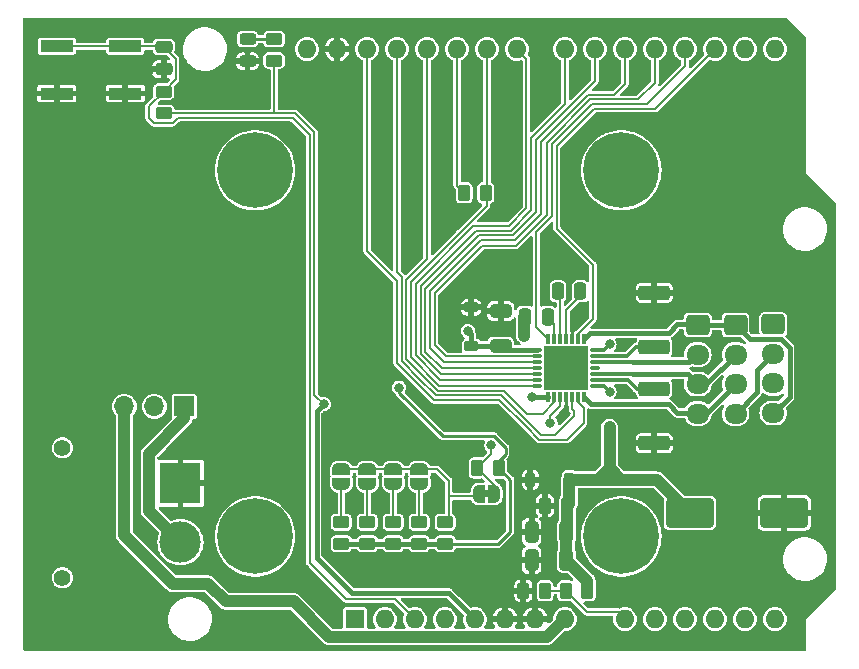
<source format=gbr>
%TF.GenerationSoftware,KiCad,Pcbnew,(7.0.0-0)*%
%TF.CreationDate,2023-03-13T17:40:40+01:00*%
%TF.ProjectId,tmc2209_devboard,746d6332-3230-4395-9f64-6576626f6172,rev?*%
%TF.SameCoordinates,Original*%
%TF.FileFunction,Copper,L1,Top*%
%TF.FilePolarity,Positive*%
%FSLAX46Y46*%
G04 Gerber Fmt 4.6, Leading zero omitted, Abs format (unit mm)*
G04 Created by KiCad (PCBNEW (7.0.0-0)) date 2023-03-13 17:40:40*
%MOMM*%
%LPD*%
G01*
G04 APERTURE LIST*
G04 Aperture macros list*
%AMRoundRect*
0 Rectangle with rounded corners*
0 $1 Rounding radius*
0 $2 $3 $4 $5 $6 $7 $8 $9 X,Y pos of 4 corners*
0 Add a 4 corners polygon primitive as box body*
4,1,4,$2,$3,$4,$5,$6,$7,$8,$9,$2,$3,0*
0 Add four circle primitives for the rounded corners*
1,1,$1+$1,$2,$3*
1,1,$1+$1,$4,$5*
1,1,$1+$1,$6,$7*
1,1,$1+$1,$8,$9*
0 Add four rect primitives between the rounded corners*
20,1,$1+$1,$2,$3,$4,$5,0*
20,1,$1+$1,$4,$5,$6,$7,0*
20,1,$1+$1,$6,$7,$8,$9,0*
20,1,$1+$1,$8,$9,$2,$3,0*%
%AMFreePoly0*
4,1,19,0.500000,-0.750000,0.000000,-0.750000,0.000000,-0.744911,-0.071157,-0.744911,-0.207708,-0.704816,-0.327430,-0.627875,-0.420627,-0.520320,-0.479746,-0.390866,-0.500000,-0.250000,-0.500000,0.250000,-0.479746,0.390866,-0.420627,0.520320,-0.327430,0.627875,-0.207708,0.704816,-0.071157,0.744911,0.000000,0.744911,0.000000,0.750000,0.500000,0.750000,0.500000,-0.750000,0.500000,-0.750000,
$1*%
%AMFreePoly1*
4,1,19,0.000000,0.744911,0.071157,0.744911,0.207708,0.704816,0.327430,0.627875,0.420627,0.520320,0.479746,0.390866,0.500000,0.250000,0.500000,-0.250000,0.479746,-0.390866,0.420627,-0.520320,0.327430,-0.627875,0.207708,-0.704816,0.071157,-0.744911,0.000000,-0.744911,0.000000,-0.750000,-0.500000,-0.750000,-0.500000,0.750000,0.000000,0.750000,0.000000,0.744911,0.000000,0.744911,
$1*%
G04 Aperture macros list end*
%TA.AperFunction,SMDPad,CuDef*%
%ADD10FreePoly0,180.000000*%
%TD*%
%TA.AperFunction,SMDPad,CuDef*%
%ADD11FreePoly1,180.000000*%
%TD*%
%TA.AperFunction,ComponentPad*%
%ADD12C,6.400000*%
%TD*%
%TA.AperFunction,SMDPad,CuDef*%
%ADD13RoundRect,0.250000X0.450000X-0.262500X0.450000X0.262500X-0.450000X0.262500X-0.450000X-0.262500X0*%
%TD*%
%TA.AperFunction,SMDPad,CuDef*%
%ADD14RoundRect,0.250000X-0.250000X-0.475000X0.250000X-0.475000X0.250000X0.475000X-0.250000X0.475000X0*%
%TD*%
%TA.AperFunction,SMDPad,CuDef*%
%ADD15RoundRect,0.250000X0.262500X0.450000X-0.262500X0.450000X-0.262500X-0.450000X0.262500X-0.450000X0*%
%TD*%
%TA.AperFunction,SMDPad,CuDef*%
%ADD16FreePoly0,270.000000*%
%TD*%
%TA.AperFunction,SMDPad,CuDef*%
%ADD17FreePoly1,270.000000*%
%TD*%
%TA.AperFunction,SMDPad,CuDef*%
%ADD18R,2.800000X1.000000*%
%TD*%
%TA.AperFunction,SMDPad,CuDef*%
%ADD19RoundRect,0.250000X-1.750000X-1.000000X1.750000X-1.000000X1.750000X1.000000X-1.750000X1.000000X0*%
%TD*%
%TA.AperFunction,ComponentPad*%
%ADD20O,1.700000X1.700000*%
%TD*%
%TA.AperFunction,ComponentPad*%
%ADD21R,1.700000X1.700000*%
%TD*%
%TA.AperFunction,SMDPad,CuDef*%
%ADD22RoundRect,0.225000X0.225000X0.375000X-0.225000X0.375000X-0.225000X-0.375000X0.225000X-0.375000X0*%
%TD*%
%TA.AperFunction,SMDPad,CuDef*%
%ADD23RoundRect,0.250000X0.475000X-0.250000X0.475000X0.250000X-0.475000X0.250000X-0.475000X-0.250000X0*%
%TD*%
%TA.AperFunction,SMDPad,CuDef*%
%ADD24RoundRect,0.250000X0.650000X-0.325000X0.650000X0.325000X-0.650000X0.325000X-0.650000X-0.325000X0*%
%TD*%
%TA.AperFunction,SMDPad,CuDef*%
%ADD25RoundRect,0.250000X-0.262500X-0.450000X0.262500X-0.450000X0.262500X0.450000X-0.262500X0.450000X0*%
%TD*%
%TA.AperFunction,SMDPad,CuDef*%
%ADD26RoundRect,0.250000X0.325000X0.650000X-0.325000X0.650000X-0.325000X-0.650000X0.325000X-0.650000X0*%
%TD*%
%TA.AperFunction,ComponentPad*%
%ADD27RoundRect,0.250000X-0.725000X0.600000X-0.725000X-0.600000X0.725000X-0.600000X0.725000X0.600000X0*%
%TD*%
%TA.AperFunction,ComponentPad*%
%ADD28O,1.950000X1.700000*%
%TD*%
%TA.AperFunction,SMDPad,CuDef*%
%ADD29RoundRect,0.250000X-1.075000X0.362500X-1.075000X-0.362500X1.075000X-0.362500X1.075000X0.362500X0*%
%TD*%
%TA.AperFunction,SMDPad,CuDef*%
%ADD30RoundRect,0.008100X-0.126900X0.396900X-0.126900X-0.396900X0.126900X-0.396900X0.126900X0.396900X0*%
%TD*%
%TA.AperFunction,SMDPad,CuDef*%
%ADD31RoundRect,0.027000X-0.378000X0.108000X-0.378000X-0.108000X0.378000X-0.108000X0.378000X0.108000X0*%
%TD*%
%TA.AperFunction,SMDPad,CuDef*%
%ADD32R,3.700000X3.700000*%
%TD*%
%TA.AperFunction,SMDPad,CuDef*%
%ADD33RoundRect,0.250000X0.250000X0.475000X-0.250000X0.475000X-0.250000X-0.475000X0.250000X-0.475000X0*%
%TD*%
%TA.AperFunction,ComponentPad*%
%ADD34C,1.400000*%
%TD*%
%TA.AperFunction,ComponentPad*%
%ADD35R,3.500000X3.500000*%
%TD*%
%TA.AperFunction,ComponentPad*%
%ADD36C,3.500000*%
%TD*%
%TA.AperFunction,SMDPad,CuDef*%
%ADD37RoundRect,0.243750X0.456250X-0.243750X0.456250X0.243750X-0.456250X0.243750X-0.456250X-0.243750X0*%
%TD*%
%TA.AperFunction,SMDPad,CuDef*%
%ADD38RoundRect,0.225000X0.375000X-0.225000X0.375000X0.225000X-0.375000X0.225000X-0.375000X-0.225000X0*%
%TD*%
%TA.AperFunction,SMDPad,CuDef*%
%ADD39RoundRect,0.250000X1.075000X-0.362500X1.075000X0.362500X-1.075000X0.362500X-1.075000X-0.362500X0*%
%TD*%
%TA.AperFunction,ComponentPad*%
%ADD40R,1.600000X1.600000*%
%TD*%
%TA.AperFunction,ComponentPad*%
%ADD41O,1.600000X1.600000*%
%TD*%
%TA.AperFunction,ViaPad*%
%ADD42C,0.800000*%
%TD*%
%TA.AperFunction,Conductor*%
%ADD43C,1.000000*%
%TD*%
%TA.AperFunction,Conductor*%
%ADD44C,0.200000*%
%TD*%
%TA.AperFunction,Conductor*%
%ADD45C,0.250000*%
%TD*%
%TA.AperFunction,Conductor*%
%ADD46C,2.000000*%
%TD*%
%TA.AperFunction,Conductor*%
%ADD47C,0.400000*%
%TD*%
%TA.AperFunction,Conductor*%
%ADD48C,0.300000*%
%TD*%
G04 APERTURE END LIST*
%TO.C,JP5*%
G36*
X81850000Y-62700000D02*
G01*
X81350000Y-62700000D01*
X81350000Y-62100000D01*
X81850000Y-62100000D01*
X81850000Y-62700000D01*
G37*
%TD*%
D10*
%TO.P,JP5,1,A*%
%TO.N,Net-(JP5-A)*%
X82250000Y-62400000D03*
D11*
%TO.P,JP5,2,B*%
%TO.N,Net-(JP1-A)*%
X80950000Y-62400000D03*
%TD*%
D12*
%TO.P,H3,1*%
%TO.N,N/C*%
X93000000Y-66000000D03*
%TD*%
%TO.P,H4,1*%
%TO.N,N/C*%
X62000000Y-66000000D03*
%TD*%
%TO.P,H2,1*%
%TO.N,N/C*%
X93000000Y-35000000D03*
%TD*%
%TO.P,H1,1*%
%TO.N,N/C*%
X62000000Y-35000000D03*
%TD*%
D13*
%TO.P,R4,1*%
%TO.N,+5V*%
X63600000Y-25712500D03*
%TO.P,R4,2*%
%TO.N,Net-(D2-A)*%
X63600000Y-23887500D03*
%TD*%
D14*
%TO.P,C1,1*%
%TO.N,GND*%
X86525000Y-63400000D03*
%TO.P,C1,2*%
%TO.N,Vdrive*%
X88425000Y-63400000D03*
%TD*%
D13*
%TO.P,R5,1*%
%TO.N,Net-(D3-K)*%
X69300000Y-66625000D03*
%TO.P,R5,2*%
%TO.N,Net-(JP1-B)*%
X69300000Y-64800000D03*
%TD*%
D15*
%TO.P,R1,1*%
%TO.N,Vdrive*%
X90112500Y-70600000D03*
%TO.P,R1,2*%
%TO.N,voltage_detect*%
X88287500Y-70600000D03*
%TD*%
D16*
%TO.P,JP2,1,A*%
%TO.N,Net-(JP1-A)*%
X71500000Y-60300000D03*
D17*
%TO.P,JP2,2,B*%
%TO.N,Net-(JP2-B)*%
X71500000Y-61600000D03*
%TD*%
D18*
%TO.P,SW1,1,1*%
%TO.N,rst*%
X45199999Y-24499999D03*
X50999999Y-24499999D03*
%TO.P,SW1,2,2*%
%TO.N,GND*%
X45199999Y-28499999D03*
X50999999Y-28499999D03*
%TD*%
D19*
%TO.P,C4,1*%
%TO.N,Vdrive*%
X98800000Y-64000000D03*
%TO.P,C4,2*%
%TO.N,GND*%
X106800000Y-64000000D03*
%TD*%
D16*
%TO.P,JP1,1,A*%
%TO.N,Net-(JP1-A)*%
X69300000Y-60300000D03*
D17*
%TO.P,JP1,2,B*%
%TO.N,Net-(JP1-B)*%
X69300000Y-61600000D03*
%TD*%
D20*
%TO.P,J2,3,Pin_3*%
%TO.N,Net-(A1-VIN)*%
X50919999Y-54999999D03*
%TO.P,J2,2,Pin_2*%
%TO.N,Vdrive*%
X53459999Y-54999999D03*
D21*
%TO.P,J2,1,Pin_1*%
%TO.N,+28V*%
X55999999Y-54999999D03*
%TD*%
D13*
%TO.P,R9,1*%
%TO.N,Net-(D3-K)*%
X78100000Y-66625000D03*
%TO.P,R9,2*%
%TO.N,Net-(JP1-A)*%
X78100000Y-64800000D03*
%TD*%
D22*
%TO.P,D1,2,A*%
%TO.N,GND*%
X85300000Y-61200000D03*
%TO.P,D1,1,K*%
%TO.N,Vdrive*%
X88600000Y-61200000D03*
%TD*%
D15*
%TO.P,R13,2*%
%TO.N,Net-(JP5-A)*%
X80787500Y-60200000D03*
%TO.P,R13,1*%
%TO.N,Net-(D3-K)*%
X82612500Y-60200000D03*
%TD*%
D13*
%TO.P,R3,1*%
%TO.N,+5V*%
X54250000Y-30162500D03*
%TO.P,R3,2*%
%TO.N,rst*%
X54250000Y-28337500D03*
%TD*%
D23*
%TO.P,C5,1*%
%TO.N,GND*%
X54250000Y-26450000D03*
%TO.P,C5,2*%
%TO.N,rst*%
X54250000Y-24550000D03*
%TD*%
D24*
%TO.P,C8,1*%
%TO.N,Net-(D3-K)*%
X82782500Y-49875000D03*
%TO.P,C8,2*%
%TO.N,GND*%
X82782500Y-46925000D03*
%TD*%
D16*
%TO.P,JP3,1,A*%
%TO.N,Net-(JP1-A)*%
X73700000Y-60300000D03*
D17*
%TO.P,JP3,2,B*%
%TO.N,Net-(JP3-B)*%
X73700000Y-61600000D03*
%TD*%
D25*
%TO.P,R10,1*%
%TO.N,MOT_UART_TX*%
X79687500Y-36900000D03*
%TO.P,R10,2*%
%TO.N,MOT_UART_RX*%
X81512500Y-36900000D03*
%TD*%
D26*
%TO.P,C3,1*%
%TO.N,Vdrive*%
X88350000Y-68000000D03*
%TO.P,C3,2*%
%TO.N,GND*%
X85400000Y-68000000D03*
%TD*%
D27*
%TO.P,J5,1,Pin_1*%
%TO.N,OB2*%
X99467500Y-48100000D03*
D28*
%TO.P,J5,2,Pin_2*%
%TO.N,OB1*%
X99467499Y-50599999D03*
%TO.P,J5,3,Pin_3*%
%TO.N,OA1*%
X99467499Y-53099999D03*
%TO.P,J5,4,Pin_4*%
%TO.N,OA2*%
X99467499Y-55599999D03*
%TD*%
D29*
%TO.P,R12,1*%
%TO.N,GND*%
X95800000Y-45375000D03*
%TO.P,R12,2*%
%TO.N,Net-(U1-BRB)*%
X95800000Y-50000000D03*
%TD*%
D13*
%TO.P,R7,1*%
%TO.N,Net-(D3-K)*%
X73700000Y-66625000D03*
%TO.P,R7,2*%
%TO.N,Net-(JP3-B)*%
X73700000Y-64800000D03*
%TD*%
%TO.P,R6,1*%
%TO.N,Net-(D3-K)*%
X71500000Y-66625000D03*
%TO.P,R6,2*%
%TO.N,Net-(JP2-B)*%
X71500000Y-64800000D03*
%TD*%
D14*
%TO.P,C6,1*%
%TO.N,Net-(U1-CPI)*%
X87632500Y-45250000D03*
%TO.P,C6,2*%
%TO.N,Net-(U1-CPO)*%
X89532500Y-45250000D03*
%TD*%
D30*
%TO.P,U1,1,OB2*%
%TO.N,OB2*%
X89832500Y-49300000D03*
%TO.P,U1,2,~{EN}*%
%TO.N,MOT_ENABLE*%
X89332500Y-49300000D03*
%TO.P,U1,3,GND*%
%TO.N,GND*%
X88832500Y-49300000D03*
%TO.P,U1,4,CPO*%
%TO.N,Net-(U1-CPO)*%
X88332500Y-49300000D03*
%TO.P,U1,5,CPI*%
%TO.N,Net-(U1-CPI)*%
X87832500Y-49300000D03*
%TO.P,U1,6,VCP*%
%TO.N,Net-(U1-VCP)*%
X87332500Y-49300000D03*
%TO.P,U1,7,SPREAD*%
%TO.N,MOT_SPREAD*%
X86832500Y-49300000D03*
D31*
%TO.P,U1,8,5VOUT*%
%TO.N,Net-(D3-K)*%
X85882500Y-50250000D03*
%TO.P,U1,9,MS1_AD0*%
%TO.N,MOT_MS1*%
X85882500Y-50750000D03*
%TO.P,U1,10,MS2_AD1*%
%TO.N,MOT_MS2*%
X85882500Y-51250000D03*
%TO.P,U1,11,DIAG*%
%TO.N,MOT_DIAG*%
X85882500Y-51750000D03*
%TO.P,U1,12,INDEX*%
%TO.N,MOT_INDEX*%
X85882500Y-52250000D03*
%TO.P,U1,13,CLK*%
%TO.N,MOT_CLK*%
X85882500Y-52750000D03*
%TO.P,U1,14,~{PD~{_UART}*%
%TO.N,MOT_UART_RX*%
X85882500Y-53250000D03*
D30*
%TO.P,U1,15,VCC_IO*%
%TO.N,+5V*%
X86832500Y-54200000D03*
%TO.P,U1,16,STEP*%
%TO.N,MOT_STEP*%
X87332500Y-54200000D03*
%TO.P,U1,17,VREF*%
%TO.N,Net-(JP5-A)*%
X87832500Y-54200000D03*
%TO.P,U1,18,GND*%
%TO.N,GND*%
X88332500Y-54200000D03*
%TO.P,U1,19,DIR*%
%TO.N,MOT_DIR*%
X88832500Y-54200000D03*
%TO.P,U1,20,STDBY*%
%TO.N,MOT_STANDBY*%
X89332500Y-54200000D03*
%TO.P,U1,21,OA2*%
%TO.N,OA2*%
X89832500Y-54200000D03*
D31*
%TO.P,U1,22,VS*%
%TO.N,Vdrive*%
X90782500Y-53250000D03*
%TO.P,U1,23,BRA*%
%TO.N,Net-(U1-BRA)*%
X90782500Y-52750000D03*
%TO.P,U1,24,OA1*%
%TO.N,OA1*%
X90782500Y-52250000D03*
%TO.P,U1,25,NC*%
%TO.N,unconnected-(U1-NC-Pad25)*%
X90782500Y-51750000D03*
%TO.P,U1,26,OB1*%
%TO.N,OB1*%
X90782500Y-51250000D03*
%TO.P,U1,27,BRB*%
%TO.N,Net-(U1-BRB)*%
X90782500Y-50750000D03*
%TO.P,U1,28,VS*%
%TO.N,Vdrive*%
X90782500Y-50250000D03*
D32*
%TO.P,U1,29,EXP*%
%TO.N,unconnected-(U1-EXP-Pad29)*%
X88332499Y-51749999D03*
%TD*%
D26*
%TO.P,C2,1*%
%TO.N,Vdrive*%
X88350000Y-65600000D03*
%TO.P,C2,2*%
%TO.N,GND*%
X85400000Y-65600000D03*
%TD*%
D33*
%TO.P,C7,1*%
%TO.N,Net-(U1-VCP)*%
X86750000Y-47400000D03*
%TO.P,C7,2*%
%TO.N,Vdrive*%
X84850000Y-47400000D03*
%TD*%
D34*
%TO.P,J1,*%
%TO.N,*%
X45675000Y-69500000D03*
X45675000Y-58500000D03*
D35*
%TO.P,J1,1,Pin_1*%
%TO.N,GND*%
X55674999Y-61499999D03*
D36*
%TO.P,J1,2,Pin_2*%
%TO.N,+28V*%
X55675000Y-66500000D03*
%TD*%
D37*
%TO.P,D2,1,K*%
%TO.N,GND*%
X61350000Y-25762500D03*
%TO.P,D2,2,A*%
%TO.N,Net-(D2-A)*%
X61350000Y-23887500D03*
%TD*%
D13*
%TO.P,R8,1*%
%TO.N,Net-(D3-K)*%
X75900000Y-66625000D03*
%TO.P,R8,2*%
%TO.N,Net-(JP4-B)*%
X75900000Y-64800000D03*
%TD*%
D16*
%TO.P,JP4,1,A*%
%TO.N,Net-(JP1-A)*%
X75900000Y-60300000D03*
D17*
%TO.P,JP4,2,B*%
%TO.N,Net-(JP4-B)*%
X75900000Y-61600000D03*
%TD*%
D27*
%TO.P,J4,1,Pin_1*%
%TO.N,OA1*%
X105867500Y-48050000D03*
D28*
%TO.P,J4,2,Pin_2*%
%TO.N,OB1*%
X105867499Y-50549999D03*
%TO.P,J4,3,Pin_3*%
%TO.N,OA2*%
X105867499Y-53049999D03*
%TO.P,J4,4,Pin_4*%
%TO.N,OB2*%
X105867499Y-55549999D03*
%TD*%
D38*
%TO.P,D3,1,K*%
%TO.N,Net-(D3-K)*%
X80282500Y-49900000D03*
%TO.P,D3,2,A*%
%TO.N,GND*%
X80282500Y-46600000D03*
%TD*%
D15*
%TO.P,R2,1*%
%TO.N,voltage_detect*%
X86537500Y-70600000D03*
%TO.P,R2,2*%
%TO.N,GND*%
X84712500Y-70600000D03*
%TD*%
D39*
%TO.P,R11,1*%
%TO.N,GND*%
X95782500Y-58112500D03*
%TO.P,R11,2*%
%TO.N,Net-(U1-BRA)*%
X95782500Y-53487500D03*
%TD*%
D27*
%TO.P,J6,1,Pin_1*%
%TO.N,OB2*%
X102667500Y-48100000D03*
D28*
%TO.P,J6,2,Pin_2*%
%TO.N,OA1*%
X102667499Y-50599999D03*
%TO.P,J6,3,Pin_3*%
%TO.N,OA2*%
X102667499Y-53099999D03*
%TO.P,J6,4,Pin_4*%
%TO.N,OB1*%
X102667499Y-55599999D03*
%TD*%
D40*
%TO.P,A1,1,NC*%
%TO.N,unconnected-(A1-NC-Pad1)*%
X70449999Y-72999999D03*
D41*
%TO.P,A1,2,IOREF*%
%TO.N,unconnected-(A1-IOREF-Pad2)*%
X72989999Y-72999999D03*
%TO.P,A1,3,~{RESET}*%
%TO.N,rst*%
X75529999Y-72999999D03*
%TO.P,A1,4,3V3*%
%TO.N,+3V3*%
X78069999Y-72999999D03*
%TO.P,A1,5,+5V*%
%TO.N,+5V*%
X80609999Y-72999999D03*
%TO.P,A1,6,GND*%
%TO.N,GND*%
X83149999Y-72999999D03*
%TO.P,A1,7,GND*%
X85689999Y-72999999D03*
%TO.P,A1,8,VIN*%
%TO.N,Net-(A1-VIN)*%
X88229999Y-72999999D03*
%TO.P,A1,9,A0*%
%TO.N,voltage_detect*%
X93309999Y-72999999D03*
%TO.P,A1,10,A1*%
%TO.N,unconnected-(A1-A1-Pad10)*%
X95849999Y-72999999D03*
%TO.P,A1,11,A2*%
%TO.N,unconnected-(A1-A2-Pad11)*%
X98389999Y-72999999D03*
%TO.P,A1,12,A3*%
%TO.N,unconnected-(A1-A3-Pad12)*%
X100929999Y-72999999D03*
%TO.P,A1,13,SDA/A4*%
%TO.N,unconnected-(A1-SDA{slash}A4-Pad13)*%
X103469999Y-72999999D03*
%TO.P,A1,14,SCL/A5*%
%TO.N,unconnected-(A1-SCL{slash}A5-Pad14)*%
X106009999Y-72999999D03*
%TO.P,A1,15,D0/RX*%
%TO.N,unconnected-(A1-D0{slash}RX-Pad15)*%
X106009999Y-24739999D03*
%TO.P,A1,16,D1/TX*%
%TO.N,unconnected-(A1-D1{slash}TX-Pad16)*%
X103469999Y-24739999D03*
%TO.P,A1,17,D2*%
%TO.N,MOT_ENABLE*%
X100929999Y-24739999D03*
%TO.P,A1,18,D3*%
%TO.N,MOT_SPREAD*%
X98389999Y-24739999D03*
%TO.P,A1,19,D4*%
%TO.N,MOT_MS1*%
X95849999Y-24739999D03*
%TO.P,A1,20,D5*%
%TO.N,MOT_MS2*%
X93309999Y-24739999D03*
%TO.P,A1,21,D6*%
%TO.N,MOT_DIAG*%
X90769999Y-24739999D03*
%TO.P,A1,22,D7*%
%TO.N,MOT_INDEX*%
X88229999Y-24739999D03*
%TO.P,A1,23,D8*%
%TO.N,MOT_CLK*%
X84169999Y-24739999D03*
%TO.P,A1,24,D9*%
%TO.N,MOT_UART_RX*%
X81629999Y-24739999D03*
%TO.P,A1,25,D10*%
%TO.N,MOT_UART_TX*%
X79089999Y-24739999D03*
%TO.P,A1,26,D11*%
%TO.N,MOT_STEP*%
X76549999Y-24739999D03*
%TO.P,A1,27,D12*%
%TO.N,MOT_DIR*%
X74009999Y-24739999D03*
%TO.P,A1,28,D13*%
%TO.N,MOT_STANDBY*%
X71469999Y-24739999D03*
%TO.P,A1,29,GND*%
%TO.N,GND*%
X68929999Y-24739999D03*
%TO.P,A1,30,AREF*%
%TO.N,unconnected-(A1-AREF-Pad30)*%
X66389999Y-24739999D03*
%TD*%
D42*
%TO.N,GND*%
X80400000Y-58400000D03*
X79400000Y-63600000D03*
X79200000Y-68600000D03*
X82400000Y-71200000D03*
X84000000Y-69200000D03*
X84200000Y-60000000D03*
X84600000Y-63800000D03*
X84000000Y-66800000D03*
X106800000Y-61600000D03*
X96600000Y-68800000D03*
X95800000Y-62800000D03*
X90600000Y-62600000D03*
X87000000Y-40800000D03*
X93000000Y-41600000D03*
X97000000Y-39200000D03*
X98800000Y-34400000D03*
X96600000Y-30600000D03*
X91200000Y-31000000D03*
X88600000Y-33800000D03*
X89200000Y-39400000D03*
X84000000Y-36600000D03*
X86400000Y-29800000D03*
X65000000Y-74000000D03*
%TO.N,+5V*%
X85400000Y-54200000D03*
X67800000Y-54800000D03*
%TO.N,GND*%
X109750000Y-53000000D03*
X68700000Y-58800000D03*
X60000000Y-74000000D03*
X97000000Y-26600000D03*
X82800000Y-42600000D03*
X109750000Y-49000000D03*
X80200000Y-33000000D03*
X68600000Y-39800000D03*
X86725000Y-43200000D03*
X68600000Y-32000000D03*
X72600000Y-63500000D03*
X52800000Y-32600000D03*
X47800000Y-55600000D03*
X90000000Y-58400000D03*
X97800000Y-49600000D03*
X44600000Y-54800000D03*
X68200000Y-63600000D03*
X75200000Y-27000000D03*
X70200000Y-37200000D03*
X45200000Y-30200000D03*
X55200000Y-49300000D03*
X45500000Y-48000000D03*
X78200000Y-47200000D03*
X72800000Y-46000000D03*
X84100000Y-57900000D03*
X81800000Y-56300000D03*
X93200000Y-49600000D03*
X93600000Y-45200000D03*
X90600000Y-56000000D03*
X77100000Y-63600000D03*
X70500000Y-63500000D03*
X72250000Y-57250000D03*
X61200000Y-56500000D03*
X78000000Y-27000000D03*
X70800000Y-69200000D03*
X46800000Y-51100000D03*
X91600000Y-47800000D03*
X65600000Y-28600000D03*
X75400000Y-39400000D03*
X52200000Y-74000000D03*
X96600000Y-59600000D03*
X93600000Y-56400000D03*
X49200000Y-60000000D03*
X83800000Y-27000000D03*
X53000000Y-26600000D03*
X72600000Y-26800000D03*
X78700000Y-56600000D03*
X78200000Y-59100000D03*
X102200000Y-37800000D03*
X89200000Y-47400000D03*
X95800000Y-56200000D03*
X74800000Y-63600000D03*
X91600000Y-45200000D03*
X51000000Y-30200000D03*
X68800000Y-27000000D03*
X89800000Y-43600000D03*
X69000000Y-52250000D03*
X82800000Y-45800000D03*
X70400000Y-29200000D03*
X105400000Y-31400000D03*
X55400000Y-35000000D03*
X82800000Y-38600000D03*
X104300000Y-62300000D03*
X93500000Y-58800000D03*
X93400000Y-53800000D03*
X89600000Y-26800000D03*
X65600000Y-48200000D03*
X99600000Y-28000000D03*
X65400000Y-60200000D03*
X110250000Y-59750000D03*
X72400000Y-39600000D03*
X104400000Y-67000000D03*
X56200000Y-27600000D03*
X82600000Y-32200000D03*
X109750000Y-56750000D03*
X66200000Y-68800000D03*
X46200000Y-73800000D03*
X78600000Y-49400000D03*
X46600000Y-36900000D03*
X65500000Y-54800000D03*
X78200000Y-39000000D03*
X106800000Y-27000000D03*
X94400000Y-26600000D03*
X95800000Y-47200000D03*
X101400000Y-64500000D03*
X86600000Y-27000000D03*
X107200000Y-35200000D03*
X68200000Y-45200000D03*
X92200000Y-26800000D03*
X102600000Y-27400000D03*
X70800000Y-43200000D03*
X99600000Y-44300000D03*
X54800000Y-31800000D03*
X77400000Y-69700000D03*
X93600000Y-47800000D03*
X86900000Y-59000000D03*
X76900000Y-71800000D03*
X90800000Y-74600000D03*
X80200000Y-45400000D03*
X89600000Y-46800000D03*
X49600000Y-68000000D03*
X68600000Y-71600000D03*
X62400000Y-49700000D03*
X48800000Y-34600000D03*
X96600000Y-44000000D03*
X95000000Y-44000000D03*
X110200000Y-44000000D03*
X97800000Y-54000000D03*
X44800000Y-33600000D03*
X55600000Y-23000000D03*
X108500000Y-44000000D03*
X95000000Y-59600000D03*
X110250000Y-65250000D03*
X48000000Y-23200000D03*
X88200000Y-55600000D03*
%TO.N,Vdrive*%
X92000000Y-56750000D03*
X92000000Y-49750000D03*
X84800000Y-49000000D03*
X92000000Y-53750000D03*
%TO.N,Net-(JP5-A)*%
X82000000Y-58300000D03*
X87000000Y-56400000D03*
X87000000Y-56400000D03*
%TO.N,Net-(D3-K)*%
X80000000Y-48600000D03*
X74200000Y-53400000D03*
%TO.N,unconnected-(U1-EXP-Pad29)*%
X89600000Y-53000000D03*
X88400000Y-50600000D03*
X88400000Y-51800000D03*
X89600000Y-51800000D03*
X88400000Y-53000000D03*
X87200000Y-51800000D03*
X87200000Y-50600000D03*
X89600000Y-50600000D03*
X87200000Y-53000000D03*
%TD*%
D43*
%TO.N,Vdrive*%
X90112500Y-69762500D02*
X90112500Y-70600000D01*
D44*
%TO.N,voltage_detect*%
X88287500Y-70600000D02*
X90087500Y-72400000D01*
X90087500Y-72400000D02*
X92710000Y-72400000D01*
X92710000Y-72400000D02*
X93310000Y-73000000D01*
D43*
%TO.N,Vdrive*%
X91000000Y-61200000D02*
X93000000Y-61200000D01*
X93000000Y-61200000D02*
X96000000Y-61200000D01*
X92000000Y-60200000D02*
X93000000Y-61200000D01*
X88600000Y-61200000D02*
X91000000Y-61200000D01*
X92000000Y-60200000D02*
X91000000Y-61200000D01*
X92000000Y-56750000D02*
X92000000Y-60200000D01*
X96000000Y-61200000D02*
X98800000Y-64000000D01*
D44*
%TO.N,Net-(JP1-A)*%
X78400000Y-62600000D02*
X80750000Y-62600000D01*
X80750000Y-62600000D02*
X80950000Y-62400000D01*
D45*
%TO.N,Net-(D3-K)*%
X82612500Y-60200000D02*
X83600000Y-61187500D01*
X83600000Y-61187500D02*
X83600000Y-65600000D01*
X83600000Y-65600000D02*
X82575000Y-66625000D01*
X82575000Y-66625000D02*
X78100000Y-66625000D01*
D44*
%TO.N,Net-(JP5-A)*%
X80787500Y-60200000D02*
X82250000Y-61662500D01*
X82250000Y-61662500D02*
X82250000Y-62400000D01*
X80787500Y-60200000D02*
X80787500Y-60513236D01*
X82000000Y-58300000D02*
X82000000Y-58987500D01*
X82000000Y-58987500D02*
X80787500Y-60200000D01*
D45*
%TO.N,Net-(D3-K)*%
X82612500Y-60200000D02*
X82612500Y-59587500D01*
X82612500Y-59587500D02*
X83200000Y-59000000D01*
X83200000Y-59000000D02*
X83200000Y-58474696D01*
X74200000Y-53838173D02*
X74200000Y-53400000D01*
X83200000Y-58474696D02*
X82244392Y-57519087D01*
X82244392Y-57519087D02*
X77880913Y-57519087D01*
X77880913Y-57519087D02*
X74200000Y-53838173D01*
D43*
%TO.N,Vdrive*%
X88350000Y-68000000D02*
X90112500Y-69762500D01*
X88350000Y-65600000D02*
X88350000Y-68000000D01*
X88425000Y-63400000D02*
X88425000Y-65525000D01*
X88425000Y-65525000D02*
X88350000Y-65600000D01*
X88600000Y-61200000D02*
X88600000Y-63225000D01*
X88600000Y-63225000D02*
X88425000Y-63400000D01*
D46*
X98800000Y-64000000D02*
X98737258Y-64000000D01*
D44*
%TO.N,rst*%
X54250000Y-28337500D02*
X53000000Y-29587500D01*
X53000000Y-30600000D02*
X53400000Y-31000000D01*
X65162500Y-30562500D02*
X66600000Y-32000000D01*
X53000000Y-29587500D02*
X53000000Y-30600000D01*
X53400000Y-31000000D02*
X55000000Y-31000000D01*
X55000000Y-31000000D02*
X55437500Y-30562500D01*
X55437500Y-30562500D02*
X65162500Y-30562500D01*
X66600000Y-32000000D02*
X66600000Y-68210050D01*
X69689950Y-71300000D02*
X73830000Y-71300000D01*
X66600000Y-68210050D02*
X69689950Y-71300000D01*
X73830000Y-71300000D02*
X75530000Y-73000000D01*
%TO.N,+5V*%
X65800000Y-30600000D02*
X65900000Y-30700000D01*
X65362500Y-30162500D02*
X65900000Y-30700000D01*
X65900000Y-30700000D02*
X67000000Y-31800000D01*
X54250000Y-30162500D02*
X65362500Y-30162500D01*
%TO.N,MOT_ENABLE*%
X89332500Y-49300000D02*
X89332500Y-48840481D01*
X90600000Y-47572981D02*
X90600000Y-43000000D01*
X87548529Y-39948529D02*
X87548529Y-32914215D01*
X87548529Y-32914215D02*
X90662744Y-29800000D01*
X89332500Y-48840481D02*
X90600000Y-47572981D01*
X90600000Y-43000000D02*
X87548529Y-39948529D01*
X90662744Y-29800000D02*
X95870000Y-29800000D01*
X95870000Y-29800000D02*
X100930000Y-24740000D01*
%TO.N,MOT_SPREAD*%
X98390000Y-24740000D02*
X98390000Y-26200000D01*
X98390000Y-26200000D02*
X95190000Y-29400000D01*
X87148529Y-32748529D02*
X87148529Y-38879900D01*
X95190000Y-29400000D02*
X90497058Y-29400000D01*
X90497058Y-29400000D02*
X87148529Y-32748529D01*
X85800000Y-48267500D02*
X86832500Y-49300000D01*
X87148529Y-38879900D02*
X85800000Y-40228428D01*
X85800000Y-40228428D02*
X85800000Y-48267500D01*
%TO.N,MOT_MS1*%
X95850000Y-24740000D02*
X95850000Y-27600000D01*
X86665686Y-38797057D02*
X84062743Y-41400000D01*
X95850000Y-27600000D02*
X94450000Y-29000000D01*
X77200000Y-49800000D02*
X78150000Y-50750000D01*
X94450000Y-29000000D02*
X90331372Y-29000000D01*
X86665686Y-32665686D02*
X86665686Y-38797057D01*
X77200000Y-45400000D02*
X77200000Y-49800000D01*
X78150000Y-50750000D02*
X85882500Y-50750000D01*
X90331372Y-29000000D02*
X86665686Y-32665686D01*
X84062743Y-41400000D02*
X81200000Y-41400000D01*
X81200000Y-41400000D02*
X77200000Y-45400000D01*
%TO.N,MOT_MS2*%
X85882500Y-51250000D02*
X78000000Y-51250000D01*
X86200000Y-32565686D02*
X90165686Y-28600000D01*
X78000000Y-51250000D02*
X76800000Y-50050000D01*
X76800000Y-50050000D02*
X76800000Y-45234314D01*
X76800000Y-45234314D02*
X81117157Y-40917157D01*
X81117157Y-40917157D02*
X83979901Y-40917157D01*
X83979901Y-40917157D02*
X86200000Y-38697058D01*
X86200000Y-38697058D02*
X86200000Y-32565686D01*
X90165686Y-28600000D02*
X92400000Y-28600000D01*
X92400000Y-28600000D02*
X93310000Y-27690000D01*
X93310000Y-27690000D02*
X93310000Y-24740000D01*
%TO.N,MOT_DIAG*%
X85882500Y-51750000D02*
X77800000Y-51750000D01*
X77800000Y-51750000D02*
X76400000Y-50350000D01*
X76400000Y-50350000D02*
X76400000Y-45068629D01*
X85800000Y-38531372D02*
X85800000Y-32400000D01*
X76400000Y-45068629D02*
X80951471Y-40517157D01*
X90770000Y-27430000D02*
X90770000Y-24740000D01*
X80951471Y-40517157D02*
X83814215Y-40517157D01*
X83814215Y-40517157D02*
X85800000Y-38531372D01*
X85800000Y-32400000D02*
X90770000Y-27430000D01*
%TO.N,MOT_INDEX*%
X88230000Y-24740000D02*
X88230000Y-29400000D01*
X88230000Y-29400000D02*
X85369999Y-32260001D01*
X85369999Y-32260001D02*
X85369999Y-38395687D01*
X76000000Y-44800000D02*
X76000000Y-50515686D01*
X85369999Y-38395687D02*
X83648529Y-40117157D01*
X83648529Y-40117157D02*
X80682843Y-40117157D01*
X80682843Y-40117157D02*
X76000000Y-44800000D01*
X77734314Y-52250000D02*
X85882500Y-52250000D01*
X76000000Y-50515686D02*
X77734314Y-52250000D01*
D43*
%TO.N,Net-(A1-VIN)*%
X58000000Y-70000000D02*
X55000000Y-70000000D01*
X88230000Y-73000000D02*
X86730000Y-74500000D01*
X86730000Y-74500000D02*
X68250000Y-74500000D01*
X68250000Y-74500000D02*
X65250000Y-71500000D01*
X65250000Y-71500000D02*
X59500000Y-71500000D01*
X59500000Y-71500000D02*
X58000000Y-70000000D01*
%TO.N,+28V*%
X56000000Y-55000000D02*
X56000000Y-56000000D01*
X56000000Y-56000000D02*
X53000000Y-59000000D01*
X53000000Y-59000000D02*
X53000000Y-63825000D01*
X53000000Y-63825000D02*
X55675000Y-66500000D01*
%TO.N,Net-(A1-VIN)*%
X50920000Y-65920000D02*
X50920000Y-55000000D01*
X55000000Y-70000000D02*
X50920000Y-65920000D01*
D44*
%TO.N,rst*%
X55275000Y-27312500D02*
X54250000Y-28337500D01*
X55275000Y-25575000D02*
X55275000Y-27312500D01*
X51000000Y-24500000D02*
X54200000Y-24500000D01*
X54200000Y-24500000D02*
X54250000Y-24550000D01*
X45200000Y-24500000D02*
X51000000Y-24500000D01*
X54250000Y-24550000D02*
X55275000Y-25575000D01*
D47*
%TO.N,+5V*%
X85400000Y-54200000D02*
X86797500Y-54200000D01*
X67200000Y-59600000D02*
X67200000Y-58900000D01*
D44*
X67000000Y-54000000D02*
X67800000Y-54800000D01*
X63600000Y-29800000D02*
X63600000Y-25712500D01*
D47*
X78410000Y-70800000D02*
X70200000Y-70800000D01*
D44*
X63600000Y-30100000D02*
X63600000Y-29800000D01*
D47*
X67200000Y-55400000D02*
X67800000Y-54800000D01*
X67200000Y-59600000D02*
X67200000Y-55400000D01*
D44*
X54687500Y-30600000D02*
X54250000Y-30162500D01*
D47*
X80610000Y-73000000D02*
X78410000Y-70800000D01*
X67400000Y-55200000D02*
X67800000Y-54800000D01*
D44*
X67000000Y-31800000D02*
X67000000Y-54000000D01*
D47*
X67200000Y-67800000D02*
X67200000Y-59600000D01*
X70200000Y-70800000D02*
X67200000Y-67800000D01*
D44*
%TO.N,MOT_DIR*%
X75910786Y-52689214D02*
X77271572Y-54050000D01*
X88832500Y-55242550D02*
X88832500Y-54200000D01*
X75910786Y-52689214D02*
X74400000Y-51178428D01*
X89000000Y-55800000D02*
X89000000Y-55410050D01*
X82850000Y-54050000D02*
X86200000Y-57400000D01*
X74010000Y-43610000D02*
X74010000Y-24740000D01*
X87400000Y-57400000D02*
X89000000Y-55800000D01*
X77271572Y-54050000D02*
X82850000Y-54050000D01*
X89000000Y-55410050D02*
X88832500Y-55242550D01*
X74400000Y-51178428D02*
X74400000Y-44000000D01*
X86200000Y-57400000D02*
X87400000Y-57400000D01*
X75910785Y-52689214D02*
X75910786Y-52689214D01*
X74400000Y-44000000D02*
X74010000Y-43610000D01*
%TO.N,MOT_STEP*%
X87332500Y-54659519D02*
X87332500Y-54200000D01*
X77437257Y-53650000D02*
X83050000Y-53650000D01*
X74800000Y-51012743D02*
X77437257Y-53650000D01*
X76550000Y-42518628D02*
X74800000Y-44268628D01*
X74800000Y-44268628D02*
X74800000Y-51012743D01*
X85000000Y-55600000D02*
X86392019Y-55600000D01*
X83050000Y-53650000D02*
X85000000Y-55600000D01*
X76550000Y-24740000D02*
X76550000Y-42518628D01*
X86392019Y-55600000D02*
X87332500Y-54659519D01*
%TO.N,MOT_STANDBY*%
X89332500Y-54659519D02*
X89332500Y-54200000D01*
X84917157Y-56682843D02*
X86034315Y-57800000D01*
X86034315Y-57800000D02*
X88400000Y-57800000D01*
X76127943Y-53472057D02*
X77105887Y-54450000D01*
X82400000Y-54450000D02*
X82684314Y-54450000D01*
X88400000Y-57800000D02*
X89800000Y-56400000D01*
X74000000Y-44400000D02*
X74000000Y-51344114D01*
X89367500Y-54235000D02*
X89367500Y-54442107D01*
X89800000Y-55127019D02*
X89332500Y-54659519D01*
X74000000Y-51344114D02*
X76127943Y-53472057D01*
X89800000Y-56400000D02*
X89800000Y-55127019D01*
X89332500Y-54200000D02*
X89367500Y-54235000D01*
X71470000Y-41870000D02*
X74000000Y-44400000D01*
X82684314Y-54450000D02*
X84917157Y-56682843D01*
X77105887Y-54450000D02*
X82400000Y-54450000D01*
X71470000Y-24740000D02*
X71470000Y-41870000D01*
%TO.N,MOT_CLK*%
X77668628Y-52750000D02*
X75600000Y-50681371D01*
X84969999Y-38230001D02*
X84969999Y-25539999D01*
X84969999Y-25539999D02*
X84170000Y-24740000D01*
X75600000Y-44600000D02*
X80482843Y-39717157D01*
X80482843Y-39717157D02*
X83482843Y-39717157D01*
X75600000Y-50681371D02*
X75600000Y-44600000D01*
X83482843Y-39717157D02*
X84969999Y-38230001D01*
X85882500Y-52750000D02*
X77668628Y-52750000D01*
D43*
%TO.N,Vdrive*%
X84800000Y-47450000D02*
X84850000Y-47400000D01*
D48*
X91500000Y-53250000D02*
X92000000Y-53750000D01*
X91500000Y-50250000D02*
X92000000Y-49750000D01*
X90782500Y-53250000D02*
X91500000Y-53250000D01*
X90782500Y-50250000D02*
X91500000Y-50250000D01*
D43*
X84800000Y-49000000D02*
X84800000Y-47450000D01*
D44*
%TO.N,Net-(U1-CPO)*%
X88332500Y-46867500D02*
X88332500Y-49300000D01*
X89532500Y-45667500D02*
X88332500Y-46867500D01*
X89532500Y-45250000D02*
X89532500Y-45667500D01*
%TO.N,Net-(JP1-A)*%
X77400000Y-60300000D02*
X75900000Y-60300000D01*
X78400000Y-64800000D02*
X78400000Y-62600000D01*
X69300000Y-60300000D02*
X75900000Y-60300000D01*
X78400000Y-61300000D02*
X77400000Y-60300000D01*
X78400000Y-62600000D02*
X78400000Y-61300000D01*
%TO.N,Net-(JP1-B)*%
X69300000Y-64800000D02*
X69300000Y-61600000D01*
%TO.N,Net-(JP2-B)*%
X71500000Y-64800000D02*
X71500000Y-61600000D01*
%TO.N,Net-(JP3-B)*%
X73700000Y-64800000D02*
X73700000Y-61600000D01*
%TO.N,Net-(JP4-B)*%
X75900000Y-64800000D02*
X75900000Y-61600000D01*
%TO.N,Net-(JP5-A)*%
X87832500Y-54977550D02*
X87000000Y-55810050D01*
X87000000Y-55810050D02*
X87000000Y-56400000D01*
X87832500Y-54200000D02*
X87832500Y-54977550D01*
%TO.N,MOT_UART_TX*%
X79090000Y-24740000D02*
X79090000Y-26802500D01*
X79090000Y-36302500D02*
X79687500Y-36900000D01*
X79090000Y-24740000D02*
X79090000Y-36302500D01*
%TO.N,MOT_UART_RX*%
X81600000Y-38000000D02*
X81600000Y-36987500D01*
X81630000Y-36782500D02*
X81512500Y-36900000D01*
X75200000Y-50847057D02*
X77602943Y-53250000D01*
X79317157Y-40317157D02*
X79317157Y-40282843D01*
X79317157Y-40282843D02*
X81600000Y-38000000D01*
X81630000Y-24740000D02*
X81630000Y-28970000D01*
X81600000Y-36987500D02*
X81512500Y-36900000D01*
X81630000Y-28970000D02*
X81600000Y-29000000D01*
X75200000Y-44434314D02*
X75200000Y-50847057D01*
X79317157Y-40317157D02*
X75200000Y-44434314D01*
X77602943Y-53250000D02*
X85882500Y-53250000D01*
X81630000Y-24740000D02*
X81630000Y-36782500D01*
%TO.N,Net-(U1-CPI)*%
X87832500Y-45450000D02*
X87632500Y-45250000D01*
X87832500Y-49300000D02*
X87832500Y-45450000D01*
%TO.N,Net-(U1-VCP)*%
X87332500Y-49300000D02*
X87332500Y-47982500D01*
X87332500Y-47982500D02*
X86750000Y-47400000D01*
%TO.N,voltage_detect*%
X86537500Y-70600000D02*
X88287500Y-70600000D01*
D47*
%TO.N,Net-(D3-K)*%
X80307500Y-49875000D02*
X80282500Y-49900000D01*
X82782500Y-49875000D02*
X80307500Y-49875000D01*
X82782500Y-49875000D02*
X83122500Y-50215000D01*
X80282500Y-49900000D02*
X80282500Y-48882500D01*
X80282500Y-48882500D02*
X80000000Y-48600000D01*
X83122500Y-50215000D02*
X85847500Y-50215000D01*
X69300000Y-66625000D02*
X78100000Y-66625000D01*
D45*
%TO.N,Net-(D2-A)*%
X61350000Y-23887500D02*
X63600000Y-23887500D01*
D48*
%TO.N,Net-(U1-BRA)*%
X90782500Y-52750000D02*
X93550000Y-52750000D01*
X93550000Y-52750000D02*
X94287500Y-53487500D01*
X94287500Y-53487500D02*
X95782500Y-53487500D01*
%TO.N,Net-(U1-BRB)*%
X93450000Y-50750000D02*
X94200000Y-50000000D01*
X90782500Y-50750000D02*
X93450000Y-50750000D01*
X94200000Y-50000000D02*
X95800000Y-50000000D01*
D47*
%TO.N,OA1*%
X99467500Y-53050000D02*
X98667500Y-52250000D01*
X99467500Y-53100000D02*
X100167500Y-53100000D01*
D48*
X90782500Y-52250000D02*
X94000000Y-52250000D01*
D47*
X98667500Y-52250000D02*
X94000000Y-52250000D01*
D48*
X94000000Y-52250000D02*
X94250000Y-52250000D01*
D47*
X100167500Y-53100000D02*
X102667500Y-50600000D01*
%TO.N,OB1*%
X98767500Y-51250000D02*
X94000000Y-51250000D01*
X102667500Y-55600000D02*
X104492500Y-53775000D01*
D48*
X94350000Y-51250000D02*
X94400000Y-51200000D01*
D47*
X99467500Y-50550000D02*
X98767500Y-51250000D01*
X104492500Y-51925000D02*
X105867500Y-50550000D01*
D48*
X94000000Y-51250000D02*
X94350000Y-51250000D01*
D47*
X104492500Y-53775000D02*
X104492500Y-51925000D01*
D48*
X90782500Y-51250000D02*
X94000000Y-51250000D01*
D47*
%TO.N,OA2*%
X90432500Y-54800000D02*
X89867500Y-54235000D01*
X89867500Y-54235000D02*
X89867500Y-54200000D01*
X100167500Y-55600000D02*
X102667500Y-53100000D01*
X99467500Y-55550000D02*
X97750000Y-55550000D01*
X99467500Y-55600000D02*
X100167500Y-55600000D01*
X97750000Y-55550000D02*
X97000000Y-54800000D01*
X97000000Y-54800000D02*
X90432500Y-54800000D01*
%TO.N,OB2*%
X107242500Y-50032233D02*
X106510267Y-49300000D01*
X97000000Y-48800000D02*
X90332500Y-48800000D01*
X99467500Y-48050000D02*
X97750000Y-48050000D01*
X89867500Y-49265000D02*
X89867500Y-49300000D01*
X97750000Y-48050000D02*
X97000000Y-48800000D01*
X90332500Y-48800000D02*
X89867500Y-49265000D01*
X106510267Y-49300000D02*
X103867500Y-49300000D01*
X107242500Y-54175000D02*
X107242500Y-50032233D01*
X103867500Y-49300000D02*
X102667500Y-48100000D01*
X99467500Y-48100000D02*
X102667500Y-48100000D01*
X105867500Y-55550000D02*
X107242500Y-54175000D01*
%TD*%
%TA.AperFunction,Conductor*%
%TO.N,GND*%
G36*
X78240198Y-71209939D02*
G01*
X78280426Y-71236819D01*
X79623439Y-72579832D01*
X79656042Y-72637383D01*
X79654419Y-72703507D01*
X79625745Y-72798034D01*
X79625743Y-72798040D01*
X79623976Y-72803868D01*
X79623379Y-72809924D01*
X79623378Y-72809932D01*
X79605349Y-72992998D01*
X79604659Y-73000000D01*
X79605256Y-73006062D01*
X79623378Y-73190067D01*
X79623379Y-73190073D01*
X79623976Y-73196132D01*
X79625743Y-73201957D01*
X79625744Y-73201962D01*
X79679418Y-73378899D01*
X79681186Y-73384727D01*
X79684055Y-73390095D01*
X79684057Y-73390099D01*
X79771215Y-73553161D01*
X79771219Y-73553167D01*
X79774090Y-73558538D01*
X79803777Y-73594712D01*
X79805520Y-73596835D01*
X79832734Y-73660320D01*
X79821762Y-73728516D01*
X79776007Y-73780262D01*
X79709667Y-73799500D01*
X78970333Y-73799500D01*
X78903993Y-73780262D01*
X78858238Y-73728516D01*
X78847266Y-73660320D01*
X78874480Y-73596835D01*
X78905910Y-73558538D01*
X78998814Y-73384727D01*
X79056024Y-73196132D01*
X79073934Y-73014286D01*
X79074744Y-73006062D01*
X79075341Y-73000000D01*
X79074207Y-72988491D01*
X79056621Y-72809932D01*
X79056024Y-72803868D01*
X78998814Y-72615273D01*
X78951308Y-72526395D01*
X78908784Y-72446838D01*
X78908781Y-72446834D01*
X78905910Y-72441462D01*
X78780883Y-72289117D01*
X78673179Y-72200726D01*
X78633250Y-72167957D01*
X78633249Y-72167956D01*
X78628538Y-72164090D01*
X78623167Y-72161219D01*
X78623161Y-72161215D01*
X78460099Y-72074057D01*
X78460095Y-72074055D01*
X78454727Y-72071186D01*
X78440229Y-72066788D01*
X78271962Y-72015744D01*
X78271957Y-72015743D01*
X78266132Y-72013976D01*
X78260073Y-72013379D01*
X78260067Y-72013378D01*
X78076062Y-71995256D01*
X78070000Y-71994659D01*
X78063938Y-71995256D01*
X77879932Y-72013378D01*
X77879924Y-72013379D01*
X77873868Y-72013976D01*
X77868044Y-72015742D01*
X77868037Y-72015744D01*
X77691100Y-72069418D01*
X77691096Y-72069419D01*
X77685273Y-72071186D01*
X77679907Y-72074053D01*
X77679900Y-72074057D01*
X77516838Y-72161215D01*
X77516827Y-72161222D01*
X77511462Y-72164090D01*
X77506754Y-72167953D01*
X77506749Y-72167957D01*
X77363823Y-72285254D01*
X77363818Y-72285258D01*
X77359117Y-72289117D01*
X77355258Y-72293818D01*
X77355254Y-72293823D01*
X77237957Y-72436749D01*
X77237953Y-72436754D01*
X77234090Y-72441462D01*
X77231222Y-72446827D01*
X77231215Y-72446838D01*
X77144057Y-72609900D01*
X77144053Y-72609907D01*
X77141186Y-72615273D01*
X77139419Y-72621096D01*
X77139418Y-72621100D01*
X77085744Y-72798037D01*
X77085742Y-72798044D01*
X77083976Y-72803868D01*
X77083379Y-72809924D01*
X77083378Y-72809932D01*
X77065349Y-72992998D01*
X77064659Y-73000000D01*
X77065256Y-73006062D01*
X77083378Y-73190067D01*
X77083379Y-73190073D01*
X77083976Y-73196132D01*
X77085743Y-73201957D01*
X77085744Y-73201962D01*
X77139418Y-73378899D01*
X77141186Y-73384727D01*
X77144055Y-73390095D01*
X77144057Y-73390099D01*
X77231215Y-73553161D01*
X77231219Y-73553167D01*
X77234090Y-73558538D01*
X77263777Y-73594712D01*
X77265520Y-73596835D01*
X77292734Y-73660320D01*
X77281762Y-73728516D01*
X77236007Y-73780262D01*
X77169667Y-73799500D01*
X76430333Y-73799500D01*
X76363993Y-73780262D01*
X76318238Y-73728516D01*
X76307266Y-73660320D01*
X76334480Y-73596835D01*
X76365910Y-73558538D01*
X76458814Y-73384727D01*
X76516024Y-73196132D01*
X76533934Y-73014286D01*
X76534744Y-73006062D01*
X76535341Y-73000000D01*
X76534207Y-72988491D01*
X76516621Y-72809932D01*
X76516024Y-72803868D01*
X76458814Y-72615273D01*
X76411308Y-72526395D01*
X76368784Y-72446838D01*
X76368781Y-72446834D01*
X76365910Y-72441462D01*
X76240883Y-72289117D01*
X76133179Y-72200726D01*
X76093250Y-72167957D01*
X76093249Y-72167956D01*
X76088538Y-72164090D01*
X76083167Y-72161219D01*
X76083161Y-72161215D01*
X75920099Y-72074057D01*
X75920095Y-72074055D01*
X75914727Y-72071186D01*
X75900229Y-72066788D01*
X75731962Y-72015744D01*
X75731957Y-72015743D01*
X75726132Y-72013976D01*
X75720073Y-72013379D01*
X75720067Y-72013378D01*
X75536062Y-71995256D01*
X75530000Y-71994659D01*
X75523938Y-71995256D01*
X75339932Y-72013378D01*
X75339924Y-72013379D01*
X75333868Y-72013976D01*
X75328044Y-72015742D01*
X75328037Y-72015744D01*
X75159771Y-72066788D01*
X75145273Y-72071186D01*
X75139903Y-72074056D01*
X75138047Y-72074825D01*
X75090595Y-72084263D01*
X75043143Y-72074824D01*
X75002915Y-72047944D01*
X74367152Y-71412181D01*
X74336902Y-71362818D01*
X74332360Y-71305102D01*
X74354515Y-71251615D01*
X74398538Y-71214015D01*
X74454833Y-71200500D01*
X78192745Y-71200500D01*
X78240198Y-71209939D01*
G37*
%TD.AperFunction*%
%TA.AperFunction,Conductor*%
G36*
X88405500Y-54081613D02*
G01*
X88450887Y-54127000D01*
X88467500Y-54189000D01*
X88467500Y-54838674D01*
X88471288Y-54852813D01*
X88485280Y-54866805D01*
X88487709Y-54868070D01*
X88491546Y-54873071D01*
X88493181Y-54874706D01*
X88492965Y-54874921D01*
X88520383Y-54910654D01*
X88532000Y-54963057D01*
X88532000Y-55190694D01*
X88531751Y-55194274D01*
X88529727Y-55200315D01*
X88530257Y-55211789D01*
X88530257Y-55211793D01*
X88531868Y-55246630D01*
X88532000Y-55252356D01*
X88532000Y-55270394D01*
X88533052Y-55276021D01*
X88533135Y-55276918D01*
X88533531Y-55282622D01*
X88534312Y-55299500D01*
X88534915Y-55312542D01*
X88539554Y-55323049D01*
X88541292Y-55330438D01*
X88542582Y-55334602D01*
X88545327Y-55341687D01*
X88547439Y-55352983D01*
X88561501Y-55375696D01*
X88569503Y-55390877D01*
X88575652Y-55404804D01*
X88575653Y-55404806D01*
X88580294Y-55415315D01*
X88588417Y-55423438D01*
X88592709Y-55429703D01*
X88595415Y-55433119D01*
X88600531Y-55438731D01*
X88606581Y-55448502D01*
X88615749Y-55455425D01*
X88627896Y-55464598D01*
X88640851Y-55475872D01*
X88663181Y-55498202D01*
X88690061Y-55538430D01*
X88699500Y-55585883D01*
X88699500Y-55624167D01*
X88690061Y-55671620D01*
X88663181Y-55711848D01*
X87807984Y-56567044D01*
X87755521Y-56598257D01*
X87694522Y-56600653D01*
X87639771Y-56573653D01*
X87604539Y-56523800D01*
X87597364Y-56463179D01*
X87605682Y-56400000D01*
X87585044Y-56243238D01*
X87524536Y-56097159D01*
X87428282Y-55971718D01*
X87428282Y-55971717D01*
X87428982Y-55971180D01*
X87400629Y-55922072D01*
X87400629Y-55857885D01*
X87432723Y-55802297D01*
X87705445Y-55529575D01*
X88008323Y-55226696D01*
X88011022Y-55224348D01*
X88016728Y-55221508D01*
X88047987Y-55187217D01*
X88051902Y-55183117D01*
X88064674Y-55170347D01*
X88067922Y-55165604D01*
X88068465Y-55164951D01*
X88072233Y-55160622D01*
X88084674Y-55146975D01*
X88084673Y-55146975D01*
X88092416Y-55138483D01*
X88096567Y-55127764D01*
X88100570Y-55121301D01*
X88102588Y-55117473D01*
X88105662Y-55110510D01*
X88112157Y-55101030D01*
X88118274Y-55075021D01*
X88123343Y-55058647D01*
X88133000Y-55033723D01*
X88133000Y-55022230D01*
X88134395Y-55014768D01*
X88134896Y-55010454D01*
X88135247Y-55002858D01*
X88137879Y-54991669D01*
X88136291Y-54980284D01*
X88136203Y-54979651D01*
X88136416Y-54977583D01*
X88136822Y-54968809D01*
X88137319Y-54968831D01*
X88142287Y-54920670D01*
X88172393Y-54875280D01*
X88171819Y-54874706D01*
X88174658Y-54871866D01*
X88175062Y-54871258D01*
X88175516Y-54871008D01*
X88193711Y-54852813D01*
X88197500Y-54838674D01*
X88197500Y-54189000D01*
X88214113Y-54127000D01*
X88259500Y-54081613D01*
X88321500Y-54065000D01*
X88343500Y-54065000D01*
X88405500Y-54081613D01*
G37*
%TD.AperFunction*%
%TA.AperFunction,Conductor*%
G36*
X101636729Y-52355321D02*
G01*
X101672628Y-52403716D01*
X101681477Y-52463318D01*
X101663720Y-52512965D01*
X101664815Y-52513550D01*
X101570140Y-52690671D01*
X101570136Y-52690679D01*
X101567268Y-52696046D01*
X101565499Y-52701875D01*
X101565499Y-52701877D01*
X101508968Y-52888235D01*
X101508966Y-52888242D01*
X101507200Y-52894066D01*
X101506603Y-52900122D01*
X101506602Y-52900130D01*
X101489799Y-53070734D01*
X101486917Y-53100000D01*
X101487514Y-53106061D01*
X101506602Y-53299869D01*
X101506603Y-53299875D01*
X101507200Y-53305934D01*
X101508967Y-53311759D01*
X101508968Y-53311764D01*
X101565500Y-53498127D01*
X101567268Y-53503954D01*
X101570139Y-53509325D01*
X101572470Y-53514952D01*
X101571414Y-53515389D01*
X101583535Y-53557834D01*
X101575852Y-53609622D01*
X101547481Y-53653624D01*
X100423106Y-54777999D01*
X100371421Y-54808979D01*
X100311234Y-54811935D01*
X100256761Y-54786172D01*
X100183657Y-54726178D01*
X100178950Y-54722315D01*
X100160698Y-54712559D01*
X100001828Y-54627640D01*
X100001823Y-54627638D01*
X99996454Y-54624768D01*
X99920992Y-54601877D01*
X99804264Y-54566468D01*
X99804259Y-54566467D01*
X99798434Y-54564700D01*
X99792375Y-54564103D01*
X99792369Y-54564102D01*
X99647141Y-54549798D01*
X99647126Y-54549797D01*
X99644108Y-54549500D01*
X99290892Y-54549500D01*
X99287874Y-54549797D01*
X99287858Y-54549798D01*
X99142630Y-54564102D01*
X99142622Y-54564103D01*
X99136566Y-54564700D01*
X99130742Y-54566466D01*
X99130735Y-54566468D01*
X98944377Y-54622999D01*
X98944375Y-54622999D01*
X98938546Y-54624768D01*
X98933179Y-54627636D01*
X98933171Y-54627640D01*
X98761420Y-54719444D01*
X98761415Y-54719447D01*
X98756050Y-54722315D01*
X98751346Y-54726174D01*
X98751342Y-54726178D01*
X98600796Y-54849727D01*
X98600790Y-54849732D01*
X98596090Y-54853590D01*
X98592232Y-54858290D01*
X98592227Y-54858296D01*
X98468682Y-55008837D01*
X98468678Y-55008842D01*
X98464815Y-55013550D01*
X98461941Y-55018925D01*
X98461940Y-55018928D01*
X98454032Y-55033723D01*
X98431951Y-55075035D01*
X98427184Y-55083953D01*
X98381575Y-55131858D01*
X98317826Y-55149500D01*
X97967254Y-55149500D01*
X97919801Y-55140061D01*
X97879573Y-55113181D01*
X97578327Y-54811935D01*
X97260909Y-54494516D01*
X97260905Y-54494513D01*
X97238342Y-54471950D01*
X97229649Y-54467520D01*
X97229647Y-54467519D01*
X97218598Y-54461889D01*
X97202015Y-54451726D01*
X97191987Y-54444440D01*
X97191980Y-54444436D01*
X97184090Y-54438704D01*
X97163019Y-54431857D01*
X97145030Y-54424405D01*
X97142087Y-54422905D01*
X97095416Y-54381500D01*
X97074815Y-54322609D01*
X97085499Y-54261141D01*
X97124761Y-54212659D01*
X97179650Y-54172150D01*
X97260293Y-54062882D01*
X97305146Y-53934699D01*
X97308000Y-53904266D01*
X97308000Y-53070734D01*
X97305146Y-53040301D01*
X97260293Y-52912118D01*
X97213069Y-52848131D01*
X97189279Y-52784922D01*
X97202145Y-52718619D01*
X97247853Y-52668894D01*
X97312840Y-52650500D01*
X98213890Y-52650500D01*
X98269642Y-52663740D01*
X98313488Y-52700633D01*
X98336064Y-52753301D01*
X98332551Y-52810493D01*
X98330254Y-52818066D01*
X98308968Y-52888235D01*
X98308966Y-52888242D01*
X98307200Y-52894066D01*
X98306603Y-52900122D01*
X98306602Y-52900130D01*
X98289799Y-53070734D01*
X98286917Y-53100000D01*
X98287514Y-53106061D01*
X98306602Y-53299869D01*
X98306603Y-53299875D01*
X98307200Y-53305934D01*
X98308967Y-53311759D01*
X98308968Y-53311764D01*
X98335734Y-53400000D01*
X98367268Y-53503954D01*
X98370138Y-53509323D01*
X98370140Y-53509328D01*
X98457140Y-53672092D01*
X98464815Y-53686450D01*
X98468678Y-53691157D01*
X98585273Y-53833230D01*
X98596090Y-53846410D01*
X98756050Y-53977685D01*
X98938546Y-54075232D01*
X99136566Y-54135300D01*
X99290892Y-54150500D01*
X99641058Y-54150500D01*
X99644108Y-54150500D01*
X99798434Y-54135300D01*
X99996454Y-54075232D01*
X100178950Y-53977685D01*
X100338910Y-53846410D01*
X100470185Y-53686450D01*
X100567732Y-53503954D01*
X100627800Y-53305934D01*
X100634358Y-53239337D01*
X100645666Y-53198476D01*
X100670077Y-53163814D01*
X101470393Y-52363498D01*
X101522073Y-52332521D01*
X101582257Y-52329562D01*
X101636729Y-52355321D01*
G37*
%TD.AperFunction*%
%TA.AperFunction,Conductor*%
G36*
X93400909Y-53109939D02*
G01*
X93441137Y-53136819D01*
X94004862Y-53700544D01*
X94019323Y-53718351D01*
X94020444Y-53719569D01*
X94026063Y-53728169D01*
X94049643Y-53746522D01*
X94053610Y-53749744D01*
X94056564Y-53752246D01*
X94060194Y-53755876D01*
X94075874Y-53767071D01*
X94079965Y-53770123D01*
X94110262Y-53793704D01*
X94110265Y-53793705D01*
X94118374Y-53800017D01*
X94125392Y-53802426D01*
X94131434Y-53806740D01*
X94154561Y-53813625D01*
X94170938Y-53818501D01*
X94214039Y-53841342D01*
X94244995Y-53879041D01*
X94257251Y-53919881D01*
X94257540Y-53919818D01*
X94258362Y-53923585D01*
X94259016Y-53925762D01*
X94259149Y-53927188D01*
X94259150Y-53927192D01*
X94259854Y-53934699D01*
X94262342Y-53941811D01*
X94262344Y-53941817D01*
X94301638Y-54054113D01*
X94301639Y-54054116D01*
X94304707Y-54062882D01*
X94310222Y-54070355D01*
X94310224Y-54070358D01*
X94358594Y-54135897D01*
X94385350Y-54172150D01*
X94392827Y-54177668D01*
X94399398Y-54184239D01*
X94398156Y-54185480D01*
X94429079Y-54223373D01*
X94440287Y-54283839D01*
X94421066Y-54342254D01*
X94376143Y-54384251D01*
X94316568Y-54399500D01*
X92504926Y-54399500D01*
X92448631Y-54385985D01*
X92404608Y-54348385D01*
X92382453Y-54294898D01*
X92386995Y-54237182D01*
X92417245Y-54187819D01*
X92421834Y-54183229D01*
X92428282Y-54178282D01*
X92524536Y-54052841D01*
X92585044Y-53906762D01*
X92605682Y-53750000D01*
X92585044Y-53593238D01*
X92524536Y-53447159D01*
X92428282Y-53321718D01*
X92421835Y-53316771D01*
X92417245Y-53312181D01*
X92386995Y-53262818D01*
X92382453Y-53205102D01*
X92404608Y-53151615D01*
X92448631Y-53114015D01*
X92504926Y-53100500D01*
X93353456Y-53100500D01*
X93400909Y-53109939D01*
G37*
%TD.AperFunction*%
%TA.AperFunction,Conductor*%
G36*
X98230000Y-48467113D02*
G01*
X98275387Y-48512500D01*
X98292000Y-48574500D01*
X98292000Y-48754266D01*
X98292269Y-48757141D01*
X98292270Y-48757149D01*
X98294149Y-48777187D01*
X98294149Y-48777191D01*
X98294854Y-48784699D01*
X98297342Y-48791811D01*
X98297344Y-48791817D01*
X98336638Y-48904113D01*
X98336639Y-48904116D01*
X98339707Y-48912882D01*
X98345222Y-48920355D01*
X98345224Y-48920358D01*
X98383626Y-48972391D01*
X98420350Y-49022150D01*
X98529618Y-49102793D01*
X98657801Y-49147646D01*
X98688234Y-49150500D01*
X100243873Y-49150500D01*
X100246766Y-49150500D01*
X100277199Y-49147646D01*
X100405382Y-49102793D01*
X100514650Y-49022150D01*
X100595293Y-48912882D01*
X100640146Y-48784699D01*
X100643000Y-48754266D01*
X100643000Y-48624500D01*
X100659613Y-48562500D01*
X100705000Y-48517113D01*
X100767000Y-48500500D01*
X101368000Y-48500500D01*
X101430000Y-48517113D01*
X101475387Y-48562500D01*
X101492000Y-48624500D01*
X101492000Y-48754266D01*
X101492269Y-48757141D01*
X101492270Y-48757149D01*
X101494149Y-48777187D01*
X101494149Y-48777191D01*
X101494854Y-48784699D01*
X101497342Y-48791811D01*
X101497344Y-48791817D01*
X101536638Y-48904113D01*
X101536639Y-48904116D01*
X101539707Y-48912882D01*
X101545222Y-48920355D01*
X101545224Y-48920358D01*
X101583626Y-48972391D01*
X101620350Y-49022150D01*
X101729618Y-49102793D01*
X101857801Y-49147646D01*
X101888234Y-49150500D01*
X103100246Y-49150500D01*
X103147699Y-49159939D01*
X103187927Y-49186819D01*
X103528999Y-49527891D01*
X103559978Y-49579576D01*
X103562936Y-49639761D01*
X103537173Y-49694235D01*
X103488774Y-49730132D01*
X103429168Y-49738975D01*
X103379536Y-49721218D01*
X103378950Y-49722315D01*
X103201828Y-49627640D01*
X103201823Y-49627638D01*
X103196454Y-49624768D01*
X103116927Y-49600644D01*
X103004264Y-49566468D01*
X103004259Y-49566467D01*
X102998434Y-49564700D01*
X102992375Y-49564103D01*
X102992369Y-49564102D01*
X102847141Y-49549798D01*
X102847126Y-49549797D01*
X102844108Y-49549500D01*
X102490892Y-49549500D01*
X102487874Y-49549797D01*
X102487858Y-49549798D01*
X102342630Y-49564102D01*
X102342622Y-49564103D01*
X102336566Y-49564700D01*
X102330742Y-49566466D01*
X102330735Y-49566468D01*
X102144377Y-49622999D01*
X102144375Y-49622999D01*
X102138546Y-49624768D01*
X102133179Y-49627636D01*
X102133171Y-49627640D01*
X101961420Y-49719444D01*
X101961415Y-49719447D01*
X101956050Y-49722315D01*
X101951346Y-49726174D01*
X101951342Y-49726178D01*
X101800796Y-49849727D01*
X101800790Y-49849732D01*
X101796090Y-49853590D01*
X101792232Y-49858290D01*
X101792227Y-49858296D01*
X101668678Y-50008842D01*
X101668674Y-50008846D01*
X101664815Y-50013550D01*
X101661947Y-50018915D01*
X101661944Y-50018920D01*
X101570140Y-50190671D01*
X101570136Y-50190679D01*
X101567268Y-50196046D01*
X101565499Y-50201875D01*
X101565499Y-50201877D01*
X101508968Y-50388235D01*
X101508966Y-50388242D01*
X101507200Y-50394066D01*
X101506603Y-50400122D01*
X101506602Y-50400130D01*
X101491245Y-50556061D01*
X101486917Y-50600000D01*
X101487514Y-50606060D01*
X101487514Y-50606061D01*
X101506602Y-50799869D01*
X101506603Y-50799875D01*
X101507200Y-50805934D01*
X101508967Y-50811759D01*
X101508968Y-50811764D01*
X101565500Y-50998127D01*
X101567268Y-51003954D01*
X101570139Y-51009325D01*
X101572470Y-51014952D01*
X101571414Y-51015389D01*
X101583535Y-51057834D01*
X101575852Y-51109622D01*
X101547481Y-51153624D01*
X100423106Y-52277999D01*
X100371421Y-52308979D01*
X100311234Y-52311935D01*
X100256761Y-52286172D01*
X100183657Y-52226178D01*
X100178950Y-52222315D01*
X100173579Y-52219444D01*
X100001828Y-52127640D01*
X100001823Y-52127638D01*
X99996454Y-52124768D01*
X99959856Y-52113666D01*
X99804264Y-52066468D01*
X99804259Y-52066467D01*
X99798434Y-52064700D01*
X99792375Y-52064103D01*
X99792369Y-52064102D01*
X99647141Y-52049798D01*
X99647126Y-52049797D01*
X99644108Y-52049500D01*
X99290892Y-52049500D01*
X99287874Y-52049797D01*
X99287858Y-52049798D01*
X99142623Y-52064103D01*
X99142618Y-52064103D01*
X99136566Y-52064700D01*
X99130746Y-52066465D01*
X99128697Y-52066873D01*
X99068513Y-52063915D01*
X99016829Y-52032936D01*
X98928416Y-51944523D01*
X98928415Y-51944522D01*
X98928409Y-51944516D01*
X98928405Y-51944513D01*
X98905842Y-51921950D01*
X98897149Y-51917520D01*
X98897147Y-51917519D01*
X98886098Y-51911889D01*
X98869515Y-51901726D01*
X98859487Y-51894440D01*
X98859480Y-51894436D01*
X98851590Y-51888704D01*
X98842308Y-51885688D01*
X98837658Y-51884177D01*
X98785584Y-51851131D01*
X98755871Y-51797085D01*
X98755870Y-51735410D01*
X98785581Y-51681364D01*
X98837654Y-51648316D01*
X98852001Y-51643654D01*
X98870923Y-51639111D01*
X98892804Y-51635646D01*
X98912545Y-51625586D01*
X98930514Y-51618143D01*
X98951590Y-51611296D01*
X98951895Y-51611074D01*
X98989830Y-51600172D01*
X99036772Y-51605028D01*
X99130729Y-51633530D01*
X99130734Y-51633531D01*
X99136566Y-51635300D01*
X99290892Y-51650500D01*
X99641058Y-51650500D01*
X99644108Y-51650500D01*
X99798434Y-51635300D01*
X99996454Y-51575232D01*
X100178950Y-51477685D01*
X100338910Y-51346410D01*
X100470185Y-51186450D01*
X100567732Y-51003954D01*
X100627800Y-50805934D01*
X100648083Y-50600000D01*
X100627800Y-50394066D01*
X100567732Y-50196046D01*
X100470185Y-50013550D01*
X100338910Y-49853590D01*
X100178950Y-49722315D01*
X100170724Y-49717918D01*
X100001828Y-49627640D01*
X100001823Y-49627638D01*
X99996454Y-49624768D01*
X99916927Y-49600644D01*
X99804264Y-49566468D01*
X99804259Y-49566467D01*
X99798434Y-49564700D01*
X99792375Y-49564103D01*
X99792369Y-49564102D01*
X99647141Y-49549798D01*
X99647126Y-49549797D01*
X99644108Y-49549500D01*
X99290892Y-49549500D01*
X99287874Y-49549797D01*
X99287858Y-49549798D01*
X99142630Y-49564102D01*
X99142622Y-49564103D01*
X99136566Y-49564700D01*
X99130742Y-49566466D01*
X99130735Y-49566468D01*
X98944377Y-49622999D01*
X98944375Y-49622999D01*
X98938546Y-49624768D01*
X98933179Y-49627636D01*
X98933171Y-49627640D01*
X98761420Y-49719444D01*
X98761415Y-49719447D01*
X98756050Y-49722315D01*
X98751346Y-49726174D01*
X98751342Y-49726178D01*
X98600796Y-49849727D01*
X98600790Y-49849732D01*
X98596090Y-49853590D01*
X98592232Y-49858290D01*
X98592227Y-49858296D01*
X98468678Y-50008842D01*
X98468674Y-50008846D01*
X98464815Y-50013550D01*
X98461947Y-50018915D01*
X98461944Y-50018920D01*
X98370140Y-50190671D01*
X98370136Y-50190679D01*
X98367268Y-50196046D01*
X98365499Y-50201875D01*
X98365499Y-50201877D01*
X98308968Y-50388235D01*
X98308966Y-50388242D01*
X98307200Y-50394066D01*
X98306603Y-50400122D01*
X98306602Y-50400130D01*
X98291245Y-50556061D01*
X98286917Y-50600000D01*
X98295254Y-50684650D01*
X98298081Y-50713345D01*
X98285890Y-50780344D01*
X98240159Y-50830801D01*
X98174678Y-50849500D01*
X97321115Y-50849500D01*
X97256128Y-50831106D01*
X97210421Y-50781381D01*
X97197554Y-50715078D01*
X97221345Y-50651867D01*
X97255151Y-50606061D01*
X97277793Y-50575382D01*
X97322646Y-50447199D01*
X97325500Y-50416766D01*
X97325500Y-49583234D01*
X97322646Y-49552801D01*
X97318822Y-49541874D01*
X97290518Y-49460985D01*
X97277793Y-49424618D01*
X97270605Y-49414879D01*
X97197150Y-49315350D01*
X97198779Y-49314147D01*
X97176108Y-49277150D01*
X97171570Y-49219426D01*
X97193735Y-49165936D01*
X97223453Y-49140564D01*
X97221749Y-49138218D01*
X97229642Y-49132482D01*
X97238342Y-49128050D01*
X97260905Y-49105486D01*
X97260909Y-49105484D01*
X97879573Y-48486818D01*
X97919801Y-48459939D01*
X97967254Y-48450500D01*
X98168000Y-48450500D01*
X98230000Y-48467113D01*
G37*
%TD.AperFunction*%
%TA.AperFunction,Conductor*%
G36*
X85448385Y-40587258D02*
G01*
X85485985Y-40631281D01*
X85499500Y-40687576D01*
X85499500Y-46416615D01*
X85483462Y-46477608D01*
X85439497Y-46522824D01*
X85378977Y-46540566D01*
X85318720Y-46526516D01*
X85312882Y-46522207D01*
X85304116Y-46519139D01*
X85304111Y-46519137D01*
X85191817Y-46479844D01*
X85191811Y-46479842D01*
X85184699Y-46477354D01*
X85177191Y-46476649D01*
X85177187Y-46476649D01*
X85157149Y-46474770D01*
X85157141Y-46474769D01*
X85154266Y-46474500D01*
X84545734Y-46474500D01*
X84542859Y-46474769D01*
X84542850Y-46474770D01*
X84522812Y-46476649D01*
X84522807Y-46476650D01*
X84515301Y-46477354D01*
X84508189Y-46479842D01*
X84508182Y-46479844D01*
X84395886Y-46519138D01*
X84395880Y-46519140D01*
X84387118Y-46522207D01*
X84379646Y-46527720D01*
X84379641Y-46527724D01*
X84285327Y-46597331D01*
X84285324Y-46597333D01*
X84277850Y-46602850D01*
X84272333Y-46610324D01*
X84272331Y-46610327D01*
X84202724Y-46704641D01*
X84202720Y-46704646D01*
X84197207Y-46712118D01*
X84194140Y-46720880D01*
X84194138Y-46720886D01*
X84173542Y-46779749D01*
X84133813Y-46835742D01*
X84070384Y-46862015D01*
X84002698Y-46850515D01*
X83951506Y-46804767D01*
X83932500Y-46738795D01*
X83932500Y-46555482D01*
X83932146Y-46548885D01*
X83926926Y-46500332D01*
X83923388Y-46485358D01*
X83878952Y-46366222D01*
X83870537Y-46350810D01*
X83795001Y-46249907D01*
X83782592Y-46237498D01*
X83681689Y-46161962D01*
X83666277Y-46153547D01*
X83547141Y-46109111D01*
X83532167Y-46105573D01*
X83483614Y-46100353D01*
X83477018Y-46100000D01*
X83048826Y-46100000D01*
X83035950Y-46103450D01*
X83032500Y-46116326D01*
X83032500Y-47733674D01*
X83035950Y-47746549D01*
X83048826Y-47750000D01*
X83477018Y-47750000D01*
X83483614Y-47749646D01*
X83532167Y-47744426D01*
X83547141Y-47740888D01*
X83666277Y-47696452D01*
X83681689Y-47688037D01*
X83782592Y-47612501D01*
X83795001Y-47600092D01*
X83875853Y-47492089D01*
X83878420Y-47494011D01*
X83911463Y-47459519D01*
X83973726Y-47441717D01*
X84036473Y-47457730D01*
X84082590Y-47503192D01*
X84099500Y-47565704D01*
X84099500Y-49042372D01*
X84099950Y-49046080D01*
X84099951Y-49046092D01*
X84113955Y-49161423D01*
X84113956Y-49161427D01*
X84114860Y-49168872D01*
X84117518Y-49175882D01*
X84117520Y-49175888D01*
X84172520Y-49320912D01*
X84175182Y-49327930D01*
X84179444Y-49334105D01*
X84179445Y-49334106D01*
X84267023Y-49460985D01*
X84271817Y-49467929D01*
X84399148Y-49580734D01*
X84405794Y-49584222D01*
X84411919Y-49588450D01*
X84452636Y-49635544D01*
X84465334Y-49696491D01*
X84446813Y-49755927D01*
X84401741Y-49798872D01*
X84341479Y-49814500D01*
X84007000Y-49814500D01*
X83945000Y-49797887D01*
X83899613Y-49752500D01*
X83883000Y-49690500D01*
X83883000Y-49498627D01*
X83883000Y-49495734D01*
X83880146Y-49465301D01*
X83835293Y-49337118D01*
X83824011Y-49321832D01*
X83765570Y-49242646D01*
X83754650Y-49227850D01*
X83715049Y-49198623D01*
X83652858Y-49152724D01*
X83652855Y-49152722D01*
X83645382Y-49147207D01*
X83636616Y-49144139D01*
X83636613Y-49144138D01*
X83524317Y-49104844D01*
X83524311Y-49104842D01*
X83517199Y-49102354D01*
X83509691Y-49101649D01*
X83509687Y-49101649D01*
X83489649Y-49099770D01*
X83489641Y-49099769D01*
X83486766Y-49099500D01*
X82078234Y-49099500D01*
X82075359Y-49099769D01*
X82075350Y-49099770D01*
X82055312Y-49101649D01*
X82055307Y-49101650D01*
X82047801Y-49102354D01*
X82040689Y-49104842D01*
X82040682Y-49104844D01*
X81928386Y-49144138D01*
X81928380Y-49144140D01*
X81919618Y-49147207D01*
X81912146Y-49152720D01*
X81912141Y-49152724D01*
X81817827Y-49222331D01*
X81817824Y-49222333D01*
X81810350Y-49227850D01*
X81804833Y-49235324D01*
X81804831Y-49235327D01*
X81735224Y-49329641D01*
X81735220Y-49329646D01*
X81729707Y-49337118D01*
X81726640Y-49345880D01*
X81726639Y-49345884D01*
X81710694Y-49391455D01*
X81684550Y-49434841D01*
X81643239Y-49464154D01*
X81593652Y-49474500D01*
X81105625Y-49474500D01*
X81049330Y-49460985D01*
X81008031Y-49425711D01*
X81006028Y-49421780D01*
X80910720Y-49326472D01*
X80901613Y-49321832D01*
X80799322Y-49269712D01*
X80790626Y-49265281D01*
X80780984Y-49263753D01*
X80771708Y-49260740D01*
X80772429Y-49258517D01*
X80734114Y-49242646D01*
X80696515Y-49198623D01*
X80683000Y-49142329D01*
X80683000Y-48850993D01*
X80682999Y-48850969D01*
X80682999Y-48828827D01*
X80682999Y-48819067D01*
X80676152Y-48797995D01*
X80671611Y-48779078D01*
X80668146Y-48757196D01*
X80658083Y-48737446D01*
X80650642Y-48719483D01*
X80643796Y-48698410D01*
X80630775Y-48680489D01*
X80620605Y-48663893D01*
X80618135Y-48659045D01*
X80605072Y-48604632D01*
X80605682Y-48600000D01*
X80585044Y-48443238D01*
X80524536Y-48297159D01*
X80428282Y-48171718D01*
X80302841Y-48075464D01*
X80295333Y-48072354D01*
X80164271Y-48018066D01*
X80164268Y-48018065D01*
X80156762Y-48014956D01*
X80148708Y-48013895D01*
X80148702Y-48013894D01*
X80008059Y-47995379D01*
X80000000Y-47994318D01*
X79991941Y-47995379D01*
X79851297Y-48013894D01*
X79851289Y-48013896D01*
X79843238Y-48014956D01*
X79835733Y-48018064D01*
X79835728Y-48018066D01*
X79704666Y-48072354D01*
X79704662Y-48072355D01*
X79697159Y-48075464D01*
X79690714Y-48080408D01*
X79690711Y-48080411D01*
X79578164Y-48166771D01*
X79578160Y-48166774D01*
X79571718Y-48171718D01*
X79566774Y-48178160D01*
X79566771Y-48178164D01*
X79480411Y-48290711D01*
X79480408Y-48290714D01*
X79475464Y-48297159D01*
X79472355Y-48304662D01*
X79472354Y-48304666D01*
X79418066Y-48435728D01*
X79418064Y-48435733D01*
X79414956Y-48443238D01*
X79413896Y-48451289D01*
X79413894Y-48451297D01*
X79402588Y-48537181D01*
X79394318Y-48600000D01*
X79395379Y-48608059D01*
X79413894Y-48748702D01*
X79413895Y-48748708D01*
X79414956Y-48756762D01*
X79418065Y-48764268D01*
X79418066Y-48764271D01*
X79444806Y-48828827D01*
X79475464Y-48902841D01*
X79571718Y-49028282D01*
X79682283Y-49113121D01*
X79720403Y-49161803D01*
X79730276Y-49222840D01*
X79709448Y-49281057D01*
X79670345Y-49315579D01*
X79670872Y-49316304D01*
X79663263Y-49321832D01*
X79663097Y-49321979D01*
X79662977Y-49322039D01*
X79662969Y-49322044D01*
X79654280Y-49326472D01*
X79647381Y-49333370D01*
X79647378Y-49333373D01*
X79565873Y-49414878D01*
X79565870Y-49414881D01*
X79558972Y-49421780D01*
X79554543Y-49430471D01*
X79554541Y-49430475D01*
X79502212Y-49533177D01*
X79497781Y-49541874D01*
X79496255Y-49551508D01*
X79496253Y-49551515D01*
X79482763Y-49636691D01*
X79482762Y-49636698D01*
X79482000Y-49641512D01*
X79482000Y-50158488D01*
X79482762Y-50163302D01*
X79482763Y-50163308D01*
X79496253Y-50248484D01*
X79496254Y-50248489D01*
X79497781Y-50258126D01*
X79502212Y-50266822D01*
X79503426Y-50269205D01*
X79504340Y-50273373D01*
X79505228Y-50276105D01*
X79504959Y-50276192D01*
X79516845Y-50330368D01*
X79498668Y-50390290D01*
X79453530Y-50433690D01*
X79392941Y-50449500D01*
X78325833Y-50449500D01*
X78278380Y-50440061D01*
X78238152Y-50413181D01*
X77536819Y-49711848D01*
X77509939Y-49671620D01*
X77500500Y-49624167D01*
X77500500Y-46867125D01*
X79432501Y-46867125D01*
X79432854Y-46873726D01*
X79437752Y-46919294D01*
X79441292Y-46934274D01*
X79483216Y-47046676D01*
X79491630Y-47062084D01*
X79562855Y-47157230D01*
X79575269Y-47169644D01*
X79670415Y-47240869D01*
X79685823Y-47249283D01*
X79798228Y-47291208D01*
X79813205Y-47294747D01*
X79858753Y-47299644D01*
X79865387Y-47300000D01*
X80016174Y-47300000D01*
X80029049Y-47296549D01*
X80032500Y-47283674D01*
X80032500Y-47283673D01*
X80532500Y-47283673D01*
X80535950Y-47296548D01*
X80548826Y-47299999D01*
X80699625Y-47299999D01*
X80706226Y-47299645D01*
X80751794Y-47294747D01*
X80752763Y-47294518D01*
X81632500Y-47294518D01*
X81632853Y-47301114D01*
X81638073Y-47349667D01*
X81641611Y-47364641D01*
X81686047Y-47483777D01*
X81694462Y-47499189D01*
X81769998Y-47600092D01*
X81782407Y-47612501D01*
X81883310Y-47688037D01*
X81898722Y-47696452D01*
X82017858Y-47740888D01*
X82032832Y-47744426D01*
X82081385Y-47749646D01*
X82087982Y-47750000D01*
X82516174Y-47750000D01*
X82529049Y-47746549D01*
X82532500Y-47733674D01*
X82532500Y-47191326D01*
X82529049Y-47178450D01*
X82516174Y-47175000D01*
X81648826Y-47175000D01*
X81635950Y-47178450D01*
X81632500Y-47191326D01*
X81632500Y-47294518D01*
X80752763Y-47294518D01*
X80766774Y-47291207D01*
X80879176Y-47249283D01*
X80894584Y-47240869D01*
X80989730Y-47169644D01*
X81002144Y-47157230D01*
X81073369Y-47062084D01*
X81081783Y-47046676D01*
X81123708Y-46934271D01*
X81127247Y-46919294D01*
X81132144Y-46873746D01*
X81132500Y-46867113D01*
X81132500Y-46866326D01*
X81129049Y-46853450D01*
X81116174Y-46850000D01*
X80548826Y-46850000D01*
X80535950Y-46853450D01*
X80532500Y-46866326D01*
X80532500Y-47283673D01*
X80032500Y-47283673D01*
X80032500Y-46866326D01*
X80029049Y-46853450D01*
X80016174Y-46850000D01*
X79448827Y-46850000D01*
X79435951Y-46853450D01*
X79432501Y-46866326D01*
X79432501Y-46867125D01*
X77500500Y-46867125D01*
X77500500Y-46658674D01*
X81632500Y-46658674D01*
X81635950Y-46671549D01*
X81648826Y-46675000D01*
X82516174Y-46675000D01*
X82529049Y-46671549D01*
X82532500Y-46658674D01*
X82532500Y-46116326D01*
X82529049Y-46103450D01*
X82516174Y-46100000D01*
X82087982Y-46100000D01*
X82081385Y-46100353D01*
X82032832Y-46105573D01*
X82017858Y-46109111D01*
X81898722Y-46153547D01*
X81883310Y-46161962D01*
X81782407Y-46237498D01*
X81769998Y-46249907D01*
X81694462Y-46350810D01*
X81686047Y-46366222D01*
X81641611Y-46485358D01*
X81638073Y-46500332D01*
X81632853Y-46548885D01*
X81632500Y-46555482D01*
X81632500Y-46658674D01*
X77500500Y-46658674D01*
X77500500Y-46333674D01*
X79432500Y-46333674D01*
X79435950Y-46346549D01*
X79448826Y-46350000D01*
X80016174Y-46350000D01*
X80029049Y-46346549D01*
X80032500Y-46333674D01*
X80532500Y-46333674D01*
X80535950Y-46346549D01*
X80548826Y-46350000D01*
X81116173Y-46350000D01*
X81129048Y-46346549D01*
X81132499Y-46333674D01*
X81132499Y-46332875D01*
X81132145Y-46326273D01*
X81127247Y-46280705D01*
X81123707Y-46265725D01*
X81081783Y-46153323D01*
X81073369Y-46137915D01*
X81002144Y-46042769D01*
X80989730Y-46030355D01*
X80894584Y-45959130D01*
X80879176Y-45950716D01*
X80766771Y-45908791D01*
X80751794Y-45905252D01*
X80706246Y-45900355D01*
X80699613Y-45900000D01*
X80548826Y-45900000D01*
X80535950Y-45903450D01*
X80532500Y-45916326D01*
X80532500Y-46333674D01*
X80032500Y-46333674D01*
X80032500Y-45916327D01*
X80029049Y-45903451D01*
X80016174Y-45900001D01*
X79865375Y-45900001D01*
X79858773Y-45900354D01*
X79813205Y-45905252D01*
X79798225Y-45908792D01*
X79685823Y-45950716D01*
X79670415Y-45959130D01*
X79575269Y-46030355D01*
X79562855Y-46042769D01*
X79491630Y-46137915D01*
X79483216Y-46153323D01*
X79441291Y-46265728D01*
X79437752Y-46280705D01*
X79432855Y-46326253D01*
X79432500Y-46332887D01*
X79432500Y-46333674D01*
X77500500Y-46333674D01*
X77500500Y-45575833D01*
X77509939Y-45528380D01*
X77536819Y-45488152D01*
X81288152Y-41736819D01*
X81328380Y-41709939D01*
X81375833Y-41700500D01*
X84010887Y-41700500D01*
X84014467Y-41700748D01*
X84020508Y-41702773D01*
X84066822Y-41700632D01*
X84072549Y-41700500D01*
X84084854Y-41700500D01*
X84090587Y-41700500D01*
X84096221Y-41699445D01*
X84097094Y-41699365D01*
X84102815Y-41698967D01*
X84132735Y-41697585D01*
X84143249Y-41692941D01*
X84150651Y-41691201D01*
X84154781Y-41689922D01*
X84161878Y-41687172D01*
X84173176Y-41685061D01*
X84195887Y-41670998D01*
X84211062Y-41662999D01*
X84235508Y-41652206D01*
X84243635Y-41644077D01*
X84249918Y-41639774D01*
X84253298Y-41637096D01*
X84258919Y-41631970D01*
X84268695Y-41625919D01*
X84284796Y-41604595D01*
X84296057Y-41591655D01*
X85287818Y-40599895D01*
X85337182Y-40569645D01*
X85394898Y-40565103D01*
X85448385Y-40587258D01*
G37*
%TD.AperFunction*%
%TA.AperFunction,Conductor*%
G36*
X94306972Y-49218894D02*
G01*
X94352679Y-49268619D01*
X94365545Y-49334923D01*
X94341755Y-49398131D01*
X94322207Y-49424618D01*
X94319140Y-49433380D01*
X94319138Y-49433386D01*
X94279845Y-49545681D01*
X94277354Y-49552801D01*
X94277091Y-49555595D01*
X94256581Y-49600644D01*
X94217293Y-49635048D01*
X94170893Y-49649141D01*
X94170953Y-49649501D01*
X94168198Y-49649960D01*
X94168191Y-49649961D01*
X94165906Y-49650343D01*
X94165896Y-49650344D01*
X94151983Y-49652665D01*
X94146925Y-49653402D01*
X94108801Y-49658155D01*
X94108794Y-49658157D01*
X94098607Y-49659427D01*
X94091939Y-49662686D01*
X94084619Y-49663908D01*
X94075587Y-49668795D01*
X94075583Y-49668797D01*
X94041813Y-49687072D01*
X94037260Y-49689416D01*
X94002744Y-49706290D01*
X94002740Y-49706292D01*
X93993516Y-49710802D01*
X93988267Y-49716050D01*
X93981742Y-49719582D01*
X93974785Y-49727138D01*
X93974785Y-49727139D01*
X93948780Y-49755387D01*
X93945234Y-49759082D01*
X93341137Y-50363181D01*
X93300909Y-50390061D01*
X93253456Y-50399500D01*
X92504926Y-50399500D01*
X92448631Y-50385985D01*
X92404608Y-50348385D01*
X92382453Y-50294898D01*
X92386995Y-50237182D01*
X92417245Y-50187819D01*
X92421834Y-50183229D01*
X92428282Y-50178282D01*
X92524536Y-50052841D01*
X92585044Y-49906762D01*
X92605682Y-49750000D01*
X92585044Y-49593238D01*
X92524536Y-49447159D01*
X92488339Y-49399986D01*
X92463312Y-49336654D01*
X92475503Y-49269656D01*
X92521235Y-49219199D01*
X92586715Y-49200500D01*
X94241984Y-49200500D01*
X94306972Y-49218894D01*
G37*
%TD.AperFunction*%
%TA.AperFunction,Conductor*%
G36*
X90231381Y-46038280D02*
G01*
X90281106Y-46083987D01*
X90299500Y-46148974D01*
X90299500Y-47397148D01*
X90290061Y-47444601D01*
X90263181Y-47484829D01*
X89156687Y-48591321D01*
X89153971Y-48593684D01*
X89148272Y-48596523D01*
X89140538Y-48605005D01*
X89140529Y-48605013D01*
X89132931Y-48613348D01*
X89080023Y-48647603D01*
X89017110Y-48651423D01*
X88990794Y-48646189D01*
X88982454Y-48645367D01*
X88970950Y-48648450D01*
X88967500Y-48661326D01*
X88967500Y-49311000D01*
X88950887Y-49373000D01*
X88905500Y-49418387D01*
X88843500Y-49435000D01*
X88821500Y-49435000D01*
X88759500Y-49418387D01*
X88714113Y-49373000D01*
X88697500Y-49311000D01*
X88697500Y-48661326D01*
X88693711Y-48647186D01*
X88679719Y-48633194D01*
X88677291Y-48631930D01*
X88673453Y-48626928D01*
X88671819Y-48625294D01*
X88672034Y-48625078D01*
X88644617Y-48589346D01*
X88633000Y-48536943D01*
X88633000Y-47043333D01*
X88642439Y-46995880D01*
X88669319Y-46955652D01*
X89413152Y-46211819D01*
X89453380Y-46184939D01*
X89500833Y-46175500D01*
X89833873Y-46175500D01*
X89836766Y-46175500D01*
X89867199Y-46172646D01*
X89995382Y-46127793D01*
X90101866Y-46049204D01*
X90165078Y-46025413D01*
X90231381Y-46038280D01*
G37*
%TD.AperFunction*%
%TA.AperFunction,Conductor*%
G36*
X87196914Y-39404415D02*
G01*
X87234514Y-39448438D01*
X87248029Y-39504733D01*
X87248029Y-39896673D01*
X87247780Y-39900253D01*
X87245756Y-39906294D01*
X87246286Y-39917768D01*
X87246286Y-39917772D01*
X87247897Y-39952609D01*
X87248029Y-39958335D01*
X87248029Y-39976373D01*
X87249081Y-39982000D01*
X87249164Y-39982897D01*
X87249560Y-39988601D01*
X87250413Y-40007045D01*
X87250944Y-40018521D01*
X87255583Y-40029028D01*
X87257321Y-40036417D01*
X87258611Y-40040581D01*
X87261356Y-40047666D01*
X87263468Y-40058962D01*
X87277530Y-40081675D01*
X87285532Y-40096856D01*
X87291681Y-40110783D01*
X87291682Y-40110785D01*
X87296323Y-40121294D01*
X87304446Y-40129417D01*
X87308738Y-40135682D01*
X87311444Y-40139098D01*
X87316560Y-40144710D01*
X87322610Y-40154481D01*
X87331778Y-40161404D01*
X87343925Y-40170577D01*
X87356880Y-40181851D01*
X90263181Y-43088152D01*
X90290061Y-43128380D01*
X90299500Y-43175833D01*
X90299500Y-44351026D01*
X90281106Y-44416013D01*
X90231381Y-44461720D01*
X90165078Y-44474587D01*
X90101867Y-44450796D01*
X90002858Y-44377724D01*
X90002855Y-44377722D01*
X89995382Y-44372207D01*
X89986616Y-44369139D01*
X89986613Y-44369138D01*
X89874317Y-44329844D01*
X89874311Y-44329842D01*
X89867199Y-44327354D01*
X89859691Y-44326649D01*
X89859687Y-44326649D01*
X89839649Y-44324770D01*
X89839641Y-44324769D01*
X89836766Y-44324500D01*
X89228234Y-44324500D01*
X89225359Y-44324769D01*
X89225350Y-44324770D01*
X89205312Y-44326649D01*
X89205307Y-44326650D01*
X89197801Y-44327354D01*
X89190689Y-44329842D01*
X89190682Y-44329844D01*
X89078386Y-44369138D01*
X89078380Y-44369140D01*
X89069618Y-44372207D01*
X89062146Y-44377720D01*
X89062141Y-44377724D01*
X88967827Y-44447331D01*
X88967824Y-44447333D01*
X88960350Y-44452850D01*
X88954833Y-44460324D01*
X88954831Y-44460327D01*
X88885224Y-44554641D01*
X88885220Y-44554646D01*
X88879707Y-44562118D01*
X88876640Y-44570880D01*
X88876638Y-44570886D01*
X88837344Y-44683182D01*
X88837342Y-44683189D01*
X88834854Y-44690301D01*
X88834150Y-44697807D01*
X88834149Y-44697812D01*
X88832270Y-44717850D01*
X88832000Y-44720734D01*
X88832000Y-45779266D01*
X88832269Y-45782141D01*
X88832270Y-45782149D01*
X88834149Y-45802185D01*
X88834149Y-45802187D01*
X88834854Y-45809699D01*
X88837344Y-45816817D01*
X88837346Y-45816823D01*
X88842942Y-45832816D01*
X88846790Y-45901361D01*
X88813580Y-45961447D01*
X88344681Y-46430347D01*
X88295318Y-46460597D01*
X88237602Y-46465139D01*
X88184115Y-46442984D01*
X88146515Y-46398961D01*
X88133000Y-46342666D01*
X88133000Y-46162628D01*
X88146306Y-46106746D01*
X88183365Y-46062858D01*
X88204650Y-46047150D01*
X88285293Y-45937882D01*
X88330146Y-45809699D01*
X88333000Y-45779266D01*
X88333000Y-44720734D01*
X88330146Y-44690301D01*
X88285293Y-44562118D01*
X88252786Y-44518073D01*
X88230704Y-44488152D01*
X88204650Y-44452850D01*
X88197172Y-44447331D01*
X88102858Y-44377724D01*
X88102855Y-44377722D01*
X88095382Y-44372207D01*
X88086616Y-44369139D01*
X88086613Y-44369138D01*
X87974317Y-44329844D01*
X87974311Y-44329842D01*
X87967199Y-44327354D01*
X87959691Y-44326649D01*
X87959687Y-44326649D01*
X87939649Y-44324770D01*
X87939641Y-44324769D01*
X87936766Y-44324500D01*
X87328234Y-44324500D01*
X87325359Y-44324769D01*
X87325350Y-44324770D01*
X87305312Y-44326649D01*
X87305307Y-44326650D01*
X87297801Y-44327354D01*
X87290689Y-44329842D01*
X87290682Y-44329844D01*
X87178386Y-44369138D01*
X87178380Y-44369140D01*
X87169618Y-44372207D01*
X87162146Y-44377720D01*
X87162141Y-44377724D01*
X87067827Y-44447331D01*
X87067824Y-44447333D01*
X87060350Y-44452850D01*
X87054833Y-44460324D01*
X87054831Y-44460327D01*
X86985224Y-44554641D01*
X86985220Y-44554646D01*
X86979707Y-44562118D01*
X86976640Y-44570880D01*
X86976638Y-44570886D01*
X86937344Y-44683182D01*
X86937342Y-44683189D01*
X86934854Y-44690301D01*
X86934150Y-44697807D01*
X86934149Y-44697812D01*
X86932270Y-44717850D01*
X86932000Y-44720734D01*
X86932000Y-45779266D01*
X86932269Y-45782141D01*
X86932270Y-45782149D01*
X86934149Y-45802187D01*
X86934149Y-45802191D01*
X86934854Y-45809699D01*
X86937342Y-45816811D01*
X86937344Y-45816817D01*
X86976638Y-45929113D01*
X86976639Y-45929116D01*
X86979707Y-45937882D01*
X86985222Y-45945355D01*
X86985224Y-45945358D01*
X87004353Y-45971277D01*
X87060350Y-46047150D01*
X87110263Y-46083987D01*
X87154080Y-46116326D01*
X87169618Y-46127793D01*
X87297801Y-46172646D01*
X87328234Y-46175500D01*
X87408000Y-46175500D01*
X87470000Y-46192113D01*
X87515387Y-46237500D01*
X87532000Y-46299500D01*
X87532000Y-46515297D01*
X87518485Y-46571592D01*
X87480885Y-46615615D01*
X87427398Y-46637770D01*
X87369682Y-46633228D01*
X87323834Y-46605132D01*
X87322150Y-46602850D01*
X87279797Y-46571592D01*
X87220358Y-46527724D01*
X87220355Y-46527722D01*
X87212882Y-46522207D01*
X87204116Y-46519139D01*
X87204113Y-46519138D01*
X87091817Y-46479844D01*
X87091811Y-46479842D01*
X87084699Y-46477354D01*
X87077191Y-46476649D01*
X87077187Y-46476649D01*
X87057149Y-46474770D01*
X87057141Y-46474769D01*
X87054266Y-46474500D01*
X86445734Y-46474500D01*
X86442859Y-46474769D01*
X86442850Y-46474770D01*
X86422812Y-46476649D01*
X86422807Y-46476650D01*
X86415301Y-46477354D01*
X86408189Y-46479842D01*
X86408182Y-46479844D01*
X86295888Y-46519137D01*
X86295880Y-46519140D01*
X86287118Y-46522207D01*
X86281279Y-46526516D01*
X86221023Y-46540566D01*
X86160503Y-46522824D01*
X86116538Y-46477608D01*
X86100500Y-46416615D01*
X86100500Y-40404261D01*
X86109939Y-40356808D01*
X86136819Y-40316580D01*
X87036348Y-39417052D01*
X87085711Y-39386802D01*
X87143427Y-39382260D01*
X87196914Y-39404415D01*
G37*
%TD.AperFunction*%
%TA.AperFunction,Conductor*%
G36*
X106964818Y-22084939D02*
G01*
X107005046Y-22111819D01*
X108638181Y-23744954D01*
X108665061Y-23785182D01*
X108674500Y-23832635D01*
X108674500Y-35221325D01*
X108674273Y-35226519D01*
X108672393Y-35229205D01*
X108673338Y-35240011D01*
X108673338Y-35240014D01*
X108674028Y-35247897D01*
X108674138Y-35250416D01*
X108674357Y-35251658D01*
X108674500Y-35253293D01*
X108674500Y-35261258D01*
X108674500Y-35263312D01*
X108674290Y-35263312D01*
X108674100Y-35265174D01*
X108674478Y-35266583D01*
X108675653Y-35266481D01*
X108677182Y-35283955D01*
X108684067Y-35290840D01*
X108685121Y-35292495D01*
X108688452Y-35301645D01*
X108697848Y-35307070D01*
X108706158Y-35314042D01*
X108705652Y-35314644D01*
X108715185Y-35321958D01*
X111138181Y-37744954D01*
X111165061Y-37785182D01*
X111174500Y-37832635D01*
X111174500Y-70417365D01*
X111165061Y-70464818D01*
X111138181Y-70505046D01*
X108716889Y-72926335D01*
X108713053Y-72929849D01*
X108709828Y-72930419D01*
X108702860Y-72938721D01*
X108702853Y-72938728D01*
X108697759Y-72944800D01*
X108696060Y-72946654D01*
X108695334Y-72947690D01*
X108694289Y-72948936D01*
X108688658Y-72954567D01*
X108688654Y-72954571D01*
X108688014Y-72955211D01*
X108687207Y-72956018D01*
X108687059Y-72955870D01*
X108685600Y-72957059D01*
X108684869Y-72958326D01*
X108685773Y-72959085D01*
X108681471Y-72964211D01*
X108681469Y-72964214D01*
X108674500Y-72972520D01*
X108674500Y-72982252D01*
X108674073Y-72984177D01*
X108669960Y-72992998D01*
X108672767Y-73003473D01*
X108673713Y-73014286D01*
X108672932Y-73014354D01*
X108674500Y-73026268D01*
X108674500Y-75550500D01*
X108657887Y-75612500D01*
X108612500Y-75657887D01*
X108550500Y-75674500D01*
X42449500Y-75674500D01*
X42387500Y-75657887D01*
X42342113Y-75612500D01*
X42325500Y-75550500D01*
X42325500Y-73067765D01*
X54625788Y-73067765D01*
X54626282Y-73072262D01*
X54626283Y-73072267D01*
X54654917Y-73332506D01*
X54654918Y-73332513D01*
X54655414Y-73337018D01*
X54656559Y-73341398D01*
X54656561Y-73341408D01*
X54688830Y-73464838D01*
X54723928Y-73599088D01*
X54725693Y-73603242D01*
X54725696Y-73603250D01*
X54825788Y-73838784D01*
X54829870Y-73848390D01*
X54832226Y-73852251D01*
X54832229Y-73852256D01*
X54968618Y-74075737D01*
X54970982Y-74079610D01*
X55144255Y-74287820D01*
X55147630Y-74290844D01*
X55147631Y-74290845D01*
X55252330Y-74384656D01*
X55345998Y-74468582D01*
X55571910Y-74618044D01*
X55817176Y-74733020D01*
X56076569Y-74811060D01*
X56344561Y-74850500D01*
X56545369Y-74850500D01*
X56547631Y-74850500D01*
X56750156Y-74835677D01*
X57014553Y-74776780D01*
X57267558Y-74680014D01*
X57503777Y-74547441D01*
X57718177Y-74381888D01*
X57906186Y-74186881D01*
X58063799Y-73966579D01*
X58187656Y-73725675D01*
X58275118Y-73469305D01*
X58324319Y-73202933D01*
X58334212Y-72932235D01*
X58304586Y-72662982D01*
X58236072Y-72400912D01*
X58130130Y-72151610D01*
X57989018Y-71920390D01*
X57815745Y-71712180D01*
X57710759Y-71618112D01*
X57617382Y-71534446D01*
X57617378Y-71534442D01*
X57614002Y-71531418D01*
X57388090Y-71381956D01*
X57383996Y-71380036D01*
X57383991Y-71380034D01*
X57146929Y-71268904D01*
X57146925Y-71268902D01*
X57142824Y-71266980D01*
X57138477Y-71265672D01*
X57138474Y-71265671D01*
X56887772Y-71190246D01*
X56887771Y-71190245D01*
X56883431Y-71188940D01*
X56878957Y-71188281D01*
X56878950Y-71188280D01*
X56619913Y-71150158D01*
X56619907Y-71150157D01*
X56615439Y-71149500D01*
X56412369Y-71149500D01*
X56410120Y-71149664D01*
X56410109Y-71149665D01*
X56214363Y-71163992D01*
X56214359Y-71163992D01*
X56209844Y-71164323D01*
X56205426Y-71165307D01*
X56205420Y-71165308D01*
X55949877Y-71222232D01*
X55949861Y-71222236D01*
X55945447Y-71223220D01*
X55941216Y-71224838D01*
X55941210Y-71224840D01*
X55696673Y-71318367D01*
X55696663Y-71318371D01*
X55692442Y-71319986D01*
X55688494Y-71322201D01*
X55688489Y-71322204D01*
X55460176Y-71450340D01*
X55460171Y-71450343D01*
X55456223Y-71452559D01*
X55452639Y-71455325D01*
X55452635Y-71455329D01*
X55245407Y-71615343D01*
X55245394Y-71615354D01*
X55241823Y-71618112D01*
X55238685Y-71621366D01*
X55238678Y-71621373D01*
X55056958Y-71809857D01*
X55056952Y-71809864D01*
X55053814Y-71813119D01*
X55051189Y-71816787D01*
X55051179Y-71816800D01*
X54898834Y-72029740D01*
X54898830Y-72029745D01*
X54896201Y-72033421D01*
X54894132Y-72037444D01*
X54894129Y-72037450D01*
X54774416Y-72270293D01*
X54774411Y-72270304D01*
X54772344Y-72274325D01*
X54770884Y-72278602D01*
X54770879Y-72278616D01*
X54686348Y-72526395D01*
X54686344Y-72526407D01*
X54684882Y-72530695D01*
X54684057Y-72535159D01*
X54684057Y-72535161D01*
X54636504Y-72792606D01*
X54636502Y-72792619D01*
X54635681Y-72797067D01*
X54635515Y-72801593D01*
X54635515Y-72801599D01*
X54626523Y-73047660D01*
X54625788Y-73067765D01*
X42325500Y-73067765D01*
X42325500Y-69500000D01*
X44769540Y-69500000D01*
X44770219Y-69506460D01*
X44788646Y-69681795D01*
X44788647Y-69681803D01*
X44789326Y-69688256D01*
X44791331Y-69694428D01*
X44791333Y-69694435D01*
X44845813Y-69862105D01*
X44847821Y-69868284D01*
X44851068Y-69873908D01*
X44851069Y-69873910D01*
X44933488Y-70016665D01*
X44942467Y-70032216D01*
X44946811Y-70037041D01*
X44946813Y-70037043D01*
X45001240Y-70097490D01*
X45069129Y-70172888D01*
X45222270Y-70284151D01*
X45395197Y-70361144D01*
X45580354Y-70400500D01*
X45763143Y-70400500D01*
X45769646Y-70400500D01*
X45954803Y-70361144D01*
X46127730Y-70284151D01*
X46280871Y-70172888D01*
X46407533Y-70032216D01*
X46502179Y-69868284D01*
X46560674Y-69688256D01*
X46580460Y-69500000D01*
X46564799Y-69350991D01*
X46561353Y-69318204D01*
X46561352Y-69318203D01*
X46560674Y-69311744D01*
X46502179Y-69131716D01*
X46407533Y-68967784D01*
X46334415Y-68886579D01*
X46285220Y-68831942D01*
X46285219Y-68831941D01*
X46280871Y-68827112D01*
X46275613Y-68823292D01*
X46275611Y-68823290D01*
X46132988Y-68719669D01*
X46132987Y-68719668D01*
X46127730Y-68715849D01*
X46108190Y-68707149D01*
X45960745Y-68641501D01*
X45960740Y-68641499D01*
X45954803Y-68638856D01*
X45948444Y-68637504D01*
X45948440Y-68637503D01*
X45776008Y-68600852D01*
X45776005Y-68600851D01*
X45769646Y-68599500D01*
X45580354Y-68599500D01*
X45573995Y-68600851D01*
X45573991Y-68600852D01*
X45401559Y-68637503D01*
X45401552Y-68637505D01*
X45395197Y-68638856D01*
X45389262Y-68641498D01*
X45389254Y-68641501D01*
X45228207Y-68713205D01*
X45228202Y-68713207D01*
X45222270Y-68715849D01*
X45217016Y-68719665D01*
X45217011Y-68719669D01*
X45074388Y-68823290D01*
X45074381Y-68823295D01*
X45069129Y-68827112D01*
X45064784Y-68831937D01*
X45064779Y-68831942D01*
X44946813Y-68962956D01*
X44946808Y-68962962D01*
X44942467Y-68967784D01*
X44939222Y-68973404D01*
X44939218Y-68973410D01*
X44851069Y-69126089D01*
X44851066Y-69126094D01*
X44847821Y-69131716D01*
X44845815Y-69137888D01*
X44845813Y-69137894D01*
X44791333Y-69305564D01*
X44791331Y-69305573D01*
X44789326Y-69311744D01*
X44788648Y-69318194D01*
X44788646Y-69318204D01*
X44775679Y-69441587D01*
X44769540Y-69500000D01*
X42325500Y-69500000D01*
X42325500Y-58500000D01*
X44769540Y-58500000D01*
X44770219Y-58506460D01*
X44788646Y-58681795D01*
X44788647Y-58681803D01*
X44789326Y-58688256D01*
X44791331Y-58694428D01*
X44791333Y-58694435D01*
X44837819Y-58837501D01*
X44847821Y-58868284D01*
X44851068Y-58873908D01*
X44851069Y-58873910D01*
X44934257Y-59017997D01*
X44942467Y-59032216D01*
X44946811Y-59037041D01*
X44946813Y-59037043D01*
X45064779Y-59168057D01*
X45069129Y-59172888D01*
X45074387Y-59176708D01*
X45074388Y-59176709D01*
X45133189Y-59219430D01*
X45222270Y-59284151D01*
X45395197Y-59361144D01*
X45580354Y-59400500D01*
X45763143Y-59400500D01*
X45769646Y-59400500D01*
X45954803Y-59361144D01*
X46127730Y-59284151D01*
X46280871Y-59172888D01*
X46407533Y-59032216D01*
X46502179Y-58868284D01*
X46560674Y-58688256D01*
X46580460Y-58500000D01*
X46560674Y-58311744D01*
X46502179Y-58131716D01*
X46407533Y-57967784D01*
X46397312Y-57956433D01*
X46285220Y-57831942D01*
X46285219Y-57831941D01*
X46280871Y-57827112D01*
X46275613Y-57823292D01*
X46275611Y-57823290D01*
X46132988Y-57719669D01*
X46132987Y-57719668D01*
X46127730Y-57715849D01*
X46089629Y-57698885D01*
X45960745Y-57641501D01*
X45960740Y-57641499D01*
X45954803Y-57638856D01*
X45948444Y-57637504D01*
X45948440Y-57637503D01*
X45776008Y-57600852D01*
X45776005Y-57600851D01*
X45769646Y-57599500D01*
X45580354Y-57599500D01*
X45573995Y-57600851D01*
X45573991Y-57600852D01*
X45401559Y-57637503D01*
X45401552Y-57637505D01*
X45395197Y-57638856D01*
X45389262Y-57641498D01*
X45389254Y-57641501D01*
X45228207Y-57713205D01*
X45228202Y-57713207D01*
X45222270Y-57715849D01*
X45217016Y-57719665D01*
X45217011Y-57719669D01*
X45074388Y-57823290D01*
X45074381Y-57823295D01*
X45069129Y-57827112D01*
X45064784Y-57831937D01*
X45064779Y-57831942D01*
X44946813Y-57962956D01*
X44946808Y-57962962D01*
X44942467Y-57967784D01*
X44939222Y-57973404D01*
X44939218Y-57973410D01*
X44851069Y-58126089D01*
X44851066Y-58126094D01*
X44847821Y-58131716D01*
X44845815Y-58137888D01*
X44845813Y-58137894D01*
X44791333Y-58305564D01*
X44791331Y-58305573D01*
X44789326Y-58311744D01*
X44788648Y-58318194D01*
X44788646Y-58318204D01*
X44773295Y-58464271D01*
X44769540Y-58500000D01*
X42325500Y-58500000D01*
X42325500Y-35000000D01*
X58594506Y-35000000D01*
X58594688Y-35003357D01*
X58614286Y-35364835D01*
X58614287Y-35364846D01*
X58614469Y-35368199D01*
X58674125Y-35732081D01*
X58772773Y-36087379D01*
X58774015Y-36090496D01*
X58774018Y-36090505D01*
X58894483Y-36392850D01*
X58909257Y-36429930D01*
X58910827Y-36432892D01*
X58910832Y-36432902D01*
X59033000Y-36663333D01*
X59081978Y-36755716D01*
X59288910Y-37060917D01*
X59527627Y-37341956D01*
X59530058Y-37344259D01*
X59530064Y-37344265D01*
X59768748Y-37570358D01*
X59795330Y-37595538D01*
X59798006Y-37597572D01*
X60086202Y-37816654D01*
X60086208Y-37816658D01*
X60088881Y-37818690D01*
X60404838Y-38008795D01*
X60739497Y-38163625D01*
X61088934Y-38281364D01*
X61449052Y-38360632D01*
X61815630Y-38400500D01*
X62181012Y-38400500D01*
X62184370Y-38400500D01*
X62550948Y-38360632D01*
X62911066Y-38281364D01*
X63260503Y-38163625D01*
X63595162Y-38008795D01*
X63911119Y-37818690D01*
X64204670Y-37595538D01*
X64472373Y-37341956D01*
X64711090Y-37060917D01*
X64918022Y-36755716D01*
X65090743Y-36429930D01*
X65227227Y-36087379D01*
X65325875Y-35732081D01*
X65385531Y-35368199D01*
X65405494Y-35000000D01*
X65385531Y-34631801D01*
X65325875Y-34267919D01*
X65227227Y-33912621D01*
X65090743Y-33570070D01*
X64918022Y-33244284D01*
X64711090Y-32939083D01*
X64472373Y-32658044D01*
X64469940Y-32655739D01*
X64469935Y-32655734D01*
X64207110Y-32406773D01*
X64207107Y-32406770D01*
X64204670Y-32404462D01*
X64199932Y-32400860D01*
X63913797Y-32183345D01*
X63913787Y-32183338D01*
X63911119Y-32181310D01*
X63595162Y-31991205D01*
X63260503Y-31836375D01*
X63140440Y-31795921D01*
X62914249Y-31719708D01*
X62914240Y-31719705D01*
X62911066Y-31718636D01*
X62907798Y-31717916D01*
X62907785Y-31717913D01*
X62554235Y-31640091D01*
X62554225Y-31640089D01*
X62550948Y-31639368D01*
X62184370Y-31599500D01*
X61815630Y-31599500D01*
X61812293Y-31599862D01*
X61812291Y-31599863D01*
X61452398Y-31639004D01*
X61452396Y-31639004D01*
X61449052Y-31639368D01*
X61445777Y-31640088D01*
X61445764Y-31640091D01*
X61092214Y-31717913D01*
X61092196Y-31717917D01*
X61088934Y-31718636D01*
X61085763Y-31719704D01*
X61085750Y-31719708D01*
X60742684Y-31835301D01*
X60742681Y-31835302D01*
X60739497Y-31836375D01*
X60736448Y-31837785D01*
X60736442Y-31837788D01*
X60407893Y-31989791D01*
X60407884Y-31989795D01*
X60404838Y-31991205D01*
X60401963Y-31992934D01*
X60401955Y-31992939D01*
X60091762Y-32179576D01*
X60091754Y-32179580D01*
X60088881Y-32181310D01*
X60086220Y-32183332D01*
X60086202Y-32183345D01*
X59798006Y-32402427D01*
X59797997Y-32402434D01*
X59795330Y-32404462D01*
X59792901Y-32406762D01*
X59792889Y-32406773D01*
X59530064Y-32655734D01*
X59530049Y-32655749D01*
X59527627Y-32658044D01*
X59525464Y-32660589D01*
X59525453Y-32660602D01*
X59291083Y-32936524D01*
X59291077Y-32936531D01*
X59288910Y-32939083D01*
X59287029Y-32941855D01*
X59287023Y-32941865D01*
X59083868Y-33241496D01*
X59081978Y-33244284D01*
X59080403Y-33247254D01*
X59080401Y-33247258D01*
X58910832Y-33567097D01*
X58910823Y-33567114D01*
X58909257Y-33570070D01*
X58908016Y-33573182D01*
X58908012Y-33573193D01*
X58774018Y-33909494D01*
X58774013Y-33909508D01*
X58772773Y-33912621D01*
X58674125Y-34267919D01*
X58673581Y-34271236D01*
X58673579Y-34271246D01*
X58615014Y-34628474D01*
X58614469Y-34631801D01*
X58614287Y-34635151D01*
X58614286Y-34635164D01*
X58594688Y-34996643D01*
X58594506Y-35000000D01*
X42325500Y-35000000D01*
X42325500Y-29018528D01*
X43550000Y-29018528D01*
X43551189Y-29030604D01*
X43562122Y-29085566D01*
X43571289Y-29107699D01*
X43612975Y-29170086D01*
X43629913Y-29187024D01*
X43692300Y-29228710D01*
X43714433Y-29237877D01*
X43769395Y-29248810D01*
X43781472Y-29250000D01*
X44933674Y-29250000D01*
X44946549Y-29246549D01*
X44950000Y-29233674D01*
X45450000Y-29233674D01*
X45453450Y-29246549D01*
X45466326Y-29250000D01*
X46618528Y-29250000D01*
X46630604Y-29248810D01*
X46685566Y-29237877D01*
X46707699Y-29228710D01*
X46770086Y-29187024D01*
X46787024Y-29170086D01*
X46828710Y-29107699D01*
X46837877Y-29085566D01*
X46848810Y-29030604D01*
X46850000Y-29018528D01*
X49350000Y-29018528D01*
X49351189Y-29030604D01*
X49362122Y-29085566D01*
X49371289Y-29107699D01*
X49412975Y-29170086D01*
X49429913Y-29187024D01*
X49492300Y-29228710D01*
X49514433Y-29237877D01*
X49569395Y-29248810D01*
X49581472Y-29250000D01*
X50733674Y-29250000D01*
X50746549Y-29246549D01*
X50750000Y-29233674D01*
X51250000Y-29233674D01*
X51253450Y-29246549D01*
X51266326Y-29250000D01*
X52418528Y-29250000D01*
X52430604Y-29248810D01*
X52485566Y-29237877D01*
X52507699Y-29228710D01*
X52570086Y-29187024D01*
X52587024Y-29170086D01*
X52628710Y-29107699D01*
X52637877Y-29085566D01*
X52648810Y-29030604D01*
X52650000Y-29018528D01*
X52650000Y-28766326D01*
X52646549Y-28753450D01*
X52633674Y-28750000D01*
X51266326Y-28750000D01*
X51253450Y-28753450D01*
X51250000Y-28766326D01*
X51250000Y-29233674D01*
X50750000Y-29233674D01*
X50750000Y-28766326D01*
X50746549Y-28753450D01*
X50733674Y-28750000D01*
X49366326Y-28750000D01*
X49353450Y-28753450D01*
X49350000Y-28766326D01*
X49350000Y-29018528D01*
X46850000Y-29018528D01*
X46850000Y-28766326D01*
X46846549Y-28753450D01*
X46833674Y-28750000D01*
X45466326Y-28750000D01*
X45453450Y-28753450D01*
X45450000Y-28766326D01*
X45450000Y-29233674D01*
X44950000Y-29233674D01*
X44950000Y-28766326D01*
X44946549Y-28753450D01*
X44933674Y-28750000D01*
X43566326Y-28750000D01*
X43553450Y-28753450D01*
X43550000Y-28766326D01*
X43550000Y-29018528D01*
X42325500Y-29018528D01*
X42325500Y-28233674D01*
X43550000Y-28233674D01*
X43553450Y-28246549D01*
X43566326Y-28250000D01*
X44933674Y-28250000D01*
X44946549Y-28246549D01*
X44950000Y-28233674D01*
X45450000Y-28233674D01*
X45453450Y-28246549D01*
X45466326Y-28250000D01*
X46833674Y-28250000D01*
X46846549Y-28246549D01*
X46850000Y-28233674D01*
X49350000Y-28233674D01*
X49353450Y-28246549D01*
X49366326Y-28250000D01*
X50733674Y-28250000D01*
X50746549Y-28246549D01*
X50750000Y-28233674D01*
X51250000Y-28233674D01*
X51253450Y-28246549D01*
X51266326Y-28250000D01*
X52633674Y-28250000D01*
X52646549Y-28246549D01*
X52650000Y-28233674D01*
X52650000Y-27981472D01*
X52648810Y-27969395D01*
X52637877Y-27914433D01*
X52628710Y-27892300D01*
X52587024Y-27829913D01*
X52570086Y-27812975D01*
X52507699Y-27771289D01*
X52485566Y-27762122D01*
X52430604Y-27751189D01*
X52418528Y-27750000D01*
X51266326Y-27750000D01*
X51253450Y-27753450D01*
X51250000Y-27766326D01*
X51250000Y-28233674D01*
X50750000Y-28233674D01*
X50750000Y-27766326D01*
X50746549Y-27753450D01*
X50733674Y-27750000D01*
X49581472Y-27750000D01*
X49569395Y-27751189D01*
X49514433Y-27762122D01*
X49492300Y-27771289D01*
X49429913Y-27812975D01*
X49412975Y-27829913D01*
X49371289Y-27892300D01*
X49362122Y-27914433D01*
X49351189Y-27969395D01*
X49350000Y-27981472D01*
X49350000Y-28233674D01*
X46850000Y-28233674D01*
X46850000Y-27981472D01*
X46848810Y-27969395D01*
X46837877Y-27914433D01*
X46828710Y-27892300D01*
X46787024Y-27829913D01*
X46770086Y-27812975D01*
X46707699Y-27771289D01*
X46685566Y-27762122D01*
X46630604Y-27751189D01*
X46618528Y-27750000D01*
X45466326Y-27750000D01*
X45453450Y-27753450D01*
X45450000Y-27766326D01*
X45450000Y-28233674D01*
X44950000Y-28233674D01*
X44950000Y-27766326D01*
X44946549Y-27753450D01*
X44933674Y-27750000D01*
X43781472Y-27750000D01*
X43769395Y-27751189D01*
X43714433Y-27762122D01*
X43692300Y-27771289D01*
X43629913Y-27812975D01*
X43612975Y-27829913D01*
X43571289Y-27892300D01*
X43562122Y-27914433D01*
X43551189Y-27969395D01*
X43550000Y-27981472D01*
X43550000Y-28233674D01*
X42325500Y-28233674D01*
X42325500Y-26744518D01*
X53275000Y-26744518D01*
X53275353Y-26751114D01*
X53280573Y-26799667D01*
X53284111Y-26814641D01*
X53328547Y-26933777D01*
X53336962Y-26949189D01*
X53412498Y-27050092D01*
X53424907Y-27062501D01*
X53525810Y-27138037D01*
X53541222Y-27146452D01*
X53660358Y-27190888D01*
X53675332Y-27194426D01*
X53723885Y-27199646D01*
X53730482Y-27200000D01*
X53983674Y-27200000D01*
X53996549Y-27196549D01*
X54000000Y-27183674D01*
X54000000Y-26716326D01*
X53996549Y-26703450D01*
X53983674Y-26700000D01*
X53291326Y-26700000D01*
X53278450Y-26703450D01*
X53275000Y-26716326D01*
X53275000Y-26744518D01*
X42325500Y-26744518D01*
X42325500Y-26183674D01*
X53275000Y-26183674D01*
X53278450Y-26196549D01*
X53291326Y-26200000D01*
X53983674Y-26200000D01*
X53996549Y-26196549D01*
X54000000Y-26183674D01*
X54000000Y-25716326D01*
X53996549Y-25703450D01*
X53983674Y-25700000D01*
X53730482Y-25700000D01*
X53723885Y-25700353D01*
X53675332Y-25705573D01*
X53660358Y-25709111D01*
X53541222Y-25753547D01*
X53525810Y-25761962D01*
X53424907Y-25837498D01*
X53412498Y-25849907D01*
X53336962Y-25950810D01*
X53328547Y-25966222D01*
X53284111Y-26085358D01*
X53280573Y-26100332D01*
X53275353Y-26148885D01*
X53275000Y-26155482D01*
X53275000Y-26183674D01*
X42325500Y-26183674D01*
X42325500Y-25019748D01*
X43599500Y-25019748D01*
X43600688Y-25025723D01*
X43600689Y-25025728D01*
X43601637Y-25030493D01*
X43611133Y-25078231D01*
X43617916Y-25088383D01*
X43617917Y-25088384D01*
X43645790Y-25130099D01*
X43655448Y-25144552D01*
X43721769Y-25188867D01*
X43780252Y-25200500D01*
X46613652Y-25200500D01*
X46619748Y-25200500D01*
X46678231Y-25188867D01*
X46744552Y-25144552D01*
X46788867Y-25078231D01*
X46800500Y-25019748D01*
X46800500Y-24924500D01*
X46817113Y-24862500D01*
X46862500Y-24817113D01*
X46924500Y-24800500D01*
X49275500Y-24800500D01*
X49337500Y-24817113D01*
X49382887Y-24862500D01*
X49399500Y-24924500D01*
X49399500Y-25019748D01*
X49400688Y-25025723D01*
X49400689Y-25025728D01*
X49401637Y-25030493D01*
X49411133Y-25078231D01*
X49417916Y-25088383D01*
X49417917Y-25088384D01*
X49445790Y-25130099D01*
X49455448Y-25144552D01*
X49521769Y-25188867D01*
X49580252Y-25200500D01*
X52413652Y-25200500D01*
X52419748Y-25200500D01*
X52478231Y-25188867D01*
X52544552Y-25144552D01*
X52588867Y-25078231D01*
X52600500Y-25019748D01*
X52600500Y-24924500D01*
X52617113Y-24862500D01*
X52662500Y-24817113D01*
X52724500Y-24800500D01*
X53210060Y-24800500D01*
X53264205Y-24812946D01*
X53307481Y-24847785D01*
X53325255Y-24885433D01*
X53327354Y-24884699D01*
X53369138Y-25004113D01*
X53369139Y-25004116D01*
X53372207Y-25012882D01*
X53377722Y-25020355D01*
X53377724Y-25020358D01*
X53416211Y-25072506D01*
X53452850Y-25122150D01*
X53562118Y-25202793D01*
X53690301Y-25247646D01*
X53720734Y-25250500D01*
X54474167Y-25250500D01*
X54521620Y-25259939D01*
X54561848Y-25286819D01*
X54763348Y-25488319D01*
X54793598Y-25537682D01*
X54798140Y-25595398D01*
X54775985Y-25648885D01*
X54731962Y-25686485D01*
X54675667Y-25700000D01*
X54516326Y-25700000D01*
X54503450Y-25703450D01*
X54500000Y-25716326D01*
X54500000Y-27183674D01*
X54503450Y-27196549D01*
X54516326Y-27200000D01*
X54663167Y-27200000D01*
X54719462Y-27213515D01*
X54763485Y-27251115D01*
X54785640Y-27304602D01*
X54781098Y-27362318D01*
X54750848Y-27411681D01*
X54574348Y-27588181D01*
X54534120Y-27615061D01*
X54486667Y-27624500D01*
X53745734Y-27624500D01*
X53742859Y-27624769D01*
X53742850Y-27624770D01*
X53722812Y-27626649D01*
X53722807Y-27626650D01*
X53715301Y-27627354D01*
X53708189Y-27629842D01*
X53708182Y-27629844D01*
X53595886Y-27669138D01*
X53595880Y-27669140D01*
X53587118Y-27672207D01*
X53579646Y-27677720D01*
X53579641Y-27677724D01*
X53485327Y-27747331D01*
X53485324Y-27747333D01*
X53477850Y-27752850D01*
X53472333Y-27760324D01*
X53472331Y-27760327D01*
X53402724Y-27854641D01*
X53402720Y-27854646D01*
X53397207Y-27862118D01*
X53394140Y-27870880D01*
X53394138Y-27870886D01*
X53354844Y-27983182D01*
X53354842Y-27983189D01*
X53352354Y-27990301D01*
X53351650Y-27997807D01*
X53351649Y-27997812D01*
X53349770Y-28017850D01*
X53349500Y-28020734D01*
X53349500Y-28654266D01*
X53349769Y-28657141D01*
X53349770Y-28657149D01*
X53351649Y-28677187D01*
X53351649Y-28677191D01*
X53352354Y-28684699D01*
X53354844Y-28691815D01*
X53354846Y-28691824D01*
X53359145Y-28704110D01*
X53362994Y-28772656D01*
X53329784Y-28832743D01*
X52824187Y-29338340D01*
X52821471Y-29340703D01*
X52815772Y-29343542D01*
X52808039Y-29352023D01*
X52808034Y-29352028D01*
X52784521Y-29377820D01*
X52780575Y-29381952D01*
X52771877Y-29390651D01*
X52771873Y-29390655D01*
X52767826Y-29394703D01*
X52764592Y-29399421D01*
X52764006Y-29400128D01*
X52760259Y-29404434D01*
X52747822Y-29418078D01*
X52740084Y-29426567D01*
X52735935Y-29437273D01*
X52731956Y-29443701D01*
X52729895Y-29447612D01*
X52726834Y-29454543D01*
X52720344Y-29464019D01*
X52717714Y-29475196D01*
X52717711Y-29475205D01*
X52714228Y-29490016D01*
X52709150Y-29506415D01*
X52703651Y-29520609D01*
X52703650Y-29520614D01*
X52699500Y-29531327D01*
X52699500Y-29542817D01*
X52698103Y-29550291D01*
X52697603Y-29554594D01*
X52697251Y-29562197D01*
X52694621Y-29573381D01*
X52696208Y-29584758D01*
X52696208Y-29584762D01*
X52698311Y-29599833D01*
X52699500Y-29616965D01*
X52699500Y-30548144D01*
X52699251Y-30551724D01*
X52697227Y-30557765D01*
X52697757Y-30569239D01*
X52697757Y-30569243D01*
X52699368Y-30604080D01*
X52699500Y-30609806D01*
X52699500Y-30627844D01*
X52700552Y-30633471D01*
X52700635Y-30634368D01*
X52701031Y-30640072D01*
X52701884Y-30658516D01*
X52702415Y-30669992D01*
X52707054Y-30680499D01*
X52708792Y-30687888D01*
X52710082Y-30692052D01*
X52712827Y-30699137D01*
X52714939Y-30710433D01*
X52729001Y-30733146D01*
X52737003Y-30748327D01*
X52743152Y-30762254D01*
X52743153Y-30762256D01*
X52747794Y-30772765D01*
X52755917Y-30780888D01*
X52760209Y-30787153D01*
X52762915Y-30790569D01*
X52768031Y-30796181D01*
X52774081Y-30805952D01*
X52783249Y-30812875D01*
X52795396Y-30822048D01*
X52808351Y-30833322D01*
X53150841Y-31175812D01*
X53153202Y-31178525D01*
X53156042Y-31184228D01*
X53164530Y-31191966D01*
X53164531Y-31191967D01*
X53190317Y-31215474D01*
X53194459Y-31219430D01*
X53207203Y-31232174D01*
X53211930Y-31235412D01*
X53212621Y-31235986D01*
X53216928Y-31239733D01*
X53239067Y-31259916D01*
X53249782Y-31264067D01*
X53256246Y-31268069D01*
X53260074Y-31270087D01*
X53267039Y-31273162D01*
X53276519Y-31279656D01*
X53287706Y-31282287D01*
X53302506Y-31285768D01*
X53318912Y-31290848D01*
X53333108Y-31296348D01*
X53333111Y-31296348D01*
X53343827Y-31300500D01*
X53355320Y-31300500D01*
X53362794Y-31301897D01*
X53367094Y-31302396D01*
X53374692Y-31302747D01*
X53385881Y-31305379D01*
X53412332Y-31301689D01*
X53429465Y-31300500D01*
X54948144Y-31300500D01*
X54951724Y-31300748D01*
X54957765Y-31302773D01*
X55004079Y-31300632D01*
X55009806Y-31300500D01*
X55022111Y-31300500D01*
X55027844Y-31300500D01*
X55033478Y-31299445D01*
X55034351Y-31299365D01*
X55040072Y-31298967D01*
X55069992Y-31297585D01*
X55080506Y-31292941D01*
X55087908Y-31291201D01*
X55092038Y-31289922D01*
X55099135Y-31287172D01*
X55110433Y-31285061D01*
X55133144Y-31270998D01*
X55148319Y-31262999D01*
X55172765Y-31252206D01*
X55180892Y-31244077D01*
X55187175Y-31239774D01*
X55190555Y-31237096D01*
X55196176Y-31231970D01*
X55205952Y-31225919D01*
X55222053Y-31204595D01*
X55233307Y-31191662D01*
X55525654Y-30899316D01*
X55565880Y-30872439D01*
X55613333Y-30863000D01*
X64986667Y-30863000D01*
X65034120Y-30872439D01*
X65074348Y-30899319D01*
X66263181Y-32088152D01*
X66290061Y-32128380D01*
X66299500Y-32175833D01*
X66299500Y-68158194D01*
X66299251Y-68161774D01*
X66297227Y-68167815D01*
X66297757Y-68179289D01*
X66297757Y-68179293D01*
X66299368Y-68214130D01*
X66299500Y-68219856D01*
X66299500Y-68237894D01*
X66300552Y-68243521D01*
X66300635Y-68244418D01*
X66301031Y-68250122D01*
X66301884Y-68268566D01*
X66302415Y-68280042D01*
X66307054Y-68290549D01*
X66308792Y-68297938D01*
X66310082Y-68302102D01*
X66312827Y-68309187D01*
X66314939Y-68320483D01*
X66329001Y-68343196D01*
X66337003Y-68358377D01*
X66343152Y-68372304D01*
X66343153Y-68372306D01*
X66347794Y-68382815D01*
X66355917Y-68390938D01*
X66360209Y-68397203D01*
X66362915Y-68400619D01*
X66368031Y-68406231D01*
X66374081Y-68416002D01*
X66383249Y-68422925D01*
X66395396Y-68432098D01*
X66408351Y-68443372D01*
X69440791Y-71475812D01*
X69443152Y-71478525D01*
X69445992Y-71484228D01*
X69454480Y-71491966D01*
X69454481Y-71491967D01*
X69480267Y-71515474D01*
X69484409Y-71519430D01*
X69497153Y-71532174D01*
X69501880Y-71535412D01*
X69502571Y-71535986D01*
X69506878Y-71539733D01*
X69512025Y-71544426D01*
X69518139Y-71550000D01*
X69529017Y-71559916D01*
X69539732Y-71564067D01*
X69546196Y-71568069D01*
X69550024Y-71570087D01*
X69556989Y-71573162D01*
X69566469Y-71579656D01*
X69577656Y-71582287D01*
X69592456Y-71585768D01*
X69608862Y-71590848D01*
X69623058Y-71596348D01*
X69623061Y-71596348D01*
X69633777Y-71600500D01*
X69645270Y-71600500D01*
X69652744Y-71601897D01*
X69657044Y-71602396D01*
X69664642Y-71602747D01*
X69675831Y-71605379D01*
X69702282Y-71601689D01*
X69719415Y-71600500D01*
X73654167Y-71600500D01*
X73701620Y-71609939D01*
X73741848Y-71636819D01*
X74577944Y-72472915D01*
X74604824Y-72513143D01*
X74614263Y-72560595D01*
X74604825Y-72608047D01*
X74604056Y-72609903D01*
X74601186Y-72615273D01*
X74599418Y-72621100D01*
X74599418Y-72621101D01*
X74545744Y-72798037D01*
X74545742Y-72798044D01*
X74543976Y-72803868D01*
X74543379Y-72809924D01*
X74543378Y-72809932D01*
X74525349Y-72992998D01*
X74524659Y-73000000D01*
X74525256Y-73006062D01*
X74543378Y-73190067D01*
X74543379Y-73190073D01*
X74543976Y-73196132D01*
X74545743Y-73201957D01*
X74545744Y-73201962D01*
X74599418Y-73378899D01*
X74601186Y-73384727D01*
X74604055Y-73390095D01*
X74604057Y-73390099D01*
X74691215Y-73553161D01*
X74691219Y-73553167D01*
X74694090Y-73558538D01*
X74723777Y-73594712D01*
X74725520Y-73596835D01*
X74752734Y-73660320D01*
X74741762Y-73728516D01*
X74696007Y-73780262D01*
X74629667Y-73799500D01*
X73890333Y-73799500D01*
X73823993Y-73780262D01*
X73778238Y-73728516D01*
X73767266Y-73660320D01*
X73794480Y-73596835D01*
X73825910Y-73558538D01*
X73918814Y-73384727D01*
X73976024Y-73196132D01*
X73993934Y-73014286D01*
X73994744Y-73006062D01*
X73995341Y-73000000D01*
X73994207Y-72988491D01*
X73976621Y-72809932D01*
X73976024Y-72803868D01*
X73918814Y-72615273D01*
X73871308Y-72526395D01*
X73828784Y-72446838D01*
X73828781Y-72446834D01*
X73825910Y-72441462D01*
X73700883Y-72289117D01*
X73593179Y-72200726D01*
X73553250Y-72167957D01*
X73553249Y-72167956D01*
X73548538Y-72164090D01*
X73543167Y-72161219D01*
X73543161Y-72161215D01*
X73380099Y-72074057D01*
X73380095Y-72074055D01*
X73374727Y-72071186D01*
X73360229Y-72066788D01*
X73191962Y-72015744D01*
X73191957Y-72015743D01*
X73186132Y-72013976D01*
X73180073Y-72013379D01*
X73180067Y-72013378D01*
X72996062Y-71995256D01*
X72990000Y-71994659D01*
X72983938Y-71995256D01*
X72799932Y-72013378D01*
X72799924Y-72013379D01*
X72793868Y-72013976D01*
X72788044Y-72015742D01*
X72788037Y-72015744D01*
X72611100Y-72069418D01*
X72611096Y-72069419D01*
X72605273Y-72071186D01*
X72599907Y-72074053D01*
X72599900Y-72074057D01*
X72436838Y-72161215D01*
X72436827Y-72161222D01*
X72431462Y-72164090D01*
X72426754Y-72167953D01*
X72426749Y-72167957D01*
X72283823Y-72285254D01*
X72283818Y-72285258D01*
X72279117Y-72289117D01*
X72275258Y-72293818D01*
X72275254Y-72293823D01*
X72157957Y-72436749D01*
X72157953Y-72436754D01*
X72154090Y-72441462D01*
X72151222Y-72446827D01*
X72151215Y-72446838D01*
X72064057Y-72609900D01*
X72064053Y-72609907D01*
X72061186Y-72615273D01*
X72059419Y-72621096D01*
X72059418Y-72621100D01*
X72005744Y-72798037D01*
X72005742Y-72798044D01*
X72003976Y-72803868D01*
X72003379Y-72809924D01*
X72003378Y-72809932D01*
X71985349Y-72992998D01*
X71984659Y-73000000D01*
X71985256Y-73006062D01*
X72003378Y-73190067D01*
X72003379Y-73190073D01*
X72003976Y-73196132D01*
X72005743Y-73201957D01*
X72005744Y-73201962D01*
X72059418Y-73378899D01*
X72061186Y-73384727D01*
X72064055Y-73390095D01*
X72064057Y-73390099D01*
X72151215Y-73553161D01*
X72151219Y-73553167D01*
X72154090Y-73558538D01*
X72183777Y-73594712D01*
X72185520Y-73596835D01*
X72212734Y-73660320D01*
X72201762Y-73728516D01*
X72156007Y-73780262D01*
X72089667Y-73799500D01*
X71574500Y-73799500D01*
X71512500Y-73782887D01*
X71467113Y-73737500D01*
X71450500Y-73675500D01*
X71450500Y-72186348D01*
X71450500Y-72180252D01*
X71438867Y-72121769D01*
X71394552Y-72055448D01*
X71346685Y-72023464D01*
X71338384Y-72017917D01*
X71338383Y-72017916D01*
X71328231Y-72011133D01*
X71316253Y-72008750D01*
X71316252Y-72008750D01*
X71275728Y-72000689D01*
X71275723Y-72000688D01*
X71269748Y-71999500D01*
X69630252Y-71999500D01*
X69624277Y-72000688D01*
X69624271Y-72000689D01*
X69583747Y-72008750D01*
X69583745Y-72008750D01*
X69571769Y-72011133D01*
X69561618Y-72017915D01*
X69561615Y-72017917D01*
X69515601Y-72048663D01*
X69515598Y-72048665D01*
X69505448Y-72055448D01*
X69498665Y-72065598D01*
X69498663Y-72065601D01*
X69467917Y-72111615D01*
X69467915Y-72111618D01*
X69461133Y-72121769D01*
X69458750Y-72133745D01*
X69458750Y-72133747D01*
X69450689Y-72174271D01*
X69450688Y-72174277D01*
X69449500Y-72180252D01*
X69449500Y-72186348D01*
X69449500Y-73675500D01*
X69432887Y-73737500D01*
X69387500Y-73782887D01*
X69325500Y-73799500D01*
X68591519Y-73799500D01*
X68544066Y-73790061D01*
X68503838Y-73763181D01*
X65762939Y-71022282D01*
X65757822Y-71016847D01*
X65717929Y-70971817D01*
X65668410Y-70937636D01*
X65662404Y-70933216D01*
X65620961Y-70900747D01*
X65620958Y-70900745D01*
X65615057Y-70896122D01*
X65608219Y-70893044D01*
X65608210Y-70893039D01*
X65605810Y-70891959D01*
X65586268Y-70880937D01*
X65584107Y-70879445D01*
X65584102Y-70879442D01*
X65577930Y-70875182D01*
X65521702Y-70853857D01*
X65514784Y-70850991D01*
X65466772Y-70829383D01*
X65466769Y-70829382D01*
X65459932Y-70826305D01*
X65452560Y-70824954D01*
X65452551Y-70824951D01*
X65449952Y-70824475D01*
X65428340Y-70818450D01*
X65425891Y-70817521D01*
X65425885Y-70817519D01*
X65418872Y-70814860D01*
X65411430Y-70813956D01*
X65411425Y-70813955D01*
X65359171Y-70807610D01*
X65351771Y-70806483D01*
X65299987Y-70796994D01*
X65299982Y-70796993D01*
X65292606Y-70795642D01*
X65285126Y-70796094D01*
X65285118Y-70796094D01*
X65232567Y-70799274D01*
X65225079Y-70799500D01*
X59841519Y-70799500D01*
X59794066Y-70790061D01*
X59753838Y-70763181D01*
X58512939Y-69522282D01*
X58507822Y-69516847D01*
X58467929Y-69471817D01*
X58418410Y-69437636D01*
X58412404Y-69433216D01*
X58370961Y-69400747D01*
X58370958Y-69400745D01*
X58365057Y-69396122D01*
X58358219Y-69393044D01*
X58358210Y-69393039D01*
X58355810Y-69391959D01*
X58336268Y-69380937D01*
X58334107Y-69379445D01*
X58334102Y-69379442D01*
X58327930Y-69375182D01*
X58290523Y-69360995D01*
X58271702Y-69353857D01*
X58264784Y-69350991D01*
X58216772Y-69329383D01*
X58216769Y-69329382D01*
X58209932Y-69326305D01*
X58202560Y-69324954D01*
X58202551Y-69324951D01*
X58199952Y-69324475D01*
X58178340Y-69318450D01*
X58175891Y-69317521D01*
X58175885Y-69317519D01*
X58168872Y-69314860D01*
X58161430Y-69313956D01*
X58161425Y-69313955D01*
X58109171Y-69307610D01*
X58101771Y-69306483D01*
X58049987Y-69296994D01*
X58049982Y-69296993D01*
X58042606Y-69295642D01*
X58035126Y-69296094D01*
X58035118Y-69296094D01*
X57982567Y-69299274D01*
X57975079Y-69299500D01*
X55341519Y-69299500D01*
X55294066Y-69290061D01*
X55253838Y-69263181D01*
X51656819Y-65666162D01*
X51629939Y-65625934D01*
X51620500Y-65578481D01*
X51620500Y-63867606D01*
X52295642Y-63867606D01*
X52296993Y-63874982D01*
X52296994Y-63874987D01*
X52306483Y-63926771D01*
X52307610Y-63934171D01*
X52313955Y-63986425D01*
X52313956Y-63986430D01*
X52314860Y-63993872D01*
X52317519Y-64000885D01*
X52317521Y-64000891D01*
X52318450Y-64003340D01*
X52324475Y-64024952D01*
X52324951Y-64027551D01*
X52324954Y-64027560D01*
X52326305Y-64034932D01*
X52329382Y-64041769D01*
X52329383Y-64041772D01*
X52350991Y-64089784D01*
X52353857Y-64096702D01*
X52375182Y-64152930D01*
X52379442Y-64159102D01*
X52379445Y-64159107D01*
X52380937Y-64161268D01*
X52391959Y-64180810D01*
X52393039Y-64183210D01*
X52393044Y-64183219D01*
X52396122Y-64190057D01*
X52400745Y-64195958D01*
X52400747Y-64195961D01*
X52433216Y-64237404D01*
X52437636Y-64243410D01*
X52471817Y-64292929D01*
X52516847Y-64332822D01*
X52522282Y-64337939D01*
X53833300Y-65648957D01*
X53866785Y-65710280D01*
X53861801Y-65779971D01*
X53800278Y-65944922D01*
X53800278Y-65944923D01*
X53798729Y-65949077D01*
X53797787Y-65953404D01*
X53797786Y-65953410D01*
X53740364Y-66217372D01*
X53740362Y-66217382D01*
X53739422Y-66221706D01*
X53739106Y-66226117D01*
X53739105Y-66226128D01*
X53724504Y-66430291D01*
X53719518Y-66500000D01*
X53719834Y-66504418D01*
X53739105Y-66773871D01*
X53739106Y-66773880D01*
X53739422Y-66778294D01*
X53740362Y-66782619D01*
X53740364Y-66782627D01*
X53797069Y-67043291D01*
X53798729Y-67050923D01*
X53800278Y-67055076D01*
X53894683Y-67308188D01*
X53894685Y-67308194D01*
X53896231Y-67312337D01*
X53898353Y-67316223D01*
X53971780Y-67450695D01*
X54029944Y-67557213D01*
X54197145Y-67780568D01*
X54394432Y-67977855D01*
X54617787Y-68145056D01*
X54862663Y-68278769D01*
X55124077Y-68376271D01*
X55396706Y-68435578D01*
X55675000Y-68455482D01*
X55953294Y-68435578D01*
X56225923Y-68376271D01*
X56487337Y-68278769D01*
X56732213Y-68145056D01*
X56955568Y-67977855D01*
X57152855Y-67780568D01*
X57320056Y-67557213D01*
X57453769Y-67312337D01*
X57551271Y-67050923D01*
X57610578Y-66778294D01*
X57630482Y-66500000D01*
X57610578Y-66221706D01*
X57562349Y-66000000D01*
X58594506Y-66000000D01*
X58594688Y-66003357D01*
X58614286Y-66364835D01*
X58614287Y-66364846D01*
X58614469Y-66368199D01*
X58615013Y-66371520D01*
X58615014Y-66371525D01*
X58667417Y-66691169D01*
X58674125Y-66732081D01*
X58772773Y-67087379D01*
X58774015Y-67090496D01*
X58774018Y-67090505D01*
X58871772Y-67335850D01*
X58909257Y-67429930D01*
X58910827Y-67432892D01*
X58910832Y-67432902D01*
X59015432Y-67630198D01*
X59081978Y-67755716D01*
X59288910Y-68060917D01*
X59291083Y-68063475D01*
X59517683Y-68330250D01*
X59527627Y-68341956D01*
X59530058Y-68344259D01*
X59530064Y-68344265D01*
X59792889Y-68593226D01*
X59795330Y-68595538D01*
X59850534Y-68637503D01*
X60086202Y-68816654D01*
X60086208Y-68816658D01*
X60088881Y-68818690D01*
X60404838Y-69008795D01*
X60739497Y-69163625D01*
X61088934Y-69281364D01*
X61449052Y-69360632D01*
X61815630Y-69400500D01*
X62181012Y-69400500D01*
X62184370Y-69400500D01*
X62550948Y-69360632D01*
X62911066Y-69281364D01*
X63260503Y-69163625D01*
X63595162Y-69008795D01*
X63911119Y-68818690D01*
X64204670Y-68595538D01*
X64472373Y-68341956D01*
X64711090Y-68060917D01*
X64918022Y-67755716D01*
X65090743Y-67429930D01*
X65227227Y-67087379D01*
X65325875Y-66732081D01*
X65385531Y-66368199D01*
X65405494Y-66000000D01*
X65385531Y-65631801D01*
X65325875Y-65267919D01*
X65227227Y-64912621D01*
X65090743Y-64570070D01*
X64918022Y-64244284D01*
X64711090Y-63939083D01*
X64479408Y-63666326D01*
X64474546Y-63660602D01*
X64474543Y-63660599D01*
X64472373Y-63658044D01*
X64469940Y-63655739D01*
X64469935Y-63655734D01*
X64207110Y-63406773D01*
X64207107Y-63406770D01*
X64204670Y-63404462D01*
X64152602Y-63364881D01*
X63913797Y-63183345D01*
X63913787Y-63183338D01*
X63911119Y-63181310D01*
X63623114Y-63008023D01*
X63598044Y-62992939D01*
X63598043Y-62992938D01*
X63595162Y-62991205D01*
X63431098Y-62915301D01*
X63263557Y-62837788D01*
X63263558Y-62837788D01*
X63260503Y-62836375D01*
X63140336Y-62795886D01*
X62914249Y-62719708D01*
X62914240Y-62719705D01*
X62911066Y-62718636D01*
X62907798Y-62717916D01*
X62907785Y-62717913D01*
X62554235Y-62640091D01*
X62554225Y-62640089D01*
X62550948Y-62639368D01*
X62340911Y-62616525D01*
X62187708Y-62599863D01*
X62187707Y-62599862D01*
X62184370Y-62599500D01*
X61815630Y-62599500D01*
X61812293Y-62599862D01*
X61812291Y-62599863D01*
X61452398Y-62639004D01*
X61452396Y-62639004D01*
X61449052Y-62639368D01*
X61445777Y-62640088D01*
X61445764Y-62640091D01*
X61092214Y-62717913D01*
X61092196Y-62717917D01*
X61088934Y-62718636D01*
X61085763Y-62719704D01*
X61085750Y-62719708D01*
X60742684Y-62835301D01*
X60742681Y-62835302D01*
X60739497Y-62836375D01*
X60736448Y-62837785D01*
X60736442Y-62837788D01*
X60407893Y-62989791D01*
X60407884Y-62989795D01*
X60404838Y-62991205D01*
X60401963Y-62992934D01*
X60401955Y-62992939D01*
X60091762Y-63179576D01*
X60091754Y-63179580D01*
X60088881Y-63181310D01*
X60086220Y-63183332D01*
X60086202Y-63183345D01*
X59798006Y-63402427D01*
X59797997Y-63402434D01*
X59795330Y-63404462D01*
X59792901Y-63406762D01*
X59792889Y-63406773D01*
X59530064Y-63655734D01*
X59530049Y-63655749D01*
X59527627Y-63658044D01*
X59525464Y-63660589D01*
X59525453Y-63660602D01*
X59291083Y-63936524D01*
X59291077Y-63936531D01*
X59288910Y-63939083D01*
X59287029Y-63941855D01*
X59287023Y-63941865D01*
X59086577Y-64237501D01*
X59081978Y-64244284D01*
X59080403Y-64247254D01*
X59080401Y-64247258D01*
X58910832Y-64567097D01*
X58910823Y-64567114D01*
X58909257Y-64570070D01*
X58908016Y-64573182D01*
X58908012Y-64573193D01*
X58774018Y-64909494D01*
X58774013Y-64909508D01*
X58772773Y-64912621D01*
X58771873Y-64915859D01*
X58771873Y-64915862D01*
X58688459Y-65216294D01*
X58674125Y-65267919D01*
X58673581Y-65271236D01*
X58673579Y-65271246D01*
X58615014Y-65628474D01*
X58614469Y-65631801D01*
X58614287Y-65635151D01*
X58614286Y-65635164D01*
X58599161Y-65914149D01*
X58594506Y-66000000D01*
X57562349Y-66000000D01*
X57551271Y-65949077D01*
X57453769Y-65687663D01*
X57320056Y-65442787D01*
X57152855Y-65219432D01*
X56955568Y-65022145D01*
X56732213Y-64854944D01*
X56487337Y-64721231D01*
X56483194Y-64719685D01*
X56483188Y-64719683D01*
X56230076Y-64625278D01*
X56225923Y-64623729D01*
X56221591Y-64622786D01*
X56221589Y-64622786D01*
X55957627Y-64565364D01*
X55957619Y-64565362D01*
X55953294Y-64564422D01*
X55948880Y-64564106D01*
X55948871Y-64564105D01*
X55679418Y-64544834D01*
X55675000Y-64544518D01*
X55670582Y-64544834D01*
X55401128Y-64564105D01*
X55401117Y-64564106D01*
X55396706Y-64564422D01*
X55392382Y-64565362D01*
X55392372Y-64565364D01*
X55128410Y-64622786D01*
X55128404Y-64622787D01*
X55124077Y-64623729D01*
X55119931Y-64625275D01*
X55119922Y-64625278D01*
X54954971Y-64686801D01*
X54885280Y-64691785D01*
X54823957Y-64658300D01*
X53877338Y-63711681D01*
X53847088Y-63662318D01*
X53842546Y-63604602D01*
X53864701Y-63551115D01*
X53908724Y-63513515D01*
X53965019Y-63500000D01*
X55408674Y-63500000D01*
X55421549Y-63496549D01*
X55425000Y-63483674D01*
X55925000Y-63483674D01*
X55928450Y-63496549D01*
X55941326Y-63500000D01*
X57443528Y-63500000D01*
X57455604Y-63498810D01*
X57510566Y-63487877D01*
X57532699Y-63478710D01*
X57595086Y-63437024D01*
X57612024Y-63420086D01*
X57653710Y-63357699D01*
X57662877Y-63335566D01*
X57673810Y-63280604D01*
X57675000Y-63268528D01*
X57675000Y-61766326D01*
X57671549Y-61753450D01*
X57658674Y-61750000D01*
X55941326Y-61750000D01*
X55928450Y-61753450D01*
X55925000Y-61766326D01*
X55925000Y-63483674D01*
X55425000Y-63483674D01*
X55425000Y-61233674D01*
X55925000Y-61233674D01*
X55928450Y-61246549D01*
X55941326Y-61250000D01*
X57658674Y-61250000D01*
X57671549Y-61246549D01*
X57675000Y-61233674D01*
X57675000Y-59731472D01*
X57673810Y-59719395D01*
X57662877Y-59664433D01*
X57653710Y-59642300D01*
X57612024Y-59579913D01*
X57595086Y-59562975D01*
X57532699Y-59521289D01*
X57510566Y-59512122D01*
X57455604Y-59501189D01*
X57443528Y-59500000D01*
X55941326Y-59500000D01*
X55928450Y-59503450D01*
X55925000Y-59516326D01*
X55925000Y-61233674D01*
X55425000Y-61233674D01*
X55425000Y-59516326D01*
X55421549Y-59503450D01*
X55408674Y-59500000D01*
X53906472Y-59500000D01*
X53894397Y-59501189D01*
X53848692Y-59510281D01*
X53794371Y-59508948D01*
X53745835Y-59484517D01*
X53712405Y-59441681D01*
X53700500Y-59388664D01*
X53700500Y-59341519D01*
X53709939Y-59294066D01*
X53736819Y-59253838D01*
X54417454Y-58573203D01*
X56477731Y-56512924D01*
X56483151Y-56507822D01*
X56528183Y-56467929D01*
X56562362Y-56418411D01*
X56566789Y-56412396D01*
X56570188Y-56408058D01*
X56603878Y-56365056D01*
X56608034Y-56355820D01*
X56619061Y-56336269D01*
X56624818Y-56327930D01*
X56646147Y-56271686D01*
X56649001Y-56264795D01*
X56673695Y-56209931D01*
X56675522Y-56199957D01*
X56681548Y-56178340D01*
X56685140Y-56168872D01*
X56686271Y-56159556D01*
X56686939Y-56157792D01*
X56687840Y-56154141D01*
X56688283Y-56154250D01*
X56707315Y-56104063D01*
X56751740Y-56064704D01*
X56809367Y-56050500D01*
X56863652Y-56050500D01*
X56869748Y-56050500D01*
X56928231Y-56038867D01*
X56994552Y-55994552D01*
X57038867Y-55928231D01*
X57050500Y-55869748D01*
X57050500Y-54130252D01*
X57038867Y-54071769D01*
X56994552Y-54005448D01*
X56976829Y-53993606D01*
X56938384Y-53967917D01*
X56938383Y-53967916D01*
X56928231Y-53961133D01*
X56916253Y-53958750D01*
X56916252Y-53958750D01*
X56875728Y-53950689D01*
X56875723Y-53950688D01*
X56869748Y-53949500D01*
X55130252Y-53949500D01*
X55124277Y-53950688D01*
X55124271Y-53950689D01*
X55083747Y-53958750D01*
X55083745Y-53958750D01*
X55071769Y-53961133D01*
X55061618Y-53967915D01*
X55061615Y-53967917D01*
X55015601Y-53998663D01*
X55015598Y-53998665D01*
X55005448Y-54005448D01*
X54998665Y-54015598D01*
X54998663Y-54015601D01*
X54967917Y-54061615D01*
X54967915Y-54061618D01*
X54961133Y-54071769D01*
X54958750Y-54083745D01*
X54958750Y-54083747D01*
X54950689Y-54124271D01*
X54950688Y-54124277D01*
X54949500Y-54130252D01*
X54949500Y-55869748D01*
X54950688Y-55875723D01*
X54950689Y-55875728D01*
X54953350Y-55889105D01*
X54961133Y-55928231D01*
X54966787Y-55936693D01*
X54975829Y-55982152D01*
X54966390Y-56029604D01*
X54939510Y-56069831D01*
X52522290Y-58487051D01*
X52516838Y-58492184D01*
X52477431Y-58527096D01*
X52477425Y-58527102D01*
X52471817Y-58532071D01*
X52467560Y-58538236D01*
X52467551Y-58538248D01*
X52437649Y-58581568D01*
X52433213Y-58587597D01*
X52400749Y-58629035D01*
X52400743Y-58629043D01*
X52396122Y-58634943D01*
X52393044Y-58641780D01*
X52393043Y-58641783D01*
X52391962Y-58644185D01*
X52380940Y-58663727D01*
X52379441Y-58665898D01*
X52379437Y-58665904D01*
X52375182Y-58672070D01*
X52372526Y-58679070D01*
X52372522Y-58679080D01*
X52353853Y-58728305D01*
X52350989Y-58735219D01*
X52329382Y-58783229D01*
X52329379Y-58783235D01*
X52326305Y-58790068D01*
X52324953Y-58797439D01*
X52324951Y-58797449D01*
X52324474Y-58800053D01*
X52318456Y-58821643D01*
X52317519Y-58824114D01*
X52317517Y-58824119D01*
X52314860Y-58831128D01*
X52313956Y-58838565D01*
X52313956Y-58838569D01*
X52307610Y-58890827D01*
X52306483Y-58898226D01*
X52296994Y-58950010D01*
X52296993Y-58950018D01*
X52295642Y-58957394D01*
X52296094Y-58964873D01*
X52296094Y-58964881D01*
X52299274Y-59017433D01*
X52299500Y-59024921D01*
X52299500Y-63800079D01*
X52299274Y-63807567D01*
X52296094Y-63860118D01*
X52296094Y-63860126D01*
X52295642Y-63867606D01*
X51620500Y-63867606D01*
X51620500Y-55842735D01*
X51632407Y-55789714D01*
X51658759Y-55755949D01*
X51657393Y-55754583D01*
X51661704Y-55750272D01*
X51666410Y-55746410D01*
X51797685Y-55586450D01*
X51895232Y-55403954D01*
X51955300Y-55205934D01*
X51975583Y-55000000D01*
X52404417Y-55000000D01*
X52405014Y-55006061D01*
X52424102Y-55199869D01*
X52424103Y-55199875D01*
X52424700Y-55205934D01*
X52426467Y-55211759D01*
X52426468Y-55211764D01*
X52464833Y-55338235D01*
X52484768Y-55403954D01*
X52487638Y-55409323D01*
X52487640Y-55409328D01*
X52571327Y-55565893D01*
X52582315Y-55586450D01*
X52713590Y-55746410D01*
X52873550Y-55877685D01*
X53056046Y-55975232D01*
X53254066Y-56035300D01*
X53460000Y-56055583D01*
X53665934Y-56035300D01*
X53863954Y-55975232D01*
X54046450Y-55877685D01*
X54206410Y-55746410D01*
X54337685Y-55586450D01*
X54435232Y-55403954D01*
X54495300Y-55205934D01*
X54515583Y-55000000D01*
X54495300Y-54794066D01*
X54435232Y-54596046D01*
X54337685Y-54413550D01*
X54206410Y-54253590D01*
X54156531Y-54212656D01*
X54051157Y-54126178D01*
X54046450Y-54122315D01*
X54026342Y-54111567D01*
X53869328Y-54027640D01*
X53869323Y-54027638D01*
X53863954Y-54024768D01*
X53797623Y-54004647D01*
X53671764Y-53966468D01*
X53671759Y-53966467D01*
X53665934Y-53964700D01*
X53659875Y-53964103D01*
X53659869Y-53964102D01*
X53466061Y-53945014D01*
X53460000Y-53944417D01*
X53453939Y-53945014D01*
X53260130Y-53964102D01*
X53260122Y-53964103D01*
X53254066Y-53964700D01*
X53248242Y-53966466D01*
X53248235Y-53966468D01*
X53061877Y-54022999D01*
X53061875Y-54022999D01*
X53056046Y-54024768D01*
X53050679Y-54027636D01*
X53050671Y-54027640D01*
X52878920Y-54119444D01*
X52878915Y-54119447D01*
X52873550Y-54122315D01*
X52868846Y-54126174D01*
X52868842Y-54126178D01*
X52718296Y-54249727D01*
X52718290Y-54249732D01*
X52713590Y-54253590D01*
X52709732Y-54258290D01*
X52709727Y-54258296D01*
X52586178Y-54408842D01*
X52586174Y-54408846D01*
X52582315Y-54413550D01*
X52579447Y-54418915D01*
X52579444Y-54418920D01*
X52487640Y-54590671D01*
X52487636Y-54590679D01*
X52484768Y-54596046D01*
X52482999Y-54601875D01*
X52482999Y-54601877D01*
X52426468Y-54788235D01*
X52426466Y-54788242D01*
X52424700Y-54794066D01*
X52424103Y-54800122D01*
X52424102Y-54800130D01*
X52416736Y-54874921D01*
X52404417Y-55000000D01*
X51975583Y-55000000D01*
X51955300Y-54794066D01*
X51895232Y-54596046D01*
X51797685Y-54413550D01*
X51666410Y-54253590D01*
X51616531Y-54212656D01*
X51511157Y-54126178D01*
X51506450Y-54122315D01*
X51486342Y-54111567D01*
X51329328Y-54027640D01*
X51329323Y-54027638D01*
X51323954Y-54024768D01*
X51257623Y-54004647D01*
X51131764Y-53966468D01*
X51131759Y-53966467D01*
X51125934Y-53964700D01*
X51119875Y-53964103D01*
X51119869Y-53964102D01*
X50926061Y-53945014D01*
X50920000Y-53944417D01*
X50913939Y-53945014D01*
X50720130Y-53964102D01*
X50720122Y-53964103D01*
X50714066Y-53964700D01*
X50708242Y-53966466D01*
X50708235Y-53966468D01*
X50521877Y-54022999D01*
X50521875Y-54022999D01*
X50516046Y-54024768D01*
X50510679Y-54027636D01*
X50510671Y-54027640D01*
X50338920Y-54119444D01*
X50338915Y-54119447D01*
X50333550Y-54122315D01*
X50328846Y-54126174D01*
X50328842Y-54126178D01*
X50178296Y-54249727D01*
X50178290Y-54249732D01*
X50173590Y-54253590D01*
X50169732Y-54258290D01*
X50169727Y-54258296D01*
X50046178Y-54408842D01*
X50046174Y-54408846D01*
X50042315Y-54413550D01*
X50039447Y-54418915D01*
X50039444Y-54418920D01*
X49947640Y-54590671D01*
X49947636Y-54590679D01*
X49944768Y-54596046D01*
X49942999Y-54601875D01*
X49942999Y-54601877D01*
X49886468Y-54788235D01*
X49886466Y-54788242D01*
X49884700Y-54794066D01*
X49884103Y-54800122D01*
X49884102Y-54800130D01*
X49876736Y-54874921D01*
X49864417Y-55000000D01*
X49865014Y-55006061D01*
X49884102Y-55199869D01*
X49884103Y-55199875D01*
X49884700Y-55205934D01*
X49886467Y-55211759D01*
X49886468Y-55211764D01*
X49924833Y-55338235D01*
X49944768Y-55403954D01*
X49947638Y-55409323D01*
X49947640Y-55409328D01*
X50031327Y-55565893D01*
X50042315Y-55586450D01*
X50173590Y-55746410D01*
X50178296Y-55750272D01*
X50182607Y-55754583D01*
X50181240Y-55755949D01*
X50207593Y-55789714D01*
X50219500Y-55842735D01*
X50219500Y-65895079D01*
X50219274Y-65902567D01*
X50216094Y-65955118D01*
X50216094Y-65955126D01*
X50215642Y-65962606D01*
X50216993Y-65969982D01*
X50216994Y-65969987D01*
X50226483Y-66021771D01*
X50227610Y-66029171D01*
X50233955Y-66081425D01*
X50233956Y-66081430D01*
X50234860Y-66088872D01*
X50237519Y-66095885D01*
X50237521Y-66095891D01*
X50238450Y-66098340D01*
X50244475Y-66119952D01*
X50244951Y-66122551D01*
X50244954Y-66122560D01*
X50246305Y-66129932D01*
X50249382Y-66136769D01*
X50249383Y-66136772D01*
X50270991Y-66184784D01*
X50273857Y-66191702D01*
X50295182Y-66247930D01*
X50299442Y-66254102D01*
X50299445Y-66254107D01*
X50300937Y-66256268D01*
X50311959Y-66275810D01*
X50313039Y-66278210D01*
X50313044Y-66278219D01*
X50316122Y-66285057D01*
X50320745Y-66290958D01*
X50320747Y-66290961D01*
X50353216Y-66332404D01*
X50357636Y-66338410D01*
X50391817Y-66387929D01*
X50436847Y-66427822D01*
X50442282Y-66432939D01*
X54487059Y-70477716D01*
X54492193Y-70483170D01*
X54532071Y-70528183D01*
X54538240Y-70532441D01*
X54538241Y-70532442D01*
X54581569Y-70562349D01*
X54587602Y-70566788D01*
X54634943Y-70603877D01*
X54641785Y-70606956D01*
X54644175Y-70608032D01*
X54663724Y-70619058D01*
X54665888Y-70620552D01*
X54665896Y-70620556D01*
X54672070Y-70624818D01*
X54679087Y-70627479D01*
X54728306Y-70646145D01*
X54735228Y-70649012D01*
X54790068Y-70673694D01*
X54800035Y-70675520D01*
X54821653Y-70681547D01*
X54824113Y-70682480D01*
X54824116Y-70682480D01*
X54831128Y-70685140D01*
X54888602Y-70692118D01*
X54890830Y-70692389D01*
X54898235Y-70693516D01*
X54914066Y-70696416D01*
X54957394Y-70704357D01*
X55017422Y-70700726D01*
X55024910Y-70700500D01*
X57658481Y-70700500D01*
X57705934Y-70709939D01*
X57746162Y-70736819D01*
X58987059Y-71977716D01*
X58992193Y-71983170D01*
X59032071Y-72028183D01*
X59038240Y-72032441D01*
X59038241Y-72032442D01*
X59081569Y-72062349D01*
X59087602Y-72066788D01*
X59127838Y-72098311D01*
X59134943Y-72103877D01*
X59141785Y-72106956D01*
X59144175Y-72108032D01*
X59163724Y-72119058D01*
X59165888Y-72120552D01*
X59165896Y-72120556D01*
X59172070Y-72124818D01*
X59228306Y-72146145D01*
X59235228Y-72149012D01*
X59290068Y-72173694D01*
X59300035Y-72175520D01*
X59321653Y-72181547D01*
X59324113Y-72182480D01*
X59324116Y-72182480D01*
X59331128Y-72185140D01*
X59388602Y-72192118D01*
X59390830Y-72192389D01*
X59398235Y-72193516D01*
X59414066Y-72196416D01*
X59457394Y-72204357D01*
X59517422Y-72200726D01*
X59524910Y-72200500D01*
X64908481Y-72200500D01*
X64955934Y-72209939D01*
X64996162Y-72236819D01*
X67737059Y-74977716D01*
X67742193Y-74983170D01*
X67777093Y-75022565D01*
X67777097Y-75022568D01*
X67782071Y-75028183D01*
X67788247Y-75032446D01*
X67831574Y-75062353D01*
X67837601Y-75066788D01*
X67884944Y-75103878D01*
X67894180Y-75108034D01*
X67913727Y-75119059D01*
X67922070Y-75124818D01*
X67978214Y-75146110D01*
X67978298Y-75146142D01*
X67985220Y-75149009D01*
X68040069Y-75173695D01*
X68050041Y-75175522D01*
X68071656Y-75181547D01*
X68081128Y-75185140D01*
X68138831Y-75192146D01*
X68140815Y-75192387D01*
X68148222Y-75193514D01*
X68207394Y-75204358D01*
X68267433Y-75200725D01*
X68274921Y-75200500D01*
X86705079Y-75200500D01*
X86712566Y-75200725D01*
X86772606Y-75204358D01*
X86831782Y-75193513D01*
X86839181Y-75192387D01*
X86898872Y-75185140D01*
X86908332Y-75181551D01*
X86929959Y-75175522D01*
X86939932Y-75173695D01*
X86994808Y-75148996D01*
X87001673Y-75146152D01*
X87057930Y-75124818D01*
X87066264Y-75119064D01*
X87085821Y-75108034D01*
X87095057Y-75103878D01*
X87142413Y-75066775D01*
X87148420Y-75062355D01*
X87197929Y-75028183D01*
X87237822Y-74983151D01*
X87242924Y-74977731D01*
X88182340Y-74038315D01*
X88217001Y-74013904D01*
X88257861Y-74002596D01*
X88426132Y-73986024D01*
X88614727Y-73928814D01*
X88788538Y-73835910D01*
X88940883Y-73710883D01*
X89065910Y-73558538D01*
X89158814Y-73384727D01*
X89216024Y-73196132D01*
X89233934Y-73014286D01*
X89234744Y-73006062D01*
X89235341Y-73000000D01*
X89234207Y-72988491D01*
X89216621Y-72809932D01*
X89216024Y-72803868D01*
X89158814Y-72615273D01*
X89111308Y-72526395D01*
X89068784Y-72446838D01*
X89068781Y-72446834D01*
X89065910Y-72441462D01*
X88940883Y-72289117D01*
X88833179Y-72200726D01*
X88793250Y-72167957D01*
X88793249Y-72167956D01*
X88788538Y-72164090D01*
X88783167Y-72161219D01*
X88783161Y-72161215D01*
X88620099Y-72074057D01*
X88620095Y-72074055D01*
X88614727Y-72071186D01*
X88600229Y-72066788D01*
X88431962Y-72015744D01*
X88431957Y-72015743D01*
X88426132Y-72013976D01*
X88420073Y-72013379D01*
X88420067Y-72013378D01*
X88236062Y-71995256D01*
X88230000Y-71994659D01*
X88223938Y-71995256D01*
X88039932Y-72013378D01*
X88039924Y-72013379D01*
X88033868Y-72013976D01*
X88028044Y-72015742D01*
X88028037Y-72015744D01*
X87851100Y-72069418D01*
X87851096Y-72069419D01*
X87845273Y-72071186D01*
X87839907Y-72074053D01*
X87839900Y-72074057D01*
X87676838Y-72161215D01*
X87676827Y-72161222D01*
X87671462Y-72164090D01*
X87666754Y-72167953D01*
X87666749Y-72167957D01*
X87523823Y-72285254D01*
X87523818Y-72285258D01*
X87519117Y-72289117D01*
X87515258Y-72293818D01*
X87515254Y-72293823D01*
X87397957Y-72436749D01*
X87397953Y-72436754D01*
X87394090Y-72441462D01*
X87391222Y-72446827D01*
X87391215Y-72446838D01*
X87304057Y-72609900D01*
X87304053Y-72609907D01*
X87301186Y-72615273D01*
X87299419Y-72621096D01*
X87299418Y-72621100D01*
X87245744Y-72798037D01*
X87245742Y-72798044D01*
X87243976Y-72803868D01*
X87243379Y-72809926D01*
X87243378Y-72809933D01*
X87227403Y-72972133D01*
X87216095Y-73012996D01*
X87191681Y-73047660D01*
X86921161Y-73318180D01*
X86870339Y-73348894D01*
X86811063Y-73352456D01*
X86756928Y-73328048D01*
X86720350Y-73281269D01*
X86719686Y-73277622D01*
X86719614Y-73277654D01*
X86708992Y-73252874D01*
X86696887Y-73250000D01*
X84683113Y-73250000D01*
X84672111Y-73252612D01*
X84672804Y-73263897D01*
X84713464Y-73397934D01*
X84718103Y-73409134D01*
X84809857Y-73580795D01*
X84816599Y-73590883D01*
X84821483Y-73596835D01*
X84848697Y-73660321D01*
X84837725Y-73728517D01*
X84791970Y-73780262D01*
X84725630Y-73799500D01*
X84114370Y-73799500D01*
X84048030Y-73780262D01*
X84002275Y-73728517D01*
X83991303Y-73660321D01*
X84018517Y-73596835D01*
X84023400Y-73590883D01*
X84030142Y-73580795D01*
X84121896Y-73409134D01*
X84126535Y-73397934D01*
X84167195Y-73263897D01*
X84167888Y-73252612D01*
X84156887Y-73250000D01*
X82143113Y-73250000D01*
X82132111Y-73252612D01*
X82132804Y-73263897D01*
X82173464Y-73397934D01*
X82178103Y-73409134D01*
X82269857Y-73580795D01*
X82276599Y-73590883D01*
X82281483Y-73596835D01*
X82308697Y-73660321D01*
X82297725Y-73728517D01*
X82251970Y-73780262D01*
X82185630Y-73799500D01*
X81510333Y-73799500D01*
X81443993Y-73780262D01*
X81398238Y-73728516D01*
X81387266Y-73660320D01*
X81414480Y-73596835D01*
X81445910Y-73558538D01*
X81538814Y-73384727D01*
X81596024Y-73196132D01*
X81613934Y-73014286D01*
X81614744Y-73006062D01*
X81615341Y-73000000D01*
X81614207Y-72988491D01*
X81596621Y-72809932D01*
X81596024Y-72803868D01*
X81578891Y-72747387D01*
X82132111Y-72747387D01*
X82143113Y-72750000D01*
X82883674Y-72750000D01*
X82896549Y-72746549D01*
X82900000Y-72733674D01*
X83400000Y-72733674D01*
X83403450Y-72746549D01*
X83416326Y-72750000D01*
X84156887Y-72750000D01*
X84167888Y-72747387D01*
X84672111Y-72747387D01*
X84683113Y-72750000D01*
X85423674Y-72750000D01*
X85436549Y-72746549D01*
X85440000Y-72733674D01*
X85940000Y-72733674D01*
X85943450Y-72746549D01*
X85956326Y-72750000D01*
X86696887Y-72750000D01*
X86707888Y-72747387D01*
X86707195Y-72736102D01*
X86666535Y-72602065D01*
X86661896Y-72590865D01*
X86570142Y-72419204D01*
X86563400Y-72409115D01*
X86439917Y-72258651D01*
X86431348Y-72250082D01*
X86280884Y-72126599D01*
X86270795Y-72119857D01*
X86099134Y-72028103D01*
X86087934Y-72023464D01*
X85953897Y-71982804D01*
X85942612Y-71982111D01*
X85940000Y-71993113D01*
X85940000Y-72733674D01*
X85440000Y-72733674D01*
X85440000Y-71993113D01*
X85437387Y-71982111D01*
X85426102Y-71982804D01*
X85292065Y-72023464D01*
X85280865Y-72028103D01*
X85109204Y-72119857D01*
X85099115Y-72126599D01*
X84948651Y-72250082D01*
X84940082Y-72258651D01*
X84816599Y-72409115D01*
X84809857Y-72419204D01*
X84718103Y-72590865D01*
X84713464Y-72602065D01*
X84672804Y-72736102D01*
X84672111Y-72747387D01*
X84167888Y-72747387D01*
X84167195Y-72736102D01*
X84126535Y-72602065D01*
X84121896Y-72590865D01*
X84030142Y-72419204D01*
X84023400Y-72409115D01*
X83899917Y-72258651D01*
X83891348Y-72250082D01*
X83740884Y-72126599D01*
X83730795Y-72119857D01*
X83559134Y-72028103D01*
X83547934Y-72023464D01*
X83413897Y-71982804D01*
X83402612Y-71982111D01*
X83400000Y-71993113D01*
X83400000Y-72733674D01*
X82900000Y-72733674D01*
X82900000Y-71993113D01*
X82897387Y-71982111D01*
X82886102Y-71982804D01*
X82752065Y-72023464D01*
X82740865Y-72028103D01*
X82569204Y-72119857D01*
X82559115Y-72126599D01*
X82408651Y-72250082D01*
X82400082Y-72258651D01*
X82276599Y-72409115D01*
X82269857Y-72419204D01*
X82178103Y-72590865D01*
X82173464Y-72602065D01*
X82132804Y-72736102D01*
X82132111Y-72747387D01*
X81578891Y-72747387D01*
X81538814Y-72615273D01*
X81491308Y-72526395D01*
X81448784Y-72446838D01*
X81448781Y-72446834D01*
X81445910Y-72441462D01*
X81320883Y-72289117D01*
X81213179Y-72200726D01*
X81173250Y-72167957D01*
X81173249Y-72167956D01*
X81168538Y-72164090D01*
X81163167Y-72161219D01*
X81163161Y-72161215D01*
X81000099Y-72074057D01*
X81000095Y-72074055D01*
X80994727Y-72071186D01*
X80980229Y-72066788D01*
X80811962Y-72015744D01*
X80811957Y-72015743D01*
X80806132Y-72013976D01*
X80800073Y-72013379D01*
X80800067Y-72013378D01*
X80616062Y-71995256D01*
X80610000Y-71994659D01*
X80603938Y-71995256D01*
X80419932Y-72013378D01*
X80419924Y-72013379D01*
X80413868Y-72013976D01*
X80408040Y-72015743D01*
X80408034Y-72015745D01*
X80313507Y-72044419D01*
X80247383Y-72046042D01*
X80189832Y-72013439D01*
X79270911Y-71094518D01*
X83950000Y-71094518D01*
X83950353Y-71101114D01*
X83955573Y-71149667D01*
X83959111Y-71164641D01*
X84003547Y-71283777D01*
X84011962Y-71299189D01*
X84087498Y-71400092D01*
X84099907Y-71412501D01*
X84200810Y-71488037D01*
X84216222Y-71496452D01*
X84335358Y-71540888D01*
X84350332Y-71544426D01*
X84398885Y-71549646D01*
X84405482Y-71550000D01*
X84446174Y-71550000D01*
X84459049Y-71546549D01*
X84462500Y-71533674D01*
X84962500Y-71533674D01*
X84965950Y-71546549D01*
X84978826Y-71550000D01*
X85019518Y-71550000D01*
X85026114Y-71549646D01*
X85074667Y-71544426D01*
X85089641Y-71540888D01*
X85208777Y-71496452D01*
X85224189Y-71488037D01*
X85325092Y-71412501D01*
X85337501Y-71400092D01*
X85413037Y-71299189D01*
X85421452Y-71283777D01*
X85465888Y-71164641D01*
X85469426Y-71149667D01*
X85474307Y-71104266D01*
X85824500Y-71104266D01*
X85824769Y-71107141D01*
X85824770Y-71107149D01*
X85826649Y-71127187D01*
X85826649Y-71127191D01*
X85827354Y-71134699D01*
X85829842Y-71141811D01*
X85829844Y-71141817D01*
X85869138Y-71254113D01*
X85869139Y-71254116D01*
X85872207Y-71262882D01*
X85877722Y-71270355D01*
X85877724Y-71270358D01*
X85914351Y-71319986D01*
X85952850Y-71372150D01*
X86062118Y-71452793D01*
X86190301Y-71497646D01*
X86220734Y-71500500D01*
X86851373Y-71500500D01*
X86854266Y-71500500D01*
X86884699Y-71497646D01*
X87012882Y-71452793D01*
X87122150Y-71372150D01*
X87202793Y-71262882D01*
X87247646Y-71134699D01*
X87250500Y-71104266D01*
X87250500Y-71024500D01*
X87267113Y-70962500D01*
X87312500Y-70917113D01*
X87374500Y-70900500D01*
X87450500Y-70900500D01*
X87512500Y-70917113D01*
X87557887Y-70962500D01*
X87574500Y-71024500D01*
X87574500Y-71104266D01*
X87574769Y-71107141D01*
X87574770Y-71107149D01*
X87576649Y-71127187D01*
X87576649Y-71127191D01*
X87577354Y-71134699D01*
X87579842Y-71141811D01*
X87579844Y-71141817D01*
X87619138Y-71254113D01*
X87619139Y-71254116D01*
X87622207Y-71262882D01*
X87627722Y-71270355D01*
X87627724Y-71270358D01*
X87664351Y-71319986D01*
X87702850Y-71372150D01*
X87812118Y-71452793D01*
X87940301Y-71497646D01*
X87970734Y-71500500D01*
X88601373Y-71500500D01*
X88604266Y-71500500D01*
X88634699Y-71497646D01*
X88654106Y-71490854D01*
X88722654Y-71487005D01*
X88782744Y-71520215D01*
X89838341Y-72575812D01*
X89840702Y-72578525D01*
X89843542Y-72584228D01*
X89877596Y-72615273D01*
X89877817Y-72615474D01*
X89881958Y-72619429D01*
X89894703Y-72632174D01*
X89899430Y-72635412D01*
X89900121Y-72635986D01*
X89904428Y-72639733D01*
X89926567Y-72659916D01*
X89937282Y-72664067D01*
X89943746Y-72668069D01*
X89947574Y-72670087D01*
X89954539Y-72673162D01*
X89964019Y-72679656D01*
X89975206Y-72682287D01*
X89990006Y-72685768D01*
X90006412Y-72690848D01*
X90020608Y-72696348D01*
X90020611Y-72696348D01*
X90031327Y-72700500D01*
X90042820Y-72700500D01*
X90050294Y-72701897D01*
X90054594Y-72702396D01*
X90062192Y-72702747D01*
X90073381Y-72705379D01*
X90099832Y-72701689D01*
X90116965Y-72700500D01*
X92197344Y-72700500D01*
X92262824Y-72719199D01*
X92308556Y-72769656D01*
X92320747Y-72836654D01*
X92305793Y-72988491D01*
X92304659Y-73000000D01*
X92305256Y-73006062D01*
X92323378Y-73190067D01*
X92323379Y-73190073D01*
X92323976Y-73196132D01*
X92325743Y-73201957D01*
X92325744Y-73201962D01*
X92379418Y-73378899D01*
X92381186Y-73384727D01*
X92384055Y-73390095D01*
X92384057Y-73390099D01*
X92471215Y-73553161D01*
X92471219Y-73553167D01*
X92474090Y-73558538D01*
X92599117Y-73710883D01*
X92751462Y-73835910D01*
X92756834Y-73838781D01*
X92756838Y-73838784D01*
X92898839Y-73914684D01*
X92925273Y-73928814D01*
X93113868Y-73986024D01*
X93310000Y-74005341D01*
X93506132Y-73986024D01*
X93694727Y-73928814D01*
X93868538Y-73835910D01*
X94020883Y-73710883D01*
X94145910Y-73558538D01*
X94238814Y-73384727D01*
X94296024Y-73196132D01*
X94313934Y-73014286D01*
X94314744Y-73006062D01*
X94315341Y-73000000D01*
X94844659Y-73000000D01*
X94845256Y-73006062D01*
X94863378Y-73190067D01*
X94863379Y-73190073D01*
X94863976Y-73196132D01*
X94865743Y-73201957D01*
X94865744Y-73201962D01*
X94919418Y-73378899D01*
X94921186Y-73384727D01*
X94924055Y-73390095D01*
X94924057Y-73390099D01*
X95011215Y-73553161D01*
X95011219Y-73553167D01*
X95014090Y-73558538D01*
X95139117Y-73710883D01*
X95291462Y-73835910D01*
X95296834Y-73838781D01*
X95296838Y-73838784D01*
X95438839Y-73914684D01*
X95465273Y-73928814D01*
X95653868Y-73986024D01*
X95850000Y-74005341D01*
X96046132Y-73986024D01*
X96234727Y-73928814D01*
X96408538Y-73835910D01*
X96560883Y-73710883D01*
X96685910Y-73558538D01*
X96778814Y-73384727D01*
X96836024Y-73196132D01*
X96853934Y-73014286D01*
X96854744Y-73006062D01*
X96855341Y-73000000D01*
X97384659Y-73000000D01*
X97385256Y-73006062D01*
X97403378Y-73190067D01*
X97403379Y-73190073D01*
X97403976Y-73196132D01*
X97405743Y-73201957D01*
X97405744Y-73201962D01*
X97459418Y-73378899D01*
X97461186Y-73384727D01*
X97464055Y-73390095D01*
X97464057Y-73390099D01*
X97551215Y-73553161D01*
X97551219Y-73553167D01*
X97554090Y-73558538D01*
X97679117Y-73710883D01*
X97831462Y-73835910D01*
X97836834Y-73838781D01*
X97836838Y-73838784D01*
X97978839Y-73914684D01*
X98005273Y-73928814D01*
X98193868Y-73986024D01*
X98390000Y-74005341D01*
X98586132Y-73986024D01*
X98774727Y-73928814D01*
X98948538Y-73835910D01*
X99100883Y-73710883D01*
X99225910Y-73558538D01*
X99318814Y-73384727D01*
X99376024Y-73196132D01*
X99393934Y-73014286D01*
X99394744Y-73006062D01*
X99395341Y-73000000D01*
X99924659Y-73000000D01*
X99925256Y-73006062D01*
X99943378Y-73190067D01*
X99943379Y-73190073D01*
X99943976Y-73196132D01*
X99945743Y-73201957D01*
X99945744Y-73201962D01*
X99999418Y-73378899D01*
X100001186Y-73384727D01*
X100004055Y-73390095D01*
X100004057Y-73390099D01*
X100091215Y-73553161D01*
X100091219Y-73553167D01*
X100094090Y-73558538D01*
X100219117Y-73710883D01*
X100371462Y-73835910D01*
X100376834Y-73838781D01*
X100376838Y-73838784D01*
X100518839Y-73914684D01*
X100545273Y-73928814D01*
X100733868Y-73986024D01*
X100930000Y-74005341D01*
X101126132Y-73986024D01*
X101314727Y-73928814D01*
X101488538Y-73835910D01*
X101640883Y-73710883D01*
X101765910Y-73558538D01*
X101858814Y-73384727D01*
X101916024Y-73196132D01*
X101933934Y-73014286D01*
X101934744Y-73006062D01*
X101935341Y-73000000D01*
X102464659Y-73000000D01*
X102465256Y-73006062D01*
X102483378Y-73190067D01*
X102483379Y-73190073D01*
X102483976Y-73196132D01*
X102485743Y-73201957D01*
X102485744Y-73201962D01*
X102539418Y-73378899D01*
X102541186Y-73384727D01*
X102544055Y-73390095D01*
X102544057Y-73390099D01*
X102631215Y-73553161D01*
X102631219Y-73553167D01*
X102634090Y-73558538D01*
X102759117Y-73710883D01*
X102911462Y-73835910D01*
X102916834Y-73838781D01*
X102916838Y-73838784D01*
X103058839Y-73914684D01*
X103085273Y-73928814D01*
X103273868Y-73986024D01*
X103470000Y-74005341D01*
X103666132Y-73986024D01*
X103854727Y-73928814D01*
X104028538Y-73835910D01*
X104180883Y-73710883D01*
X104305910Y-73558538D01*
X104398814Y-73384727D01*
X104456024Y-73196132D01*
X104473934Y-73014286D01*
X104474744Y-73006062D01*
X104475341Y-73000000D01*
X105004659Y-73000000D01*
X105005256Y-73006062D01*
X105023378Y-73190067D01*
X105023379Y-73190073D01*
X105023976Y-73196132D01*
X105025743Y-73201957D01*
X105025744Y-73201962D01*
X105079418Y-73378899D01*
X105081186Y-73384727D01*
X105084055Y-73390095D01*
X105084057Y-73390099D01*
X105171215Y-73553161D01*
X105171219Y-73553167D01*
X105174090Y-73558538D01*
X105299117Y-73710883D01*
X105451462Y-73835910D01*
X105456834Y-73838781D01*
X105456838Y-73838784D01*
X105598839Y-73914684D01*
X105625273Y-73928814D01*
X105813868Y-73986024D01*
X106010000Y-74005341D01*
X106206132Y-73986024D01*
X106394727Y-73928814D01*
X106568538Y-73835910D01*
X106720883Y-73710883D01*
X106845910Y-73558538D01*
X106938814Y-73384727D01*
X106996024Y-73196132D01*
X107013934Y-73014286D01*
X107014744Y-73006062D01*
X107015341Y-73000000D01*
X107014207Y-72988491D01*
X106996621Y-72809932D01*
X106996024Y-72803868D01*
X106938814Y-72615273D01*
X106891308Y-72526395D01*
X106848784Y-72446838D01*
X106848781Y-72446834D01*
X106845910Y-72441462D01*
X106720883Y-72289117D01*
X106613179Y-72200726D01*
X106573250Y-72167957D01*
X106573249Y-72167956D01*
X106568538Y-72164090D01*
X106563167Y-72161219D01*
X106563161Y-72161215D01*
X106400099Y-72074057D01*
X106400095Y-72074055D01*
X106394727Y-72071186D01*
X106380229Y-72066788D01*
X106211962Y-72015744D01*
X106211957Y-72015743D01*
X106206132Y-72013976D01*
X106200073Y-72013379D01*
X106200067Y-72013378D01*
X106016062Y-71995256D01*
X106010000Y-71994659D01*
X106003938Y-71995256D01*
X105819932Y-72013378D01*
X105819924Y-72013379D01*
X105813868Y-72013976D01*
X105808044Y-72015742D01*
X105808037Y-72015744D01*
X105631100Y-72069418D01*
X105631096Y-72069419D01*
X105625273Y-72071186D01*
X105619907Y-72074053D01*
X105619900Y-72074057D01*
X105456838Y-72161215D01*
X105456827Y-72161222D01*
X105451462Y-72164090D01*
X105446754Y-72167953D01*
X105446749Y-72167957D01*
X105303823Y-72285254D01*
X105303818Y-72285258D01*
X105299117Y-72289117D01*
X105295258Y-72293818D01*
X105295254Y-72293823D01*
X105177957Y-72436749D01*
X105177953Y-72436754D01*
X105174090Y-72441462D01*
X105171222Y-72446827D01*
X105171215Y-72446838D01*
X105084057Y-72609900D01*
X105084053Y-72609907D01*
X105081186Y-72615273D01*
X105079419Y-72621096D01*
X105079418Y-72621100D01*
X105025744Y-72798037D01*
X105025742Y-72798044D01*
X105023976Y-72803868D01*
X105023379Y-72809924D01*
X105023378Y-72809932D01*
X105005349Y-72992998D01*
X105004659Y-73000000D01*
X104475341Y-73000000D01*
X104474207Y-72988491D01*
X104456621Y-72809932D01*
X104456024Y-72803868D01*
X104398814Y-72615273D01*
X104351308Y-72526395D01*
X104308784Y-72446838D01*
X104308781Y-72446834D01*
X104305910Y-72441462D01*
X104180883Y-72289117D01*
X104073179Y-72200726D01*
X104033250Y-72167957D01*
X104033249Y-72167956D01*
X104028538Y-72164090D01*
X104023167Y-72161219D01*
X104023161Y-72161215D01*
X103860099Y-72074057D01*
X103860095Y-72074055D01*
X103854727Y-72071186D01*
X103840229Y-72066788D01*
X103671962Y-72015744D01*
X103671957Y-72015743D01*
X103666132Y-72013976D01*
X103660073Y-72013379D01*
X103660067Y-72013378D01*
X103476062Y-71995256D01*
X103470000Y-71994659D01*
X103463938Y-71995256D01*
X103279932Y-72013378D01*
X103279924Y-72013379D01*
X103273868Y-72013976D01*
X103268044Y-72015742D01*
X103268037Y-72015744D01*
X103091100Y-72069418D01*
X103091096Y-72069419D01*
X103085273Y-72071186D01*
X103079907Y-72074053D01*
X103079900Y-72074057D01*
X102916838Y-72161215D01*
X102916827Y-72161222D01*
X102911462Y-72164090D01*
X102906754Y-72167953D01*
X102906749Y-72167957D01*
X102763823Y-72285254D01*
X102763818Y-72285258D01*
X102759117Y-72289117D01*
X102755258Y-72293818D01*
X102755254Y-72293823D01*
X102637957Y-72436749D01*
X102637953Y-72436754D01*
X102634090Y-72441462D01*
X102631222Y-72446827D01*
X102631215Y-72446838D01*
X102544057Y-72609900D01*
X102544053Y-72609907D01*
X102541186Y-72615273D01*
X102539419Y-72621096D01*
X102539418Y-72621100D01*
X102485744Y-72798037D01*
X102485742Y-72798044D01*
X102483976Y-72803868D01*
X102483379Y-72809924D01*
X102483378Y-72809932D01*
X102465349Y-72992998D01*
X102464659Y-73000000D01*
X101935341Y-73000000D01*
X101934207Y-72988491D01*
X101916621Y-72809932D01*
X101916024Y-72803868D01*
X101858814Y-72615273D01*
X101811308Y-72526395D01*
X101768784Y-72446838D01*
X101768781Y-72446834D01*
X101765910Y-72441462D01*
X101640883Y-72289117D01*
X101533179Y-72200726D01*
X101493250Y-72167957D01*
X101493249Y-72167956D01*
X101488538Y-72164090D01*
X101483167Y-72161219D01*
X101483161Y-72161215D01*
X101320099Y-72074057D01*
X101320095Y-72074055D01*
X101314727Y-72071186D01*
X101300229Y-72066788D01*
X101131962Y-72015744D01*
X101131957Y-72015743D01*
X101126132Y-72013976D01*
X101120073Y-72013379D01*
X101120067Y-72013378D01*
X100936062Y-71995256D01*
X100930000Y-71994659D01*
X100923938Y-71995256D01*
X100739932Y-72013378D01*
X100739924Y-72013379D01*
X100733868Y-72013976D01*
X100728044Y-72015742D01*
X100728037Y-72015744D01*
X100551100Y-72069418D01*
X100551096Y-72069419D01*
X100545273Y-72071186D01*
X100539907Y-72074053D01*
X100539900Y-72074057D01*
X100376838Y-72161215D01*
X100376827Y-72161222D01*
X100371462Y-72164090D01*
X100366754Y-72167953D01*
X100366749Y-72167957D01*
X100223823Y-72285254D01*
X100223818Y-72285258D01*
X100219117Y-72289117D01*
X100215258Y-72293818D01*
X100215254Y-72293823D01*
X100097957Y-72436749D01*
X100097953Y-72436754D01*
X100094090Y-72441462D01*
X100091222Y-72446827D01*
X100091215Y-72446838D01*
X100004057Y-72609900D01*
X100004053Y-72609907D01*
X100001186Y-72615273D01*
X99999419Y-72621096D01*
X99999418Y-72621100D01*
X99945744Y-72798037D01*
X99945742Y-72798044D01*
X99943976Y-72803868D01*
X99943379Y-72809924D01*
X99943378Y-72809932D01*
X99925349Y-72992998D01*
X99924659Y-73000000D01*
X99395341Y-73000000D01*
X99394207Y-72988491D01*
X99376621Y-72809932D01*
X99376024Y-72803868D01*
X99318814Y-72615273D01*
X99271308Y-72526395D01*
X99228784Y-72446838D01*
X99228781Y-72446834D01*
X99225910Y-72441462D01*
X99100883Y-72289117D01*
X98993179Y-72200726D01*
X98953250Y-72167957D01*
X98953249Y-72167956D01*
X98948538Y-72164090D01*
X98943167Y-72161219D01*
X98943161Y-72161215D01*
X98780099Y-72074057D01*
X98780095Y-72074055D01*
X98774727Y-72071186D01*
X98760229Y-72066788D01*
X98591962Y-72015744D01*
X98591957Y-72015743D01*
X98586132Y-72013976D01*
X98580073Y-72013379D01*
X98580067Y-72013378D01*
X98396062Y-71995256D01*
X98390000Y-71994659D01*
X98383938Y-71995256D01*
X98199932Y-72013378D01*
X98199924Y-72013379D01*
X98193868Y-72013976D01*
X98188044Y-72015742D01*
X98188037Y-72015744D01*
X98011100Y-72069418D01*
X98011096Y-72069419D01*
X98005273Y-72071186D01*
X97999907Y-72074053D01*
X97999900Y-72074057D01*
X97836838Y-72161215D01*
X97836827Y-72161222D01*
X97831462Y-72164090D01*
X97826754Y-72167953D01*
X97826749Y-72167957D01*
X97683823Y-72285254D01*
X97683818Y-72285258D01*
X97679117Y-72289117D01*
X97675258Y-72293818D01*
X97675254Y-72293823D01*
X97557957Y-72436749D01*
X97557953Y-72436754D01*
X97554090Y-72441462D01*
X97551222Y-72446827D01*
X97551215Y-72446838D01*
X97464057Y-72609900D01*
X97464053Y-72609907D01*
X97461186Y-72615273D01*
X97459419Y-72621096D01*
X97459418Y-72621100D01*
X97405744Y-72798037D01*
X97405742Y-72798044D01*
X97403976Y-72803868D01*
X97403379Y-72809924D01*
X97403378Y-72809932D01*
X97385349Y-72992998D01*
X97384659Y-73000000D01*
X96855341Y-73000000D01*
X96854207Y-72988491D01*
X96836621Y-72809932D01*
X96836024Y-72803868D01*
X96778814Y-72615273D01*
X96731308Y-72526395D01*
X96688784Y-72446838D01*
X96688781Y-72446834D01*
X96685910Y-72441462D01*
X96560883Y-72289117D01*
X96453179Y-72200726D01*
X96413250Y-72167957D01*
X96413249Y-72167956D01*
X96408538Y-72164090D01*
X96403167Y-72161219D01*
X96403161Y-72161215D01*
X96240099Y-72074057D01*
X96240095Y-72074055D01*
X96234727Y-72071186D01*
X96220229Y-72066788D01*
X96051962Y-72015744D01*
X96051957Y-72015743D01*
X96046132Y-72013976D01*
X96040073Y-72013379D01*
X96040067Y-72013378D01*
X95856062Y-71995256D01*
X95850000Y-71994659D01*
X95843938Y-71995256D01*
X95659932Y-72013378D01*
X95659924Y-72013379D01*
X95653868Y-72013976D01*
X95648044Y-72015742D01*
X95648037Y-72015744D01*
X95471100Y-72069418D01*
X95471096Y-72069419D01*
X95465273Y-72071186D01*
X95459907Y-72074053D01*
X95459900Y-72074057D01*
X95296838Y-72161215D01*
X95296827Y-72161222D01*
X95291462Y-72164090D01*
X95286754Y-72167953D01*
X95286749Y-72167957D01*
X95143823Y-72285254D01*
X95143818Y-72285258D01*
X95139117Y-72289117D01*
X95135258Y-72293818D01*
X95135254Y-72293823D01*
X95017957Y-72436749D01*
X95017953Y-72436754D01*
X95014090Y-72441462D01*
X95011222Y-72446827D01*
X95011215Y-72446838D01*
X94924057Y-72609900D01*
X94924053Y-72609907D01*
X94921186Y-72615273D01*
X94919419Y-72621096D01*
X94919418Y-72621100D01*
X94865744Y-72798037D01*
X94865742Y-72798044D01*
X94863976Y-72803868D01*
X94863379Y-72809924D01*
X94863378Y-72809932D01*
X94845349Y-72992998D01*
X94844659Y-73000000D01*
X94315341Y-73000000D01*
X94314207Y-72988491D01*
X94296621Y-72809932D01*
X94296024Y-72803868D01*
X94238814Y-72615273D01*
X94191308Y-72526395D01*
X94148784Y-72446838D01*
X94148781Y-72446834D01*
X94145910Y-72441462D01*
X94020883Y-72289117D01*
X93913179Y-72200726D01*
X93873250Y-72167957D01*
X93873249Y-72167956D01*
X93868538Y-72164090D01*
X93863167Y-72161219D01*
X93863161Y-72161215D01*
X93700099Y-72074057D01*
X93700095Y-72074055D01*
X93694727Y-72071186D01*
X93680229Y-72066788D01*
X93511962Y-72015744D01*
X93511957Y-72015743D01*
X93506132Y-72013976D01*
X93500073Y-72013379D01*
X93500067Y-72013378D01*
X93316062Y-71995256D01*
X93310000Y-71994659D01*
X93303938Y-71995256D01*
X93119932Y-72013378D01*
X93119924Y-72013379D01*
X93113868Y-72013976D01*
X93108044Y-72015742D01*
X93108037Y-72015744D01*
X92939771Y-72066788D01*
X92925273Y-72071186D01*
X92919906Y-72074054D01*
X92919893Y-72074060D01*
X92877887Y-72096512D01*
X92826955Y-72110925D01*
X92788341Y-72104914D01*
X92788183Y-72105762D01*
X92776886Y-72103650D01*
X92766173Y-72099500D01*
X92754682Y-72099500D01*
X92747208Y-72098103D01*
X92742905Y-72097603D01*
X92735302Y-72097251D01*
X92724119Y-72094621D01*
X92712741Y-72096208D01*
X92712737Y-72096208D01*
X92697667Y-72098311D01*
X92680535Y-72099500D01*
X90263334Y-72099500D01*
X90215881Y-72090061D01*
X90175653Y-72063181D01*
X89824653Y-71712181D01*
X89794403Y-71662818D01*
X89789861Y-71605102D01*
X89812016Y-71551615D01*
X89856039Y-71514015D01*
X89912334Y-71500500D01*
X90426373Y-71500500D01*
X90429266Y-71500500D01*
X90459699Y-71497646D01*
X90587882Y-71452793D01*
X90697150Y-71372150D01*
X90777793Y-71262882D01*
X90822646Y-71134699D01*
X90825500Y-71104266D01*
X90825500Y-70095734D01*
X90822646Y-70065301D01*
X90819958Y-70057619D01*
X90819698Y-70056093D01*
X90818544Y-70050806D01*
X90818791Y-70050751D01*
X90813000Y-70016665D01*
X90813000Y-69787409D01*
X90813226Y-69779922D01*
X90814673Y-69756007D01*
X90816857Y-69719894D01*
X90806016Y-69660735D01*
X90804889Y-69653330D01*
X90800239Y-69615036D01*
X90797640Y-69593628D01*
X90794980Y-69586616D01*
X90794980Y-69586613D01*
X90794047Y-69584153D01*
X90788020Y-69562535D01*
X90786194Y-69552568D01*
X90761512Y-69497728D01*
X90758645Y-69490806D01*
X90739979Y-69441587D01*
X90737318Y-69434570D01*
X90733056Y-69428396D01*
X90733052Y-69428388D01*
X90731558Y-69426224D01*
X90720532Y-69406675D01*
X90719456Y-69404285D01*
X90716377Y-69397443D01*
X90703445Y-69380937D01*
X90679288Y-69350102D01*
X90674849Y-69344069D01*
X90644942Y-69300741D01*
X90644941Y-69300740D01*
X90640683Y-69294571D01*
X90595670Y-69254693D01*
X90590216Y-69249559D01*
X89161819Y-67821162D01*
X89134939Y-67780934D01*
X89125500Y-67733481D01*
X89125500Y-67298627D01*
X89125500Y-67295734D01*
X89122646Y-67265301D01*
X89077793Y-67137118D01*
X89072275Y-67129641D01*
X89067934Y-67121428D01*
X89068589Y-67121081D01*
X89056714Y-67098095D01*
X89050500Y-67059335D01*
X89050500Y-66540665D01*
X89056714Y-66501905D01*
X89068589Y-66478918D01*
X89067934Y-66478572D01*
X89072274Y-66470359D01*
X89077793Y-66462882D01*
X89122646Y-66334699D01*
X89125500Y-66304266D01*
X89125500Y-66000000D01*
X89594506Y-66000000D01*
X89594688Y-66003357D01*
X89614286Y-66364835D01*
X89614287Y-66364846D01*
X89614469Y-66368199D01*
X89615013Y-66371520D01*
X89615014Y-66371525D01*
X89667417Y-66691169D01*
X89674125Y-66732081D01*
X89772773Y-67087379D01*
X89774015Y-67090496D01*
X89774018Y-67090505D01*
X89871772Y-67335850D01*
X89909257Y-67429930D01*
X89910827Y-67432892D01*
X89910832Y-67432902D01*
X90015432Y-67630198D01*
X90081978Y-67755716D01*
X90288910Y-68060917D01*
X90291083Y-68063475D01*
X90517683Y-68330250D01*
X90527627Y-68341956D01*
X90530058Y-68344259D01*
X90530064Y-68344265D01*
X90792889Y-68593226D01*
X90795330Y-68595538D01*
X90850534Y-68637503D01*
X91086202Y-68816654D01*
X91086208Y-68816658D01*
X91088881Y-68818690D01*
X91404838Y-69008795D01*
X91739497Y-69163625D01*
X92088934Y-69281364D01*
X92449052Y-69360632D01*
X92815630Y-69400500D01*
X93181012Y-69400500D01*
X93184370Y-69400500D01*
X93550948Y-69360632D01*
X93911066Y-69281364D01*
X94260503Y-69163625D01*
X94595162Y-69008795D01*
X94911119Y-68818690D01*
X95204670Y-68595538D01*
X95472373Y-68341956D01*
X95711090Y-68060917D01*
X95760688Y-67987765D01*
X106695788Y-67987765D01*
X106696282Y-67992262D01*
X106696283Y-67992267D01*
X106724917Y-68252506D01*
X106724918Y-68252513D01*
X106725414Y-68257018D01*
X106726559Y-68261398D01*
X106726561Y-68261408D01*
X106777299Y-68455482D01*
X106793928Y-68519088D01*
X106795693Y-68523242D01*
X106795696Y-68523250D01*
X106898099Y-68764223D01*
X106899870Y-68768390D01*
X106902226Y-68772251D01*
X106902229Y-68772256D01*
X107024223Y-68972150D01*
X107040982Y-68999610D01*
X107214255Y-69207820D01*
X107217630Y-69210844D01*
X107217631Y-69210845D01*
X107407465Y-69380937D01*
X107415998Y-69388582D01*
X107641910Y-69538044D01*
X107887176Y-69653020D01*
X108146569Y-69731060D01*
X108414561Y-69770500D01*
X108615369Y-69770500D01*
X108617631Y-69770500D01*
X108820156Y-69755677D01*
X109084553Y-69696780D01*
X109337558Y-69600014D01*
X109573777Y-69467441D01*
X109788177Y-69301888D01*
X109976186Y-69106881D01*
X110133799Y-68886579D01*
X110257656Y-68645675D01*
X110345118Y-68389305D01*
X110394319Y-68122933D01*
X110404212Y-67852235D01*
X110374586Y-67582982D01*
X110306072Y-67320912D01*
X110295372Y-67295734D01*
X110219088Y-67116222D01*
X110200130Y-67071610D01*
X110059018Y-66840390D01*
X109885745Y-66632180D01*
X109780759Y-66538112D01*
X109687382Y-66454446D01*
X109687378Y-66454442D01*
X109684002Y-66451418D01*
X109458090Y-66301956D01*
X109453996Y-66300036D01*
X109453991Y-66300034D01*
X109216929Y-66188904D01*
X109216925Y-66188902D01*
X109212824Y-66186980D01*
X109208477Y-66185672D01*
X109208474Y-66185671D01*
X108957772Y-66110246D01*
X108957771Y-66110245D01*
X108953431Y-66108940D01*
X108948957Y-66108281D01*
X108948950Y-66108280D01*
X108689913Y-66070158D01*
X108689907Y-66070157D01*
X108685439Y-66069500D01*
X108482369Y-66069500D01*
X108480120Y-66069664D01*
X108480109Y-66069665D01*
X108284363Y-66083992D01*
X108284359Y-66083992D01*
X108279844Y-66084323D01*
X108275426Y-66085307D01*
X108275420Y-66085308D01*
X108019877Y-66142232D01*
X108019861Y-66142236D01*
X108015447Y-66143220D01*
X108011216Y-66144838D01*
X108011210Y-66144840D01*
X107766673Y-66238367D01*
X107766663Y-66238371D01*
X107762442Y-66239986D01*
X107758494Y-66242201D01*
X107758489Y-66242204D01*
X107530176Y-66370340D01*
X107530171Y-66370343D01*
X107526223Y-66372559D01*
X107522639Y-66375325D01*
X107522635Y-66375329D01*
X107315407Y-66535343D01*
X107315394Y-66535354D01*
X107311823Y-66538112D01*
X107308685Y-66541366D01*
X107308678Y-66541373D01*
X107126958Y-66729857D01*
X107126952Y-66729864D01*
X107123814Y-66733119D01*
X107121189Y-66736787D01*
X107121179Y-66736800D01*
X106968834Y-66949740D01*
X106968830Y-66949745D01*
X106966201Y-66953421D01*
X106964132Y-66957444D01*
X106964129Y-66957450D01*
X106844416Y-67190293D01*
X106844411Y-67190304D01*
X106842344Y-67194325D01*
X106840884Y-67198602D01*
X106840879Y-67198616D01*
X106756348Y-67446395D01*
X106756344Y-67446407D01*
X106754882Y-67450695D01*
X106754057Y-67455159D01*
X106754057Y-67455161D01*
X106706504Y-67712606D01*
X106706502Y-67712619D01*
X106705681Y-67717067D01*
X106705515Y-67721593D01*
X106705515Y-67721599D01*
X106696265Y-67974717D01*
X106695788Y-67987765D01*
X95760688Y-67987765D01*
X95918022Y-67755716D01*
X96090743Y-67429930D01*
X96227227Y-67087379D01*
X96325875Y-66732081D01*
X96385531Y-66368199D01*
X96405494Y-66000000D01*
X96385531Y-65631801D01*
X96325875Y-65267919D01*
X96227227Y-64912621D01*
X96090743Y-64570070D01*
X95918022Y-64244284D01*
X95711090Y-63939083D01*
X95479408Y-63666326D01*
X95474546Y-63660602D01*
X95474543Y-63660599D01*
X95472373Y-63658044D01*
X95469940Y-63655739D01*
X95469935Y-63655734D01*
X95207110Y-63406773D01*
X95207107Y-63406770D01*
X95204670Y-63404462D01*
X95152602Y-63364881D01*
X94913797Y-63183345D01*
X94913787Y-63183338D01*
X94911119Y-63181310D01*
X94623114Y-63008023D01*
X94598044Y-62992939D01*
X94598043Y-62992938D01*
X94595162Y-62991205D01*
X94431098Y-62915301D01*
X94263557Y-62837788D01*
X94263558Y-62837788D01*
X94260503Y-62836375D01*
X94140336Y-62795886D01*
X93914249Y-62719708D01*
X93914240Y-62719705D01*
X93911066Y-62718636D01*
X93907798Y-62717916D01*
X93907785Y-62717913D01*
X93554235Y-62640091D01*
X93554225Y-62640089D01*
X93550948Y-62639368D01*
X93340911Y-62616525D01*
X93187708Y-62599863D01*
X93187707Y-62599862D01*
X93184370Y-62599500D01*
X92815630Y-62599500D01*
X92812293Y-62599862D01*
X92812291Y-62599863D01*
X92452398Y-62639004D01*
X92452396Y-62639004D01*
X92449052Y-62639368D01*
X92445777Y-62640088D01*
X92445764Y-62640091D01*
X92092214Y-62717913D01*
X92092196Y-62717917D01*
X92088934Y-62718636D01*
X92085763Y-62719704D01*
X92085750Y-62719708D01*
X91742684Y-62835301D01*
X91742681Y-62835302D01*
X91739497Y-62836375D01*
X91736448Y-62837785D01*
X91736442Y-62837788D01*
X91407893Y-62989791D01*
X91407884Y-62989795D01*
X91404838Y-62991205D01*
X91401963Y-62992934D01*
X91401955Y-62992939D01*
X91091762Y-63179576D01*
X91091754Y-63179580D01*
X91088881Y-63181310D01*
X91086220Y-63183332D01*
X91086202Y-63183345D01*
X90798006Y-63402427D01*
X90797997Y-63402434D01*
X90795330Y-63404462D01*
X90792901Y-63406762D01*
X90792889Y-63406773D01*
X90530064Y-63655734D01*
X90530049Y-63655749D01*
X90527627Y-63658044D01*
X90525464Y-63660589D01*
X90525453Y-63660602D01*
X90291083Y-63936524D01*
X90291077Y-63936531D01*
X90288910Y-63939083D01*
X90287029Y-63941855D01*
X90287023Y-63941865D01*
X90086577Y-64237501D01*
X90081978Y-64244284D01*
X90080403Y-64247254D01*
X90080401Y-64247258D01*
X89910832Y-64567097D01*
X89910823Y-64567114D01*
X89909257Y-64570070D01*
X89908016Y-64573182D01*
X89908012Y-64573193D01*
X89774018Y-64909494D01*
X89774013Y-64909508D01*
X89772773Y-64912621D01*
X89771873Y-64915859D01*
X89771873Y-64915862D01*
X89688459Y-65216294D01*
X89674125Y-65267919D01*
X89673581Y-65271236D01*
X89673579Y-65271246D01*
X89615014Y-65628474D01*
X89614469Y-65631801D01*
X89614287Y-65635151D01*
X89614286Y-65635164D01*
X89599161Y-65914149D01*
X89594506Y-66000000D01*
X89125500Y-66000000D01*
X89125500Y-65599927D01*
X89127531Y-65577576D01*
X89127542Y-65577510D01*
X89129358Y-65567606D01*
X89125725Y-65507566D01*
X89125500Y-65500079D01*
X89125500Y-63735456D01*
X89131114Y-63698569D01*
X89147447Y-63665021D01*
X89162350Y-63643428D01*
X89166779Y-63637407D01*
X89203877Y-63590057D01*
X89208030Y-63580826D01*
X89219058Y-63561272D01*
X89224818Y-63552930D01*
X89246149Y-63496680D01*
X89249014Y-63489766D01*
X89270614Y-63441776D01*
X89270614Y-63441773D01*
X89273694Y-63434932D01*
X89275518Y-63424974D01*
X89281548Y-63403340D01*
X89285140Y-63393872D01*
X89292389Y-63334165D01*
X89293516Y-63326762D01*
X89304357Y-63267606D01*
X89300726Y-63207577D01*
X89300500Y-63200090D01*
X89300500Y-62024500D01*
X89317113Y-61962500D01*
X89362500Y-61917113D01*
X89424500Y-61900500D01*
X90957628Y-61900500D01*
X90975079Y-61900500D01*
X90982566Y-61900725D01*
X91042606Y-61904358D01*
X91052575Y-61902531D01*
X91074927Y-61900500D01*
X92925073Y-61900500D01*
X92947424Y-61902531D01*
X92957394Y-61904358D01*
X93017433Y-61900725D01*
X93024921Y-61900500D01*
X93042372Y-61900500D01*
X95658481Y-61900500D01*
X95705934Y-61909939D01*
X95746162Y-61936819D01*
X96578959Y-62769616D01*
X96612169Y-62829704D01*
X96608320Y-62898251D01*
X96604844Y-62908182D01*
X96604842Y-62908189D01*
X96602354Y-62915301D01*
X96601650Y-62922807D01*
X96601649Y-62922812D01*
X96599770Y-62942850D01*
X96599500Y-62945734D01*
X96599500Y-65054266D01*
X96599769Y-65057141D01*
X96599770Y-65057149D01*
X96601649Y-65077187D01*
X96601649Y-65077191D01*
X96602354Y-65084699D01*
X96604842Y-65091811D01*
X96604844Y-65091817D01*
X96644138Y-65204113D01*
X96644139Y-65204116D01*
X96647207Y-65212882D01*
X96652722Y-65220355D01*
X96652724Y-65220358D01*
X96685430Y-65264673D01*
X96727850Y-65322150D01*
X96735327Y-65327668D01*
X96820011Y-65390168D01*
X96837118Y-65402793D01*
X96965301Y-65447646D01*
X96995734Y-65450500D01*
X100601373Y-65450500D01*
X100604266Y-65450500D01*
X100634699Y-65447646D01*
X100762882Y-65402793D01*
X100872150Y-65322150D01*
X100952793Y-65212882D01*
X100997646Y-65084699D01*
X101000500Y-65054266D01*
X101000500Y-65044518D01*
X104550000Y-65044518D01*
X104550353Y-65051114D01*
X104555573Y-65099667D01*
X104559111Y-65114641D01*
X104603547Y-65233777D01*
X104611962Y-65249189D01*
X104687498Y-65350092D01*
X104699907Y-65362501D01*
X104800810Y-65438037D01*
X104816222Y-65446452D01*
X104935358Y-65490888D01*
X104950332Y-65494426D01*
X104998885Y-65499646D01*
X105005482Y-65500000D01*
X106533674Y-65500000D01*
X106546549Y-65496549D01*
X106550000Y-65483674D01*
X107050000Y-65483674D01*
X107053450Y-65496549D01*
X107066326Y-65500000D01*
X108594518Y-65500000D01*
X108601114Y-65499646D01*
X108649667Y-65494426D01*
X108664641Y-65490888D01*
X108783777Y-65446452D01*
X108799189Y-65438037D01*
X108900092Y-65362501D01*
X108912501Y-65350092D01*
X108988037Y-65249189D01*
X108996452Y-65233777D01*
X109040888Y-65114641D01*
X109044426Y-65099667D01*
X109049646Y-65051114D01*
X109050000Y-65044518D01*
X109050000Y-64266326D01*
X109046549Y-64253450D01*
X109033674Y-64250000D01*
X107066326Y-64250000D01*
X107053450Y-64253450D01*
X107050000Y-64266326D01*
X107050000Y-65483674D01*
X106550000Y-65483674D01*
X106550000Y-64266326D01*
X106546549Y-64253450D01*
X106533674Y-64250000D01*
X104566326Y-64250000D01*
X104553450Y-64253450D01*
X104550000Y-64266326D01*
X104550000Y-65044518D01*
X101000500Y-65044518D01*
X101000500Y-63733674D01*
X104550000Y-63733674D01*
X104553450Y-63746549D01*
X104566326Y-63750000D01*
X106533674Y-63750000D01*
X106546549Y-63746549D01*
X106550000Y-63733674D01*
X107050000Y-63733674D01*
X107053450Y-63746549D01*
X107066326Y-63750000D01*
X109033674Y-63750000D01*
X109046549Y-63746549D01*
X109050000Y-63733674D01*
X109050000Y-62955482D01*
X109049646Y-62948885D01*
X109044426Y-62900332D01*
X109040888Y-62885358D01*
X108996452Y-62766222D01*
X108988037Y-62750810D01*
X108912501Y-62649907D01*
X108900092Y-62637498D01*
X108799189Y-62561962D01*
X108783777Y-62553547D01*
X108664641Y-62509111D01*
X108649667Y-62505573D01*
X108601114Y-62500353D01*
X108594518Y-62500000D01*
X107066326Y-62500000D01*
X107053450Y-62503450D01*
X107050000Y-62516326D01*
X107050000Y-63733674D01*
X106550000Y-63733674D01*
X106550000Y-62516326D01*
X106546549Y-62503450D01*
X106533674Y-62500000D01*
X105005482Y-62500000D01*
X104998885Y-62500353D01*
X104950332Y-62505573D01*
X104935358Y-62509111D01*
X104816222Y-62553547D01*
X104800810Y-62561962D01*
X104699907Y-62637498D01*
X104687498Y-62649907D01*
X104611962Y-62750810D01*
X104603547Y-62766222D01*
X104559111Y-62885358D01*
X104555573Y-62900332D01*
X104550353Y-62948885D01*
X104550000Y-62955482D01*
X104550000Y-63733674D01*
X101000500Y-63733674D01*
X101000500Y-62945734D01*
X100997646Y-62915301D01*
X100952793Y-62787118D01*
X100872150Y-62677850D01*
X100864672Y-62672331D01*
X100770358Y-62602724D01*
X100770355Y-62602722D01*
X100762882Y-62597207D01*
X100754116Y-62594139D01*
X100754113Y-62594138D01*
X100641817Y-62554844D01*
X100641811Y-62554842D01*
X100634699Y-62552354D01*
X100627191Y-62551649D01*
X100627187Y-62551649D01*
X100607149Y-62549770D01*
X100607141Y-62549769D01*
X100604266Y-62549500D01*
X100601373Y-62549500D01*
X98391519Y-62549500D01*
X98344066Y-62540061D01*
X98303838Y-62513181D01*
X96512939Y-60722282D01*
X96507822Y-60716847D01*
X96467929Y-60671817D01*
X96418410Y-60637636D01*
X96412404Y-60633216D01*
X96370961Y-60600747D01*
X96370958Y-60600745D01*
X96365057Y-60596122D01*
X96358219Y-60593044D01*
X96358210Y-60593039D01*
X96355810Y-60591959D01*
X96336268Y-60580937D01*
X96334107Y-60579445D01*
X96334102Y-60579442D01*
X96327930Y-60575182D01*
X96271702Y-60553857D01*
X96264784Y-60550991D01*
X96216772Y-60529383D01*
X96216769Y-60529382D01*
X96209932Y-60526305D01*
X96202560Y-60524954D01*
X96202551Y-60524951D01*
X96199952Y-60524475D01*
X96178340Y-60518450D01*
X96175891Y-60517521D01*
X96175885Y-60517519D01*
X96168872Y-60514860D01*
X96161430Y-60513956D01*
X96161425Y-60513955D01*
X96109171Y-60507610D01*
X96101771Y-60506483D01*
X96049987Y-60496994D01*
X96049982Y-60496993D01*
X96042606Y-60495642D01*
X96035126Y-60496094D01*
X96035118Y-60496094D01*
X95982567Y-60499274D01*
X95975079Y-60499500D01*
X93341518Y-60499500D01*
X93294065Y-60490061D01*
X93253837Y-60463181D01*
X92736819Y-59946162D01*
X92709939Y-59905934D01*
X92700500Y-59858481D01*
X92700500Y-58519518D01*
X94207500Y-58519518D01*
X94207853Y-58526114D01*
X94213073Y-58574667D01*
X94216611Y-58589641D01*
X94261047Y-58708777D01*
X94269462Y-58724189D01*
X94344998Y-58825092D01*
X94357407Y-58837501D01*
X94458310Y-58913037D01*
X94473722Y-58921452D01*
X94592858Y-58965888D01*
X94607832Y-58969426D01*
X94656385Y-58974646D01*
X94662982Y-58975000D01*
X95516174Y-58975000D01*
X95529049Y-58971549D01*
X95532500Y-58958674D01*
X96032500Y-58958674D01*
X96035950Y-58971549D01*
X96048826Y-58975000D01*
X96902018Y-58975000D01*
X96908614Y-58974646D01*
X96957167Y-58969426D01*
X96972141Y-58965888D01*
X97091277Y-58921452D01*
X97106689Y-58913037D01*
X97207592Y-58837501D01*
X97220001Y-58825092D01*
X97295537Y-58724189D01*
X97303952Y-58708777D01*
X97348388Y-58589641D01*
X97351926Y-58574667D01*
X97357146Y-58526114D01*
X97357500Y-58519518D01*
X97357500Y-58378826D01*
X97354049Y-58365950D01*
X97341174Y-58362500D01*
X96048826Y-58362500D01*
X96035950Y-58365950D01*
X96032500Y-58378826D01*
X96032500Y-58958674D01*
X95532500Y-58958674D01*
X95532500Y-58378826D01*
X95529049Y-58365950D01*
X95516174Y-58362500D01*
X94223826Y-58362500D01*
X94210950Y-58365950D01*
X94207500Y-58378826D01*
X94207500Y-58519518D01*
X92700500Y-58519518D01*
X92700500Y-57846174D01*
X94207500Y-57846174D01*
X94210950Y-57859049D01*
X94223826Y-57862500D01*
X95516174Y-57862500D01*
X95529049Y-57859049D01*
X95532500Y-57846174D01*
X96032500Y-57846174D01*
X96035950Y-57859049D01*
X96048826Y-57862500D01*
X97341174Y-57862500D01*
X97354049Y-57859049D01*
X97357500Y-57846174D01*
X97357500Y-57705482D01*
X97357146Y-57698885D01*
X97351926Y-57650332D01*
X97348388Y-57635358D01*
X97303952Y-57516222D01*
X97295537Y-57500810D01*
X97220001Y-57399907D01*
X97207592Y-57387498D01*
X97106689Y-57311962D01*
X97091277Y-57303547D01*
X96972141Y-57259111D01*
X96957167Y-57255573D01*
X96908614Y-57250353D01*
X96902018Y-57250000D01*
X96048826Y-57250000D01*
X96035950Y-57253450D01*
X96032500Y-57266326D01*
X96032500Y-57846174D01*
X95532500Y-57846174D01*
X95532500Y-57266326D01*
X95529049Y-57253450D01*
X95516174Y-57250000D01*
X94662982Y-57250000D01*
X94656385Y-57250353D01*
X94607832Y-57255573D01*
X94592858Y-57259111D01*
X94473722Y-57303547D01*
X94458310Y-57311962D01*
X94357407Y-57387498D01*
X94344998Y-57399907D01*
X94269462Y-57500810D01*
X94261047Y-57516222D01*
X94216611Y-57635358D01*
X94213073Y-57650332D01*
X94207853Y-57698885D01*
X94207500Y-57705482D01*
X94207500Y-57846174D01*
X92700500Y-57846174D01*
X92700500Y-56711377D01*
X92700500Y-56707628D01*
X92685140Y-56581128D01*
X92681814Y-56572359D01*
X92644444Y-56473821D01*
X92624818Y-56422070D01*
X92528183Y-56282071D01*
X92411082Y-56178329D01*
X92406468Y-56174241D01*
X92406466Y-56174239D01*
X92400852Y-56169266D01*
X92372034Y-56154141D01*
X92256866Y-56093695D01*
X92256862Y-56093693D01*
X92250225Y-56090210D01*
X92242947Y-56088416D01*
X92242944Y-56088415D01*
X92092337Y-56051294D01*
X92092332Y-56051293D01*
X92085056Y-56049500D01*
X91914944Y-56049500D01*
X91907668Y-56051293D01*
X91907662Y-56051294D01*
X91757055Y-56088415D01*
X91757050Y-56088416D01*
X91749775Y-56090210D01*
X91743140Y-56093692D01*
X91743133Y-56093695D01*
X91605791Y-56165779D01*
X91605788Y-56165780D01*
X91599148Y-56169266D01*
X91593537Y-56174236D01*
X91593531Y-56174241D01*
X91483529Y-56271695D01*
X91471817Y-56282071D01*
X91467562Y-56288235D01*
X91467557Y-56288241D01*
X91379445Y-56415893D01*
X91379442Y-56415897D01*
X91375182Y-56422070D01*
X91372523Y-56429081D01*
X91372520Y-56429087D01*
X91317520Y-56574111D01*
X91317517Y-56574119D01*
X91314860Y-56581128D01*
X91313956Y-56588570D01*
X91313955Y-56588576D01*
X91299951Y-56703907D01*
X91299950Y-56703920D01*
X91299500Y-56707628D01*
X91299500Y-56711377D01*
X91299500Y-59858482D01*
X91290061Y-59905935D01*
X91263181Y-59946163D01*
X90746162Y-60463181D01*
X90705934Y-60490061D01*
X90658481Y-60499500D01*
X89147608Y-60499500D01*
X89109289Y-60493431D01*
X89080519Y-60478771D01*
X89078220Y-60476472D01*
X88958126Y-60415281D01*
X88948489Y-60413754D01*
X88948484Y-60413753D01*
X88863308Y-60400263D01*
X88863302Y-60400262D01*
X88858488Y-60399500D01*
X88341512Y-60399500D01*
X88336698Y-60400262D01*
X88336691Y-60400263D01*
X88251515Y-60413753D01*
X88251508Y-60413755D01*
X88241874Y-60415281D01*
X88233178Y-60419711D01*
X88233177Y-60419712D01*
X88130475Y-60472041D01*
X88130471Y-60472043D01*
X88121780Y-60476472D01*
X88114881Y-60483370D01*
X88114878Y-60483373D01*
X88033373Y-60564878D01*
X88033370Y-60564881D01*
X88026472Y-60571780D01*
X88022043Y-60580471D01*
X88022041Y-60580475D01*
X87969712Y-60683177D01*
X87965281Y-60691874D01*
X87963755Y-60701508D01*
X87963753Y-60701515D01*
X87950263Y-60786691D01*
X87950262Y-60786698D01*
X87949500Y-60791512D01*
X87949500Y-60796390D01*
X87949500Y-60905105D01*
X87941905Y-60946543D01*
X87940210Y-60949775D01*
X87938417Y-60957047D01*
X87938413Y-60957059D01*
X87931787Y-60983941D01*
X87927336Y-60998226D01*
X87917521Y-61024109D01*
X87917519Y-61024114D01*
X87914860Y-61031128D01*
X87913956Y-61038565D01*
X87913953Y-61038581D01*
X87910617Y-61066058D01*
X87907920Y-61080779D01*
X87901294Y-61107661D01*
X87901293Y-61107669D01*
X87899500Y-61114944D01*
X87899500Y-61122445D01*
X87899500Y-62506797D01*
X87890061Y-62554250D01*
X87863181Y-62594478D01*
X87860327Y-62597331D01*
X87852850Y-62602850D01*
X87847333Y-62610324D01*
X87847331Y-62610327D01*
X87777724Y-62704641D01*
X87777720Y-62704646D01*
X87772207Y-62712118D01*
X87769140Y-62720880D01*
X87769138Y-62720886D01*
X87729844Y-62833182D01*
X87729842Y-62833189D01*
X87727354Y-62840301D01*
X87726650Y-62847807D01*
X87726649Y-62847812D01*
X87724770Y-62867850D01*
X87724500Y-62870734D01*
X87724500Y-62873627D01*
X87724500Y-63325073D01*
X87722468Y-63347424D01*
X87720642Y-63357394D01*
X87721094Y-63364873D01*
X87721094Y-63364881D01*
X87724274Y-63417433D01*
X87724500Y-63424921D01*
X87724500Y-64557713D01*
X87718287Y-64596472D01*
X87700272Y-64631342D01*
X87655664Y-64691785D01*
X87635075Y-64719683D01*
X87622207Y-64737118D01*
X87619140Y-64745880D01*
X87619138Y-64745886D01*
X87579844Y-64858182D01*
X87579842Y-64858189D01*
X87577354Y-64865301D01*
X87576650Y-64872807D01*
X87576649Y-64872812D01*
X87574770Y-64892850D01*
X87574500Y-64895734D01*
X87574500Y-66304266D01*
X87574769Y-66307141D01*
X87574770Y-66307149D01*
X87576649Y-66327187D01*
X87576649Y-66327191D01*
X87577354Y-66334699D01*
X87579842Y-66341811D01*
X87579844Y-66341817D01*
X87619138Y-66454113D01*
X87619139Y-66454116D01*
X87622207Y-66462882D01*
X87627724Y-66470357D01*
X87632066Y-66478572D01*
X87631410Y-66478918D01*
X87643286Y-66501905D01*
X87649500Y-66540665D01*
X87649500Y-67059335D01*
X87643286Y-67098095D01*
X87631410Y-67121081D01*
X87632066Y-67121428D01*
X87627723Y-67129643D01*
X87622207Y-67137118D01*
X87619140Y-67145880D01*
X87619138Y-67145886D01*
X87579844Y-67258182D01*
X87579842Y-67258189D01*
X87577354Y-67265301D01*
X87576650Y-67272807D01*
X87576649Y-67272812D01*
X87575010Y-67290293D01*
X87574500Y-67295734D01*
X87574500Y-68704266D01*
X87574769Y-68707141D01*
X87574770Y-68707149D01*
X87576649Y-68727187D01*
X87576649Y-68727191D01*
X87577354Y-68734699D01*
X87579842Y-68741811D01*
X87579844Y-68741817D01*
X87619138Y-68854113D01*
X87619139Y-68854116D01*
X87622207Y-68862882D01*
X87627722Y-68870355D01*
X87627724Y-68870358D01*
X87696065Y-68962956D01*
X87702850Y-68972150D01*
X87812118Y-69052793D01*
X87940301Y-69097646D01*
X87970734Y-69100500D01*
X88408481Y-69100500D01*
X88455934Y-69109939D01*
X88496162Y-69136819D01*
X88913385Y-69554042D01*
X88946798Y-69615036D01*
X88942120Y-69684425D01*
X88900821Y-69740381D01*
X88835894Y-69765304D01*
X88768781Y-69751560D01*
X88762882Y-69747207D01*
X88754116Y-69744139D01*
X88754113Y-69744138D01*
X88641817Y-69704844D01*
X88641811Y-69704842D01*
X88634699Y-69702354D01*
X88627191Y-69701649D01*
X88627187Y-69701649D01*
X88607149Y-69699770D01*
X88607141Y-69699769D01*
X88604266Y-69699500D01*
X87970734Y-69699500D01*
X87967859Y-69699769D01*
X87967850Y-69699770D01*
X87947812Y-69701649D01*
X87947807Y-69701650D01*
X87940301Y-69702354D01*
X87933189Y-69704842D01*
X87933182Y-69704844D01*
X87820886Y-69744138D01*
X87820880Y-69744140D01*
X87812118Y-69747207D01*
X87804646Y-69752720D01*
X87804641Y-69752724D01*
X87710327Y-69822331D01*
X87710324Y-69822333D01*
X87702850Y-69827850D01*
X87697333Y-69835324D01*
X87697331Y-69835327D01*
X87627724Y-69929641D01*
X87627720Y-69929646D01*
X87622207Y-69937118D01*
X87619140Y-69945880D01*
X87619138Y-69945886D01*
X87579844Y-70058182D01*
X87579842Y-70058189D01*
X87577354Y-70065301D01*
X87576650Y-70072807D01*
X87576649Y-70072812D01*
X87574770Y-70092850D01*
X87574500Y-70095734D01*
X87574500Y-70098625D01*
X87574500Y-70098627D01*
X87574500Y-70175500D01*
X87557887Y-70237500D01*
X87512500Y-70282887D01*
X87450500Y-70299500D01*
X87374500Y-70299500D01*
X87312500Y-70282887D01*
X87267113Y-70237500D01*
X87250500Y-70175500D01*
X87250500Y-70098627D01*
X87250500Y-70098625D01*
X87250500Y-70095734D01*
X87247646Y-70065301D01*
X87202793Y-69937118D01*
X87122150Y-69827850D01*
X87114672Y-69822331D01*
X87020358Y-69752724D01*
X87020355Y-69752722D01*
X87012882Y-69747207D01*
X87004116Y-69744139D01*
X87004113Y-69744138D01*
X86891817Y-69704844D01*
X86891811Y-69704842D01*
X86884699Y-69702354D01*
X86877191Y-69701649D01*
X86877187Y-69701649D01*
X86857149Y-69699770D01*
X86857141Y-69699769D01*
X86854266Y-69699500D01*
X86220734Y-69699500D01*
X86217859Y-69699769D01*
X86217850Y-69699770D01*
X86197812Y-69701649D01*
X86197807Y-69701650D01*
X86190301Y-69702354D01*
X86183189Y-69704842D01*
X86183182Y-69704844D01*
X86070886Y-69744138D01*
X86070880Y-69744140D01*
X86062118Y-69747207D01*
X86054646Y-69752720D01*
X86054641Y-69752724D01*
X85960327Y-69822331D01*
X85960324Y-69822333D01*
X85952850Y-69827850D01*
X85947333Y-69835324D01*
X85947331Y-69835327D01*
X85877724Y-69929641D01*
X85877720Y-69929646D01*
X85872207Y-69937118D01*
X85869140Y-69945880D01*
X85869138Y-69945886D01*
X85829844Y-70058182D01*
X85829842Y-70058189D01*
X85827354Y-70065301D01*
X85826650Y-70072807D01*
X85826649Y-70072812D01*
X85824770Y-70092850D01*
X85824500Y-70095734D01*
X85824500Y-71104266D01*
X85474307Y-71104266D01*
X85474646Y-71101114D01*
X85475000Y-71094518D01*
X85475000Y-70866326D01*
X85471549Y-70853450D01*
X85458674Y-70850000D01*
X84978826Y-70850000D01*
X84965950Y-70853450D01*
X84962500Y-70866326D01*
X84962500Y-71533674D01*
X84462500Y-71533674D01*
X84462500Y-70866326D01*
X84459049Y-70853450D01*
X84446174Y-70850000D01*
X83966326Y-70850000D01*
X83953450Y-70853450D01*
X83950000Y-70866326D01*
X83950000Y-71094518D01*
X79270911Y-71094518D01*
X78670916Y-70494523D01*
X78670915Y-70494522D01*
X78670909Y-70494516D01*
X78670905Y-70494513D01*
X78648342Y-70471950D01*
X78639649Y-70467520D01*
X78639647Y-70467519D01*
X78628598Y-70461889D01*
X78612015Y-70451726D01*
X78601987Y-70444440D01*
X78601980Y-70444436D01*
X78594090Y-70438704D01*
X78573019Y-70431857D01*
X78555044Y-70424412D01*
X78543999Y-70418784D01*
X78543996Y-70418783D01*
X78535304Y-70414354D01*
X78525667Y-70412827D01*
X78525666Y-70412827D01*
X78513418Y-70410887D01*
X78494506Y-70406346D01*
X78482717Y-70402516D01*
X78482714Y-70402515D01*
X78473433Y-70399500D01*
X78463673Y-70399500D01*
X70417255Y-70399500D01*
X70369802Y-70390061D01*
X70329574Y-70363181D01*
X70300067Y-70333674D01*
X83950000Y-70333674D01*
X83953450Y-70346549D01*
X83966326Y-70350000D01*
X84446174Y-70350000D01*
X84459049Y-70346549D01*
X84462500Y-70333674D01*
X84962500Y-70333674D01*
X84965950Y-70346549D01*
X84978826Y-70350000D01*
X85458674Y-70350000D01*
X85471549Y-70346549D01*
X85475000Y-70333674D01*
X85475000Y-70105482D01*
X85474646Y-70098885D01*
X85469426Y-70050332D01*
X85465888Y-70035358D01*
X85421452Y-69916222D01*
X85413037Y-69900810D01*
X85337501Y-69799907D01*
X85325092Y-69787498D01*
X85224189Y-69711962D01*
X85208777Y-69703547D01*
X85089641Y-69659111D01*
X85074667Y-69655573D01*
X85026114Y-69650353D01*
X85019518Y-69650000D01*
X84978826Y-69650000D01*
X84965950Y-69653450D01*
X84962500Y-69666326D01*
X84962500Y-70333674D01*
X84462500Y-70333674D01*
X84462500Y-69666326D01*
X84459049Y-69653450D01*
X84446174Y-69650000D01*
X84405482Y-69650000D01*
X84398885Y-69650353D01*
X84350332Y-69655573D01*
X84335358Y-69659111D01*
X84216222Y-69703547D01*
X84200810Y-69711962D01*
X84099907Y-69787498D01*
X84087498Y-69799907D01*
X84011962Y-69900810D01*
X84003547Y-69916222D01*
X83959111Y-70035358D01*
X83955573Y-70050332D01*
X83950353Y-70098885D01*
X83950000Y-70105482D01*
X83950000Y-70333674D01*
X70300067Y-70333674D01*
X68660911Y-68694518D01*
X84575000Y-68694518D01*
X84575353Y-68701114D01*
X84580573Y-68749667D01*
X84584111Y-68764641D01*
X84628547Y-68883777D01*
X84636962Y-68899189D01*
X84712498Y-69000092D01*
X84724907Y-69012501D01*
X84825810Y-69088037D01*
X84841222Y-69096452D01*
X84960358Y-69140888D01*
X84975332Y-69144426D01*
X85023885Y-69149646D01*
X85030482Y-69150000D01*
X85133674Y-69150000D01*
X85146549Y-69146549D01*
X85150000Y-69133674D01*
X85650000Y-69133674D01*
X85653450Y-69146549D01*
X85666326Y-69150000D01*
X85769518Y-69150000D01*
X85776114Y-69149646D01*
X85824667Y-69144426D01*
X85839641Y-69140888D01*
X85958777Y-69096452D01*
X85974189Y-69088037D01*
X86075092Y-69012501D01*
X86087501Y-69000092D01*
X86163037Y-68899189D01*
X86171452Y-68883777D01*
X86215888Y-68764641D01*
X86219426Y-68749667D01*
X86224646Y-68701114D01*
X86225000Y-68694518D01*
X86225000Y-68266326D01*
X86221549Y-68253450D01*
X86208674Y-68250000D01*
X85666326Y-68250000D01*
X85653450Y-68253450D01*
X85650000Y-68266326D01*
X85650000Y-69133674D01*
X85150000Y-69133674D01*
X85150000Y-68266326D01*
X85146549Y-68253450D01*
X85133674Y-68250000D01*
X84591326Y-68250000D01*
X84578450Y-68253450D01*
X84575000Y-68266326D01*
X84575000Y-68694518D01*
X68660911Y-68694518D01*
X67700067Y-67733674D01*
X84575000Y-67733674D01*
X84578450Y-67746549D01*
X84591326Y-67750000D01*
X86208674Y-67750000D01*
X86221549Y-67746549D01*
X86225000Y-67733674D01*
X86225000Y-67305482D01*
X86224646Y-67298885D01*
X86219426Y-67250332D01*
X86215888Y-67235358D01*
X86171452Y-67116222D01*
X86163037Y-67100810D01*
X86087501Y-66999907D01*
X86075092Y-66987498D01*
X85974187Y-66911960D01*
X85968459Y-66908833D01*
X85921243Y-66863274D01*
X85903884Y-66800000D01*
X85921243Y-66736726D01*
X85968459Y-66691167D01*
X85974187Y-66688039D01*
X86075092Y-66612501D01*
X86087501Y-66600092D01*
X86163037Y-66499189D01*
X86171452Y-66483777D01*
X86215888Y-66364641D01*
X86219426Y-66349667D01*
X86224646Y-66301114D01*
X86225000Y-66294518D01*
X86225000Y-65866326D01*
X86221549Y-65853450D01*
X86208674Y-65850000D01*
X84591326Y-65850000D01*
X84578450Y-65853450D01*
X84575000Y-65866326D01*
X84575000Y-66294518D01*
X84575353Y-66301114D01*
X84580573Y-66349667D01*
X84584111Y-66364641D01*
X84628547Y-66483777D01*
X84636962Y-66499189D01*
X84712498Y-66600092D01*
X84724907Y-66612501D01*
X84825816Y-66688041D01*
X84831543Y-66691169D01*
X84878757Y-66736727D01*
X84896115Y-66800000D01*
X84878757Y-66863273D01*
X84831543Y-66908831D01*
X84825816Y-66911958D01*
X84724907Y-66987498D01*
X84712498Y-66999907D01*
X84636962Y-67100810D01*
X84628547Y-67116222D01*
X84584111Y-67235358D01*
X84580573Y-67250332D01*
X84575353Y-67298885D01*
X84575000Y-67305482D01*
X84575000Y-67733674D01*
X67700067Y-67733674D01*
X67636819Y-67670426D01*
X67609939Y-67630198D01*
X67600500Y-67582745D01*
X67600500Y-61671889D01*
X68345572Y-61671889D01*
X68346200Y-61676259D01*
X68346201Y-61676268D01*
X68353222Y-61725096D01*
X68353853Y-61729483D01*
X68355101Y-61733735D01*
X68355102Y-61733737D01*
X68393112Y-61863190D01*
X68393115Y-61863198D01*
X68394360Y-61867438D01*
X68396196Y-61871458D01*
X68396197Y-61871461D01*
X68416693Y-61916343D01*
X68416697Y-61916351D01*
X68418531Y-61920366D01*
X68420920Y-61924083D01*
X68420922Y-61924087D01*
X68493866Y-62037591D01*
X68493869Y-62037596D01*
X68496263Y-62041320D01*
X68499165Y-62044669D01*
X68499168Y-62044673D01*
X68503783Y-62049999D01*
X68534368Y-62085295D01*
X68537716Y-62088196D01*
X68639677Y-62176545D01*
X68639681Y-62176548D01*
X68643029Y-62179449D01*
X68691977Y-62210906D01*
X68822762Y-62270634D01*
X68878592Y-62287027D01*
X68882982Y-62287658D01*
X68882986Y-62287659D01*
X68893150Y-62289121D01*
X68947428Y-62310852D01*
X68985716Y-62355039D01*
X68999500Y-62411858D01*
X68999500Y-63963000D01*
X68982887Y-64025000D01*
X68937500Y-64070387D01*
X68875500Y-64087000D01*
X68795734Y-64087000D01*
X68792859Y-64087269D01*
X68792850Y-64087270D01*
X68772812Y-64089149D01*
X68772807Y-64089150D01*
X68765301Y-64089854D01*
X68758189Y-64092342D01*
X68758182Y-64092344D01*
X68645886Y-64131638D01*
X68645880Y-64131640D01*
X68637118Y-64134707D01*
X68629646Y-64140220D01*
X68629641Y-64140224D01*
X68535327Y-64209831D01*
X68535324Y-64209833D01*
X68527850Y-64215350D01*
X68522333Y-64222824D01*
X68522331Y-64222827D01*
X68452724Y-64317141D01*
X68452720Y-64317146D01*
X68447207Y-64324618D01*
X68444140Y-64333380D01*
X68444138Y-64333386D01*
X68404844Y-64445682D01*
X68404842Y-64445689D01*
X68402354Y-64452801D01*
X68401650Y-64460307D01*
X68401649Y-64460312D01*
X68399770Y-64480350D01*
X68399500Y-64483234D01*
X68399500Y-65116766D01*
X68399769Y-65119641D01*
X68399770Y-65119649D01*
X68401649Y-65139687D01*
X68401649Y-65139691D01*
X68402354Y-65147199D01*
X68404842Y-65154311D01*
X68404844Y-65154317D01*
X68444138Y-65266613D01*
X68444139Y-65266616D01*
X68447207Y-65275382D01*
X68452722Y-65282855D01*
X68452724Y-65282858D01*
X68490228Y-65333674D01*
X68527850Y-65384650D01*
X68637118Y-65465293D01*
X68765301Y-65510146D01*
X68795734Y-65513000D01*
X69801373Y-65513000D01*
X69804266Y-65513000D01*
X69834699Y-65510146D01*
X69962882Y-65465293D01*
X70072150Y-65384650D01*
X70152793Y-65275382D01*
X70197646Y-65147199D01*
X70200500Y-65116766D01*
X70200500Y-64483234D01*
X70197646Y-64452801D01*
X70152793Y-64324618D01*
X70124850Y-64286757D01*
X70092878Y-64243436D01*
X70072150Y-64215350D01*
X70011437Y-64170542D01*
X69970358Y-64140224D01*
X69970355Y-64140222D01*
X69962882Y-64134707D01*
X69954116Y-64131639D01*
X69954113Y-64131638D01*
X69841817Y-64092344D01*
X69841811Y-64092342D01*
X69834699Y-64089854D01*
X69827191Y-64089149D01*
X69827187Y-64089149D01*
X69807149Y-64087270D01*
X69807141Y-64087269D01*
X69804266Y-64087000D01*
X69801373Y-64087000D01*
X69724500Y-64087000D01*
X69662500Y-64070387D01*
X69617113Y-64025000D01*
X69600500Y-63963000D01*
X69600500Y-62411858D01*
X69614284Y-62355039D01*
X69652572Y-62310852D01*
X69706850Y-62289121D01*
X69717013Y-62287659D01*
X69717014Y-62287658D01*
X69721408Y-62287027D01*
X69777238Y-62270634D01*
X69908023Y-62210906D01*
X69956971Y-62179449D01*
X70065632Y-62085295D01*
X70103737Y-62041320D01*
X70181469Y-61920366D01*
X70205640Y-61867438D01*
X70246147Y-61729483D01*
X70254428Y-61671889D01*
X70254428Y-61100000D01*
X70238867Y-61021769D01*
X70232082Y-61011614D01*
X70227408Y-61000330D01*
X70228986Y-60999676D01*
X70218426Y-60974180D01*
X70218433Y-60925779D01*
X70228986Y-60900323D01*
X70227408Y-60899670D01*
X70232081Y-60888385D01*
X70238867Y-60878231D01*
X70254428Y-60800000D01*
X70254428Y-60724500D01*
X70271041Y-60662500D01*
X70316428Y-60617113D01*
X70378428Y-60600500D01*
X70421572Y-60600500D01*
X70483572Y-60617113D01*
X70528959Y-60662500D01*
X70545572Y-60724500D01*
X70545572Y-60800000D01*
X70546760Y-60805975D01*
X70546761Y-60805980D01*
X70558080Y-60862882D01*
X70561133Y-60878231D01*
X70567917Y-60888384D01*
X70572592Y-60899670D01*
X70571014Y-60900323D01*
X70581568Y-60925788D01*
X70581575Y-60974171D01*
X70571015Y-60999676D01*
X70572592Y-61000330D01*
X70567917Y-61011616D01*
X70561133Y-61021769D01*
X70558750Y-61033744D01*
X70558750Y-61033747D01*
X70546761Y-61094019D01*
X70546760Y-61094025D01*
X70545572Y-61100000D01*
X70545572Y-61671889D01*
X70546200Y-61676259D01*
X70546201Y-61676268D01*
X70553222Y-61725096D01*
X70553853Y-61729483D01*
X70555101Y-61733735D01*
X70555102Y-61733737D01*
X70593112Y-61863190D01*
X70593115Y-61863198D01*
X70594360Y-61867438D01*
X70596196Y-61871458D01*
X70596197Y-61871461D01*
X70616693Y-61916343D01*
X70616697Y-61916351D01*
X70618531Y-61920366D01*
X70620920Y-61924083D01*
X70620922Y-61924087D01*
X70693866Y-62037591D01*
X70693869Y-62037596D01*
X70696263Y-62041320D01*
X70699165Y-62044669D01*
X70699168Y-62044673D01*
X70703783Y-62049999D01*
X70734368Y-62085295D01*
X70737716Y-62088196D01*
X70839677Y-62176545D01*
X70839681Y-62176548D01*
X70843029Y-62179449D01*
X70891977Y-62210906D01*
X71022762Y-62270634D01*
X71078592Y-62287027D01*
X71082982Y-62287658D01*
X71082986Y-62287659D01*
X71093150Y-62289121D01*
X71147428Y-62310852D01*
X71185716Y-62355039D01*
X71199500Y-62411858D01*
X71199500Y-63963000D01*
X71182887Y-64025000D01*
X71137500Y-64070387D01*
X71075500Y-64087000D01*
X70995734Y-64087000D01*
X70992859Y-64087269D01*
X70992850Y-64087270D01*
X70972812Y-64089149D01*
X70972807Y-64089150D01*
X70965301Y-64089854D01*
X70958189Y-64092342D01*
X70958182Y-64092344D01*
X70845886Y-64131638D01*
X70845880Y-64131640D01*
X70837118Y-64134707D01*
X70829646Y-64140220D01*
X70829641Y-64140224D01*
X70735327Y-64209831D01*
X70735324Y-64209833D01*
X70727850Y-64215350D01*
X70722333Y-64222824D01*
X70722331Y-64222827D01*
X70652724Y-64317141D01*
X70652720Y-64317146D01*
X70647207Y-64324618D01*
X70644140Y-64333380D01*
X70644138Y-64333386D01*
X70604844Y-64445682D01*
X70604842Y-64445689D01*
X70602354Y-64452801D01*
X70601650Y-64460307D01*
X70601649Y-64460312D01*
X70599770Y-64480350D01*
X70599500Y-64483234D01*
X70599500Y-65116766D01*
X70599769Y-65119641D01*
X70599770Y-65119649D01*
X70601649Y-65139687D01*
X70601649Y-65139691D01*
X70602354Y-65147199D01*
X70604842Y-65154311D01*
X70604844Y-65154317D01*
X70644138Y-65266613D01*
X70644139Y-65266616D01*
X70647207Y-65275382D01*
X70652722Y-65282855D01*
X70652724Y-65282858D01*
X70690228Y-65333674D01*
X70727850Y-65384650D01*
X70837118Y-65465293D01*
X70965301Y-65510146D01*
X70995734Y-65513000D01*
X72001373Y-65513000D01*
X72004266Y-65513000D01*
X72034699Y-65510146D01*
X72162882Y-65465293D01*
X72272150Y-65384650D01*
X72352793Y-65275382D01*
X72397646Y-65147199D01*
X72400500Y-65116766D01*
X72400500Y-64483234D01*
X72397646Y-64452801D01*
X72352793Y-64324618D01*
X72324850Y-64286757D01*
X72292878Y-64243436D01*
X72272150Y-64215350D01*
X72211437Y-64170542D01*
X72170358Y-64140224D01*
X72170355Y-64140222D01*
X72162882Y-64134707D01*
X72154116Y-64131639D01*
X72154113Y-64131638D01*
X72041817Y-64092344D01*
X72041811Y-64092342D01*
X72034699Y-64089854D01*
X72027191Y-64089149D01*
X72027187Y-64089149D01*
X72007149Y-64087270D01*
X72007141Y-64087269D01*
X72004266Y-64087000D01*
X72001373Y-64087000D01*
X71924500Y-64087000D01*
X71862500Y-64070387D01*
X71817113Y-64025000D01*
X71800500Y-63963000D01*
X71800500Y-62411858D01*
X71814284Y-62355039D01*
X71852572Y-62310852D01*
X71906850Y-62289121D01*
X71917013Y-62287659D01*
X71917014Y-62287658D01*
X71921408Y-62287027D01*
X71977238Y-62270634D01*
X72108023Y-62210906D01*
X72156971Y-62179449D01*
X72265632Y-62085295D01*
X72303737Y-62041320D01*
X72381469Y-61920366D01*
X72405640Y-61867438D01*
X72446147Y-61729483D01*
X72454428Y-61671889D01*
X72454428Y-61100000D01*
X72438867Y-61021769D01*
X72432082Y-61011614D01*
X72427408Y-61000330D01*
X72428986Y-60999676D01*
X72418426Y-60974180D01*
X72418433Y-60925779D01*
X72428986Y-60900323D01*
X72427408Y-60899670D01*
X72432081Y-60888385D01*
X72438867Y-60878231D01*
X72454428Y-60800000D01*
X72454428Y-60724500D01*
X72471041Y-60662500D01*
X72516428Y-60617113D01*
X72578428Y-60600500D01*
X72621572Y-60600500D01*
X72683572Y-60617113D01*
X72728959Y-60662500D01*
X72745572Y-60724500D01*
X72745572Y-60800000D01*
X72746760Y-60805975D01*
X72746761Y-60805980D01*
X72758080Y-60862882D01*
X72761133Y-60878231D01*
X72767917Y-60888384D01*
X72772592Y-60899670D01*
X72771014Y-60900323D01*
X72781568Y-60925788D01*
X72781575Y-60974171D01*
X72771015Y-60999676D01*
X72772592Y-61000330D01*
X72767917Y-61011616D01*
X72761133Y-61021769D01*
X72758750Y-61033744D01*
X72758750Y-61033747D01*
X72746761Y-61094019D01*
X72746760Y-61094025D01*
X72745572Y-61100000D01*
X72745572Y-61671889D01*
X72746200Y-61676259D01*
X72746201Y-61676268D01*
X72753222Y-61725096D01*
X72753853Y-61729483D01*
X72755101Y-61733735D01*
X72755102Y-61733737D01*
X72793112Y-61863190D01*
X72793115Y-61863198D01*
X72794360Y-61867438D01*
X72796196Y-61871458D01*
X72796197Y-61871461D01*
X72816693Y-61916343D01*
X72816697Y-61916351D01*
X72818531Y-61920366D01*
X72820920Y-61924083D01*
X72820922Y-61924087D01*
X72893866Y-62037591D01*
X72893869Y-62037596D01*
X72896263Y-62041320D01*
X72899165Y-62044669D01*
X72899168Y-62044673D01*
X72903783Y-62049999D01*
X72934368Y-62085295D01*
X72937716Y-62088196D01*
X73039677Y-62176545D01*
X73039681Y-62176548D01*
X73043029Y-62179449D01*
X73091977Y-62210906D01*
X73222762Y-62270634D01*
X73278592Y-62287027D01*
X73282982Y-62287658D01*
X73282986Y-62287659D01*
X73293150Y-62289121D01*
X73347428Y-62310852D01*
X73385716Y-62355039D01*
X73399500Y-62411858D01*
X73399500Y-63963000D01*
X73382887Y-64025000D01*
X73337500Y-64070387D01*
X73275500Y-64087000D01*
X73195734Y-64087000D01*
X73192859Y-64087269D01*
X73192850Y-64087270D01*
X73172812Y-64089149D01*
X73172807Y-64089150D01*
X73165301Y-64089854D01*
X73158189Y-64092342D01*
X73158182Y-64092344D01*
X73045886Y-64131638D01*
X73045880Y-64131640D01*
X73037118Y-64134707D01*
X73029646Y-64140220D01*
X73029641Y-64140224D01*
X72935327Y-64209831D01*
X72935324Y-64209833D01*
X72927850Y-64215350D01*
X72922333Y-64222824D01*
X72922331Y-64222827D01*
X72852724Y-64317141D01*
X72852720Y-64317146D01*
X72847207Y-64324618D01*
X72844140Y-64333380D01*
X72844138Y-64333386D01*
X72804844Y-64445682D01*
X72804842Y-64445689D01*
X72802354Y-64452801D01*
X72801650Y-64460307D01*
X72801649Y-64460312D01*
X72799770Y-64480350D01*
X72799500Y-64483234D01*
X72799500Y-65116766D01*
X72799769Y-65119641D01*
X72799770Y-65119649D01*
X72801649Y-65139687D01*
X72801649Y-65139691D01*
X72802354Y-65147199D01*
X72804842Y-65154311D01*
X72804844Y-65154317D01*
X72844138Y-65266613D01*
X72844139Y-65266616D01*
X72847207Y-65275382D01*
X72852722Y-65282855D01*
X72852724Y-65282858D01*
X72890228Y-65333674D01*
X72927850Y-65384650D01*
X73037118Y-65465293D01*
X73165301Y-65510146D01*
X73195734Y-65513000D01*
X74201373Y-65513000D01*
X74204266Y-65513000D01*
X74234699Y-65510146D01*
X74362882Y-65465293D01*
X74472150Y-65384650D01*
X74552793Y-65275382D01*
X74597646Y-65147199D01*
X74600500Y-65116766D01*
X74600500Y-64483234D01*
X74597646Y-64452801D01*
X74552793Y-64324618D01*
X74524850Y-64286757D01*
X74492878Y-64243436D01*
X74472150Y-64215350D01*
X74411437Y-64170542D01*
X74370358Y-64140224D01*
X74370355Y-64140222D01*
X74362882Y-64134707D01*
X74354116Y-64131639D01*
X74354113Y-64131638D01*
X74241817Y-64092344D01*
X74241811Y-64092342D01*
X74234699Y-64089854D01*
X74227191Y-64089149D01*
X74227187Y-64089149D01*
X74207149Y-64087270D01*
X74207141Y-64087269D01*
X74204266Y-64087000D01*
X74201373Y-64087000D01*
X74124500Y-64087000D01*
X74062500Y-64070387D01*
X74017113Y-64025000D01*
X74000500Y-63963000D01*
X74000500Y-62411858D01*
X74014284Y-62355039D01*
X74052572Y-62310852D01*
X74106850Y-62289121D01*
X74117013Y-62287659D01*
X74117014Y-62287658D01*
X74121408Y-62287027D01*
X74177238Y-62270634D01*
X74308023Y-62210906D01*
X74356971Y-62179449D01*
X74465632Y-62085295D01*
X74503737Y-62041320D01*
X74581469Y-61920366D01*
X74605640Y-61867438D01*
X74646147Y-61729483D01*
X74654428Y-61671889D01*
X74654428Y-61100000D01*
X74638867Y-61021769D01*
X74632082Y-61011614D01*
X74627408Y-61000330D01*
X74628986Y-60999676D01*
X74618426Y-60974180D01*
X74618433Y-60925779D01*
X74628986Y-60900323D01*
X74627408Y-60899670D01*
X74632081Y-60888385D01*
X74638867Y-60878231D01*
X74654428Y-60800000D01*
X74654428Y-60724500D01*
X74671041Y-60662500D01*
X74716428Y-60617113D01*
X74778428Y-60600500D01*
X74821572Y-60600500D01*
X74883572Y-60617113D01*
X74928959Y-60662500D01*
X74945572Y-60724500D01*
X74945572Y-60800000D01*
X74946760Y-60805975D01*
X74946761Y-60805980D01*
X74958080Y-60862882D01*
X74961133Y-60878231D01*
X74967917Y-60888384D01*
X74972592Y-60899670D01*
X74971014Y-60900323D01*
X74981568Y-60925788D01*
X74981575Y-60974171D01*
X74971015Y-60999676D01*
X74972592Y-61000330D01*
X74967917Y-61011616D01*
X74961133Y-61021769D01*
X74958750Y-61033744D01*
X74958750Y-61033747D01*
X74946761Y-61094019D01*
X74946760Y-61094025D01*
X74945572Y-61100000D01*
X74945572Y-61671889D01*
X74946200Y-61676259D01*
X74946201Y-61676268D01*
X74953222Y-61725096D01*
X74953853Y-61729483D01*
X74955101Y-61733735D01*
X74955102Y-61733737D01*
X74993112Y-61863190D01*
X74993115Y-61863198D01*
X74994360Y-61867438D01*
X74996196Y-61871458D01*
X74996197Y-61871461D01*
X75016693Y-61916343D01*
X75016697Y-61916351D01*
X75018531Y-61920366D01*
X75020920Y-61924083D01*
X75020922Y-61924087D01*
X75093866Y-62037591D01*
X75093869Y-62037596D01*
X75096263Y-62041320D01*
X75099165Y-62044669D01*
X75099168Y-62044673D01*
X75103783Y-62049999D01*
X75134368Y-62085295D01*
X75137716Y-62088196D01*
X75239677Y-62176545D01*
X75239681Y-62176548D01*
X75243029Y-62179449D01*
X75291977Y-62210906D01*
X75422762Y-62270634D01*
X75478592Y-62287027D01*
X75482982Y-62287658D01*
X75482986Y-62287659D01*
X75493150Y-62289121D01*
X75547428Y-62310852D01*
X75585716Y-62355039D01*
X75599500Y-62411858D01*
X75599500Y-63963000D01*
X75582887Y-64025000D01*
X75537500Y-64070387D01*
X75475500Y-64087000D01*
X75395734Y-64087000D01*
X75392859Y-64087269D01*
X75392850Y-64087270D01*
X75372812Y-64089149D01*
X75372807Y-64089150D01*
X75365301Y-64089854D01*
X75358189Y-64092342D01*
X75358182Y-64092344D01*
X75245886Y-64131638D01*
X75245880Y-64131640D01*
X75237118Y-64134707D01*
X75229646Y-64140220D01*
X75229641Y-64140224D01*
X75135327Y-64209831D01*
X75135324Y-64209833D01*
X75127850Y-64215350D01*
X75122333Y-64222824D01*
X75122331Y-64222827D01*
X75052724Y-64317141D01*
X75052720Y-64317146D01*
X75047207Y-64324618D01*
X75044140Y-64333380D01*
X75044138Y-64333386D01*
X75004844Y-64445682D01*
X75004842Y-64445689D01*
X75002354Y-64452801D01*
X75001650Y-64460307D01*
X75001649Y-64460312D01*
X74999770Y-64480350D01*
X74999500Y-64483234D01*
X74999500Y-65116766D01*
X74999769Y-65119641D01*
X74999770Y-65119649D01*
X75001649Y-65139687D01*
X75001649Y-65139691D01*
X75002354Y-65147199D01*
X75004842Y-65154311D01*
X75004844Y-65154317D01*
X75044138Y-65266613D01*
X75044139Y-65266616D01*
X75047207Y-65275382D01*
X75052722Y-65282855D01*
X75052724Y-65282858D01*
X75090228Y-65333674D01*
X75127850Y-65384650D01*
X75237118Y-65465293D01*
X75365301Y-65510146D01*
X75395734Y-65513000D01*
X76401373Y-65513000D01*
X76404266Y-65513000D01*
X76434699Y-65510146D01*
X76562882Y-65465293D01*
X76672150Y-65384650D01*
X76752793Y-65275382D01*
X76797646Y-65147199D01*
X76800500Y-65116766D01*
X76800500Y-64483234D01*
X76797646Y-64452801D01*
X76752793Y-64324618D01*
X76724850Y-64286757D01*
X76692878Y-64243436D01*
X76672150Y-64215350D01*
X76611437Y-64170542D01*
X76570358Y-64140224D01*
X76570355Y-64140222D01*
X76562882Y-64134707D01*
X76554116Y-64131639D01*
X76554113Y-64131638D01*
X76441817Y-64092344D01*
X76441811Y-64092342D01*
X76434699Y-64089854D01*
X76427191Y-64089149D01*
X76427187Y-64089149D01*
X76407149Y-64087270D01*
X76407141Y-64087269D01*
X76404266Y-64087000D01*
X76401373Y-64087000D01*
X76324500Y-64087000D01*
X76262500Y-64070387D01*
X76217113Y-64025000D01*
X76200500Y-63963000D01*
X76200500Y-62411858D01*
X76214284Y-62355039D01*
X76252572Y-62310852D01*
X76306850Y-62289121D01*
X76317013Y-62287659D01*
X76317014Y-62287658D01*
X76321408Y-62287027D01*
X76377238Y-62270634D01*
X76508023Y-62210906D01*
X76556971Y-62179449D01*
X76665632Y-62085295D01*
X76703737Y-62041320D01*
X76781469Y-61920366D01*
X76805640Y-61867438D01*
X76846147Y-61729483D01*
X76854428Y-61671889D01*
X76854428Y-61100000D01*
X76838867Y-61021769D01*
X76832082Y-61011614D01*
X76827408Y-61000330D01*
X76828986Y-60999676D01*
X76818426Y-60974180D01*
X76818433Y-60925779D01*
X76828986Y-60900323D01*
X76827408Y-60899670D01*
X76832081Y-60888385D01*
X76838867Y-60878231D01*
X76854428Y-60800000D01*
X76854428Y-60724500D01*
X76871041Y-60662500D01*
X76916428Y-60617113D01*
X76978428Y-60600500D01*
X77224167Y-60600500D01*
X77271620Y-60609939D01*
X77311848Y-60636819D01*
X78063181Y-61388153D01*
X78090061Y-61428381D01*
X78099500Y-61475834D01*
X78099500Y-62546840D01*
X78098971Y-62558280D01*
X78098742Y-62560743D01*
X78095599Y-62571793D01*
X78096658Y-62583232D01*
X78096659Y-62583232D01*
X78098971Y-62608183D01*
X78099500Y-62619624D01*
X78099500Y-63963000D01*
X78082887Y-64025000D01*
X78037500Y-64070387D01*
X77975500Y-64087000D01*
X77595734Y-64087000D01*
X77592859Y-64087269D01*
X77592850Y-64087270D01*
X77572812Y-64089149D01*
X77572807Y-64089150D01*
X77565301Y-64089854D01*
X77558189Y-64092342D01*
X77558182Y-64092344D01*
X77445886Y-64131638D01*
X77445880Y-64131640D01*
X77437118Y-64134707D01*
X77429646Y-64140220D01*
X77429641Y-64140224D01*
X77335327Y-64209831D01*
X77335324Y-64209833D01*
X77327850Y-64215350D01*
X77322333Y-64222824D01*
X77322331Y-64222827D01*
X77252724Y-64317141D01*
X77252720Y-64317146D01*
X77247207Y-64324618D01*
X77244140Y-64333380D01*
X77244138Y-64333386D01*
X77204844Y-64445682D01*
X77204842Y-64445689D01*
X77202354Y-64452801D01*
X77201650Y-64460307D01*
X77201649Y-64460312D01*
X77199770Y-64480350D01*
X77199500Y-64483234D01*
X77199500Y-65116766D01*
X77199769Y-65119641D01*
X77199770Y-65119649D01*
X77201649Y-65139687D01*
X77201649Y-65139691D01*
X77202354Y-65147199D01*
X77204842Y-65154311D01*
X77204844Y-65154317D01*
X77244138Y-65266613D01*
X77244139Y-65266616D01*
X77247207Y-65275382D01*
X77252722Y-65282855D01*
X77252724Y-65282858D01*
X77290228Y-65333674D01*
X77327850Y-65384650D01*
X77437118Y-65465293D01*
X77565301Y-65510146D01*
X77595734Y-65513000D01*
X78601373Y-65513000D01*
X78604266Y-65513000D01*
X78634699Y-65510146D01*
X78762882Y-65465293D01*
X78872150Y-65384650D01*
X78952793Y-65275382D01*
X78997646Y-65147199D01*
X79000500Y-65116766D01*
X79000500Y-64483234D01*
X78997646Y-64452801D01*
X78952793Y-64324618D01*
X78924850Y-64286757D01*
X78892878Y-64243436D01*
X78872150Y-64215350D01*
X78762882Y-64134707D01*
X78762823Y-64134686D01*
X78718291Y-64092585D01*
X78700500Y-64028587D01*
X78700500Y-63024500D01*
X78717113Y-62962500D01*
X78762500Y-62917113D01*
X78824500Y-62900500D01*
X80210300Y-62900500D01*
X80277339Y-62920185D01*
X80323093Y-62972987D01*
X80339094Y-63008023D01*
X80370551Y-63056971D01*
X80373450Y-63060316D01*
X80373454Y-63060322D01*
X80448170Y-63146549D01*
X80464705Y-63165632D01*
X80508680Y-63203737D01*
X80629634Y-63281469D01*
X80633653Y-63283304D01*
X80633656Y-63283306D01*
X80640427Y-63286398D01*
X80682562Y-63305640D01*
X80820517Y-63346147D01*
X80878111Y-63354428D01*
X81443904Y-63354428D01*
X81450000Y-63354428D01*
X81528231Y-63338867D01*
X81538385Y-63332081D01*
X81549670Y-63327408D01*
X81550323Y-63328986D01*
X81575799Y-63318430D01*
X81624201Y-63318430D01*
X81649676Y-63328986D01*
X81650330Y-63327408D01*
X81661614Y-63332082D01*
X81671769Y-63338867D01*
X81750000Y-63354428D01*
X82317463Y-63354428D01*
X82321889Y-63354428D01*
X82379483Y-63346147D01*
X82517438Y-63305640D01*
X82570366Y-63281469D01*
X82691320Y-63203737D01*
X82735295Y-63165632D01*
X82829449Y-63056971D01*
X82860906Y-63008023D01*
X82920634Y-62877238D01*
X82937027Y-62821408D01*
X82957489Y-62679093D01*
X82957489Y-62620907D01*
X82955690Y-62608394D01*
X82954428Y-62590747D01*
X82954428Y-62209253D01*
X82955690Y-62191606D01*
X82956859Y-62183474D01*
X82957489Y-62179093D01*
X82957489Y-62120907D01*
X82937027Y-61978592D01*
X82920634Y-61922762D01*
X82860906Y-61791977D01*
X82829449Y-61743029D01*
X82817711Y-61729483D01*
X82738196Y-61637716D01*
X82735295Y-61634368D01*
X82691320Y-61596263D01*
X82687596Y-61593869D01*
X82687591Y-61593866D01*
X82574087Y-61520922D01*
X82574083Y-61520920D01*
X82570366Y-61518531D01*
X82566342Y-61516693D01*
X82566336Y-61516690D01*
X82523517Y-61497135D01*
X82483392Y-61467879D01*
X82481966Y-61466315D01*
X82475919Y-61456548D01*
X82454606Y-61440453D01*
X82441652Y-61429180D01*
X82324653Y-61312181D01*
X82294403Y-61262818D01*
X82289861Y-61205102D01*
X82312016Y-61151615D01*
X82356039Y-61114015D01*
X82412334Y-61100500D01*
X82926373Y-61100500D01*
X82929266Y-61100500D01*
X82959699Y-61097646D01*
X82966726Y-61095186D01*
X83028023Y-61097336D01*
X83080821Y-61128647D01*
X83238181Y-61286007D01*
X83265061Y-61326235D01*
X83274500Y-61373688D01*
X83274500Y-65413812D01*
X83265061Y-65461265D01*
X83238181Y-65501493D01*
X82476493Y-66263181D01*
X82436265Y-66290061D01*
X82388812Y-66299500D01*
X79093222Y-66299500D01*
X79043635Y-66289154D01*
X79002324Y-66259841D01*
X78976181Y-66216455D01*
X78955863Y-66158390D01*
X78955861Y-66158386D01*
X78952793Y-66149618D01*
X78922771Y-66108940D01*
X78904359Y-66083992D01*
X78872150Y-66040350D01*
X78822026Y-66003357D01*
X78770358Y-65965224D01*
X78770355Y-65965222D01*
X78762882Y-65959707D01*
X78754116Y-65956639D01*
X78754113Y-65956638D01*
X78641817Y-65917344D01*
X78641811Y-65917342D01*
X78634699Y-65914854D01*
X78627191Y-65914149D01*
X78627187Y-65914149D01*
X78607149Y-65912270D01*
X78607141Y-65912269D01*
X78604266Y-65912000D01*
X77595734Y-65912000D01*
X77592859Y-65912269D01*
X77592850Y-65912270D01*
X77572812Y-65914149D01*
X77572807Y-65914150D01*
X77565301Y-65914854D01*
X77558189Y-65917342D01*
X77558182Y-65917344D01*
X77445886Y-65956638D01*
X77445880Y-65956640D01*
X77437118Y-65959707D01*
X77429646Y-65965220D01*
X77429641Y-65965224D01*
X77335327Y-66034831D01*
X77335324Y-66034833D01*
X77327850Y-66040350D01*
X77322333Y-66047824D01*
X77322331Y-66047827D01*
X77252724Y-66142141D01*
X77252720Y-66142146D01*
X77247207Y-66149618D01*
X77244138Y-66158386D01*
X77244109Y-66158443D01*
X77198476Y-66206709D01*
X77134480Y-66224500D01*
X76865520Y-66224500D01*
X76801524Y-66206709D01*
X76755891Y-66158443D01*
X76755861Y-66158386D01*
X76752793Y-66149618D01*
X76722771Y-66108940D01*
X76704359Y-66083992D01*
X76672150Y-66040350D01*
X76622026Y-66003357D01*
X76570358Y-65965224D01*
X76570355Y-65965222D01*
X76562882Y-65959707D01*
X76554116Y-65956639D01*
X76554113Y-65956638D01*
X76441817Y-65917344D01*
X76441811Y-65917342D01*
X76434699Y-65914854D01*
X76427191Y-65914149D01*
X76427187Y-65914149D01*
X76407149Y-65912270D01*
X76407141Y-65912269D01*
X76404266Y-65912000D01*
X75395734Y-65912000D01*
X75392859Y-65912269D01*
X75392850Y-65912270D01*
X75372812Y-65914149D01*
X75372807Y-65914150D01*
X75365301Y-65914854D01*
X75358189Y-65917342D01*
X75358182Y-65917344D01*
X75245886Y-65956638D01*
X75245880Y-65956640D01*
X75237118Y-65959707D01*
X75229646Y-65965220D01*
X75229641Y-65965224D01*
X75135327Y-66034831D01*
X75135324Y-66034833D01*
X75127850Y-66040350D01*
X75122333Y-66047824D01*
X75122331Y-66047827D01*
X75052724Y-66142141D01*
X75052720Y-66142146D01*
X75047207Y-66149618D01*
X75044138Y-66158386D01*
X75044109Y-66158443D01*
X74998476Y-66206709D01*
X74934480Y-66224500D01*
X74665520Y-66224500D01*
X74601524Y-66206709D01*
X74555891Y-66158443D01*
X74555861Y-66158386D01*
X74552793Y-66149618D01*
X74522771Y-66108940D01*
X74504359Y-66083992D01*
X74472150Y-66040350D01*
X74422026Y-66003357D01*
X74370358Y-65965224D01*
X74370355Y-65965222D01*
X74362882Y-65959707D01*
X74354116Y-65956639D01*
X74354113Y-65956638D01*
X74241817Y-65917344D01*
X74241811Y-65917342D01*
X74234699Y-65914854D01*
X74227191Y-65914149D01*
X74227187Y-65914149D01*
X74207149Y-65912270D01*
X74207141Y-65912269D01*
X74204266Y-65912000D01*
X73195734Y-65912000D01*
X73192859Y-65912269D01*
X73192850Y-65912270D01*
X73172812Y-65914149D01*
X73172807Y-65914150D01*
X73165301Y-65914854D01*
X73158189Y-65917342D01*
X73158182Y-65917344D01*
X73045886Y-65956638D01*
X73045880Y-65956640D01*
X73037118Y-65959707D01*
X73029646Y-65965220D01*
X73029641Y-65965224D01*
X72935327Y-66034831D01*
X7293532
... [125488 chars truncated]
</source>
